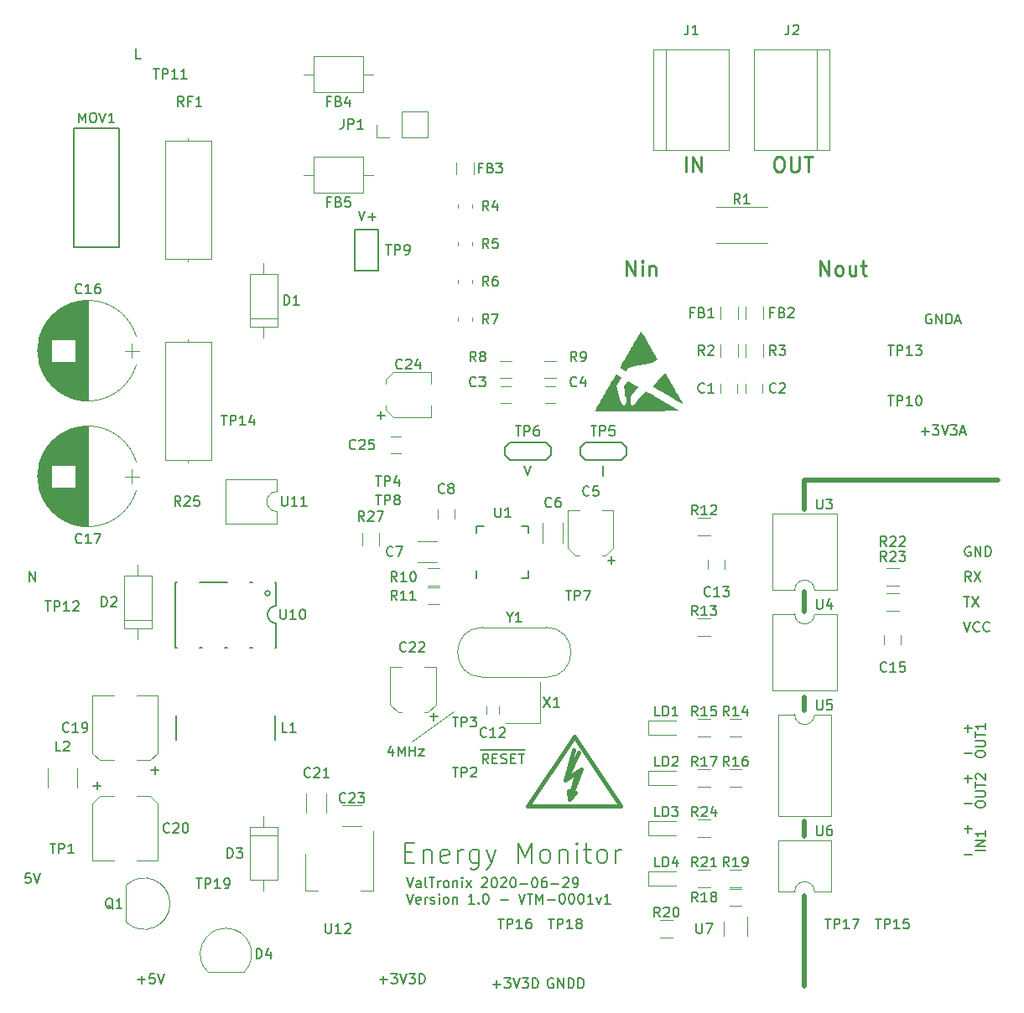
<source format=gbr>
%TF.GenerationSoftware,KiCad,Pcbnew,(5.1.6)-1*%
%TF.CreationDate,2020-06-29T23:41:49+02:00*%
%TF.ProjectId,EnergyMonitor,456e6572-6779-44d6-9f6e-69746f722e6b,1.0*%
%TF.SameCoordinates,Original*%
%TF.FileFunction,Legend,Top*%
%TF.FilePolarity,Positive*%
%FSLAX46Y46*%
G04 Gerber Fmt 4.6, Leading zero omitted, Abs format (unit mm)*
G04 Created by KiCad (PCBNEW (5.1.6)-1) date 2020-06-29 23:41:49*
%MOMM*%
%LPD*%
G01*
G04 APERTURE LIST*
%ADD10C,0.150000*%
%ADD11C,0.120000*%
%ADD12C,0.500000*%
%ADD13C,0.200000*%
%ADD14C,0.381000*%
%ADD15C,0.010000*%
%ADD16C,0.250000*%
G04 APERTURE END LIST*
D10*
X62684285Y-167531428D02*
X63446190Y-167531428D01*
X63065238Y-167912380D02*
X63065238Y-167150476D01*
X64398571Y-166912380D02*
X63922380Y-166912380D01*
X63874761Y-167388571D01*
X63922380Y-167340952D01*
X64017619Y-167293333D01*
X64255714Y-167293333D01*
X64350952Y-167340952D01*
X64398571Y-167388571D01*
X64446190Y-167483809D01*
X64446190Y-167721904D01*
X64398571Y-167817142D01*
X64350952Y-167864761D01*
X64255714Y-167912380D01*
X64017619Y-167912380D01*
X63922380Y-167864761D01*
X63874761Y-167817142D01*
X64731904Y-166912380D02*
X65065238Y-167912380D01*
X65398571Y-166912380D01*
X87108095Y-167531428D02*
X87870000Y-167531428D01*
X87489047Y-167912380D02*
X87489047Y-167150476D01*
X88250952Y-166912380D02*
X88870000Y-166912380D01*
X88536666Y-167293333D01*
X88679523Y-167293333D01*
X88774761Y-167340952D01*
X88822380Y-167388571D01*
X88870000Y-167483809D01*
X88870000Y-167721904D01*
X88822380Y-167817142D01*
X88774761Y-167864761D01*
X88679523Y-167912380D01*
X88393809Y-167912380D01*
X88298571Y-167864761D01*
X88250952Y-167817142D01*
X89155714Y-166912380D02*
X89489047Y-167912380D01*
X89822380Y-166912380D01*
X90060476Y-166912380D02*
X90679523Y-166912380D01*
X90346190Y-167293333D01*
X90489047Y-167293333D01*
X90584285Y-167340952D01*
X90631904Y-167388571D01*
X90679523Y-167483809D01*
X90679523Y-167721904D01*
X90631904Y-167817142D01*
X90584285Y-167864761D01*
X90489047Y-167912380D01*
X90203333Y-167912380D01*
X90108095Y-167864761D01*
X90060476Y-167817142D01*
X91108095Y-167912380D02*
X91108095Y-166912380D01*
X91346190Y-166912380D01*
X91489047Y-166960000D01*
X91584285Y-167055238D01*
X91631904Y-167150476D01*
X91679523Y-167340952D01*
X91679523Y-167483809D01*
X91631904Y-167674285D01*
X91584285Y-167769523D01*
X91489047Y-167864761D01*
X91346190Y-167912380D01*
X91108095Y-167912380D01*
D11*
X90386000Y-143457000D02*
X94577000Y-140409000D01*
D12*
X130000000Y-159000000D02*
X130000000Y-168200000D01*
X130000000Y-117000000D02*
X149500000Y-117000000D01*
X130000000Y-120000000D02*
X130000000Y-117000000D01*
X130000000Y-130300000D02*
X130000000Y-128300000D01*
X130000000Y-151500000D02*
X130000000Y-153000000D01*
D10*
X148242380Y-154490000D02*
X147242380Y-154490000D01*
X148242380Y-154013809D02*
X147242380Y-154013809D01*
X148242380Y-153442380D01*
X147242380Y-153442380D01*
X148242380Y-152442380D02*
X148242380Y-153013809D01*
X148242380Y-152728095D02*
X147242380Y-152728095D01*
X147385238Y-152823333D01*
X147480476Y-152918571D01*
X147528095Y-153013809D01*
X147242380Y-149886190D02*
X147242380Y-149695714D01*
X147290000Y-149600476D01*
X147385238Y-149505238D01*
X147575714Y-149457619D01*
X147909047Y-149457619D01*
X148099523Y-149505238D01*
X148194761Y-149600476D01*
X148242380Y-149695714D01*
X148242380Y-149886190D01*
X148194761Y-149981428D01*
X148099523Y-150076666D01*
X147909047Y-150124285D01*
X147575714Y-150124285D01*
X147385238Y-150076666D01*
X147290000Y-149981428D01*
X147242380Y-149886190D01*
X147242380Y-149029047D02*
X148051904Y-149029047D01*
X148147142Y-148981428D01*
X148194761Y-148933809D01*
X148242380Y-148838571D01*
X148242380Y-148648095D01*
X148194761Y-148552857D01*
X148147142Y-148505238D01*
X148051904Y-148457619D01*
X147242380Y-148457619D01*
X147242380Y-148124285D02*
X147242380Y-147552857D01*
X148242380Y-147838571D02*
X147242380Y-147838571D01*
X147337619Y-147267142D02*
X147290000Y-147219523D01*
X147242380Y-147124285D01*
X147242380Y-146886190D01*
X147290000Y-146790952D01*
X147337619Y-146743333D01*
X147432857Y-146695714D01*
X147528095Y-146695714D01*
X147670952Y-146743333D01*
X148242380Y-147314761D01*
X148242380Y-146695714D01*
X147242380Y-144806190D02*
X147242380Y-144615714D01*
X147290000Y-144520476D01*
X147385238Y-144425238D01*
X147575714Y-144377619D01*
X147909047Y-144377619D01*
X148099523Y-144425238D01*
X148194761Y-144520476D01*
X148242380Y-144615714D01*
X148242380Y-144806190D01*
X148194761Y-144901428D01*
X148099523Y-144996666D01*
X147909047Y-145044285D01*
X147575714Y-145044285D01*
X147385238Y-144996666D01*
X147290000Y-144901428D01*
X147242380Y-144806190D01*
X147242380Y-143949047D02*
X148051904Y-143949047D01*
X148147142Y-143901428D01*
X148194761Y-143853809D01*
X148242380Y-143758571D01*
X148242380Y-143568095D01*
X148194761Y-143472857D01*
X148147142Y-143425238D01*
X148051904Y-143377619D01*
X147242380Y-143377619D01*
X147242380Y-143044285D02*
X147242380Y-142472857D01*
X148242380Y-142758571D02*
X147242380Y-142758571D01*
X148242380Y-141615714D02*
X148242380Y-142187142D01*
X148242380Y-141901428D02*
X147242380Y-141901428D01*
X147385238Y-141996666D01*
X147480476Y-142091904D01*
X147528095Y-142187142D01*
X146139047Y-154871428D02*
X146900952Y-154871428D01*
X146139047Y-149751428D02*
X146900952Y-149751428D01*
X146139047Y-144671428D02*
X146900952Y-144671428D01*
X146139047Y-152291428D02*
X146900952Y-152291428D01*
X146520000Y-152672380D02*
X146520000Y-151910476D01*
X146139047Y-147211428D02*
X146900952Y-147211428D01*
X146520000Y-147592380D02*
X146520000Y-146830476D01*
X146139047Y-142131428D02*
X146900952Y-142131428D01*
X146520000Y-142512380D02*
X146520000Y-141750476D01*
X146077738Y-131352380D02*
X146411071Y-132352380D01*
X146744404Y-131352380D01*
X147649166Y-132257142D02*
X147601547Y-132304761D01*
X147458690Y-132352380D01*
X147363452Y-132352380D01*
X147220595Y-132304761D01*
X147125357Y-132209523D01*
X147077738Y-132114285D01*
X147030119Y-131923809D01*
X147030119Y-131780952D01*
X147077738Y-131590476D01*
X147125357Y-131495238D01*
X147220595Y-131400000D01*
X147363452Y-131352380D01*
X147458690Y-131352380D01*
X147601547Y-131400000D01*
X147649166Y-131447619D01*
X148649166Y-132257142D02*
X148601547Y-132304761D01*
X148458690Y-132352380D01*
X148363452Y-132352380D01*
X148220595Y-132304761D01*
X148125357Y-132209523D01*
X148077738Y-132114285D01*
X148030119Y-131923809D01*
X148030119Y-131780952D01*
X148077738Y-131590476D01*
X148125357Y-131495238D01*
X148220595Y-131400000D01*
X148363452Y-131352380D01*
X148458690Y-131352380D01*
X148601547Y-131400000D01*
X148649166Y-131447619D01*
X146077738Y-128812380D02*
X146649166Y-128812380D01*
X146363452Y-129812380D02*
X146363452Y-128812380D01*
X146887261Y-128812380D02*
X147553928Y-129812380D01*
X147553928Y-128812380D02*
X146887261Y-129812380D01*
X146792023Y-127272380D02*
X146458690Y-126796190D01*
X146220595Y-127272380D02*
X146220595Y-126272380D01*
X146601547Y-126272380D01*
X146696785Y-126320000D01*
X146744404Y-126367619D01*
X146792023Y-126462857D01*
X146792023Y-126605714D01*
X146744404Y-126700952D01*
X146696785Y-126748571D01*
X146601547Y-126796190D01*
X146220595Y-126796190D01*
X147125357Y-126272380D02*
X147792023Y-127272380D01*
X147792023Y-126272380D02*
X147125357Y-127272380D01*
X146744404Y-123780000D02*
X146649166Y-123732380D01*
X146506309Y-123732380D01*
X146363452Y-123780000D01*
X146268214Y-123875238D01*
X146220595Y-123970476D01*
X146172976Y-124160952D01*
X146172976Y-124303809D01*
X146220595Y-124494285D01*
X146268214Y-124589523D01*
X146363452Y-124684761D01*
X146506309Y-124732380D01*
X146601547Y-124732380D01*
X146744404Y-124684761D01*
X146792023Y-124637142D01*
X146792023Y-124303809D01*
X146601547Y-124303809D01*
X147220595Y-124732380D02*
X147220595Y-123732380D01*
X147792023Y-124732380D01*
X147792023Y-123732380D01*
X148268214Y-124732380D02*
X148268214Y-123732380D01*
X148506309Y-123732380D01*
X148649166Y-123780000D01*
X148744404Y-123875238D01*
X148792023Y-123970476D01*
X148839642Y-124160952D01*
X148839642Y-124303809D01*
X148792023Y-124494285D01*
X148744404Y-124589523D01*
X148649166Y-124684761D01*
X148506309Y-124732380D01*
X148268214Y-124732380D01*
D12*
X130000000Y-139000000D02*
X130000000Y-140300000D01*
D10*
X89816738Y-157197380D02*
X90150071Y-158197380D01*
X90483404Y-157197380D01*
X91245309Y-158197380D02*
X91245309Y-157673571D01*
X91197690Y-157578333D01*
X91102452Y-157530714D01*
X90911976Y-157530714D01*
X90816738Y-157578333D01*
X91245309Y-158149761D02*
X91150071Y-158197380D01*
X90911976Y-158197380D01*
X90816738Y-158149761D01*
X90769119Y-158054523D01*
X90769119Y-157959285D01*
X90816738Y-157864047D01*
X90911976Y-157816428D01*
X91150071Y-157816428D01*
X91245309Y-157768809D01*
X91864357Y-158197380D02*
X91769119Y-158149761D01*
X91721500Y-158054523D01*
X91721500Y-157197380D01*
X92102452Y-157197380D02*
X92673880Y-157197380D01*
X92388166Y-158197380D02*
X92388166Y-157197380D01*
X93007214Y-158197380D02*
X93007214Y-157530714D01*
X93007214Y-157721190D02*
X93054833Y-157625952D01*
X93102452Y-157578333D01*
X93197690Y-157530714D01*
X93292928Y-157530714D01*
X93769119Y-158197380D02*
X93673880Y-158149761D01*
X93626261Y-158102142D01*
X93578642Y-158006904D01*
X93578642Y-157721190D01*
X93626261Y-157625952D01*
X93673880Y-157578333D01*
X93769119Y-157530714D01*
X93911976Y-157530714D01*
X94007214Y-157578333D01*
X94054833Y-157625952D01*
X94102452Y-157721190D01*
X94102452Y-158006904D01*
X94054833Y-158102142D01*
X94007214Y-158149761D01*
X93911976Y-158197380D01*
X93769119Y-158197380D01*
X94531023Y-157530714D02*
X94531023Y-158197380D01*
X94531023Y-157625952D02*
X94578642Y-157578333D01*
X94673880Y-157530714D01*
X94816738Y-157530714D01*
X94911976Y-157578333D01*
X94959595Y-157673571D01*
X94959595Y-158197380D01*
X95435785Y-158197380D02*
X95435785Y-157530714D01*
X95435785Y-157197380D02*
X95388166Y-157245000D01*
X95435785Y-157292619D01*
X95483404Y-157245000D01*
X95435785Y-157197380D01*
X95435785Y-157292619D01*
X95816738Y-158197380D02*
X96340547Y-157530714D01*
X95816738Y-157530714D02*
X96340547Y-158197380D01*
X97435785Y-157292619D02*
X97483404Y-157245000D01*
X97578642Y-157197380D01*
X97816738Y-157197380D01*
X97911976Y-157245000D01*
X97959595Y-157292619D01*
X98007214Y-157387857D01*
X98007214Y-157483095D01*
X97959595Y-157625952D01*
X97388166Y-158197380D01*
X98007214Y-158197380D01*
X98626261Y-157197380D02*
X98721500Y-157197380D01*
X98816738Y-157245000D01*
X98864357Y-157292619D01*
X98911976Y-157387857D01*
X98959595Y-157578333D01*
X98959595Y-157816428D01*
X98911976Y-158006904D01*
X98864357Y-158102142D01*
X98816738Y-158149761D01*
X98721500Y-158197380D01*
X98626261Y-158197380D01*
X98531023Y-158149761D01*
X98483404Y-158102142D01*
X98435785Y-158006904D01*
X98388166Y-157816428D01*
X98388166Y-157578333D01*
X98435785Y-157387857D01*
X98483404Y-157292619D01*
X98531023Y-157245000D01*
X98626261Y-157197380D01*
X99340547Y-157292619D02*
X99388166Y-157245000D01*
X99483404Y-157197380D01*
X99721500Y-157197380D01*
X99816738Y-157245000D01*
X99864357Y-157292619D01*
X99911976Y-157387857D01*
X99911976Y-157483095D01*
X99864357Y-157625952D01*
X99292928Y-158197380D01*
X99911976Y-158197380D01*
X100531023Y-157197380D02*
X100626261Y-157197380D01*
X100721500Y-157245000D01*
X100769119Y-157292619D01*
X100816738Y-157387857D01*
X100864357Y-157578333D01*
X100864357Y-157816428D01*
X100816738Y-158006904D01*
X100769119Y-158102142D01*
X100721500Y-158149761D01*
X100626261Y-158197380D01*
X100531023Y-158197380D01*
X100435785Y-158149761D01*
X100388166Y-158102142D01*
X100340547Y-158006904D01*
X100292928Y-157816428D01*
X100292928Y-157578333D01*
X100340547Y-157387857D01*
X100388166Y-157292619D01*
X100435785Y-157245000D01*
X100531023Y-157197380D01*
X101292928Y-157816428D02*
X102054833Y-157816428D01*
X102721500Y-157197380D02*
X102816738Y-157197380D01*
X102911976Y-157245000D01*
X102959595Y-157292619D01*
X103007214Y-157387857D01*
X103054833Y-157578333D01*
X103054833Y-157816428D01*
X103007214Y-158006904D01*
X102959595Y-158102142D01*
X102911976Y-158149761D01*
X102816738Y-158197380D01*
X102721500Y-158197380D01*
X102626261Y-158149761D01*
X102578642Y-158102142D01*
X102531023Y-158006904D01*
X102483404Y-157816428D01*
X102483404Y-157578333D01*
X102531023Y-157387857D01*
X102578642Y-157292619D01*
X102626261Y-157245000D01*
X102721500Y-157197380D01*
X103911976Y-157197380D02*
X103721500Y-157197380D01*
X103626261Y-157245000D01*
X103578642Y-157292619D01*
X103483404Y-157435476D01*
X103435785Y-157625952D01*
X103435785Y-158006904D01*
X103483404Y-158102142D01*
X103531023Y-158149761D01*
X103626261Y-158197380D01*
X103816738Y-158197380D01*
X103911976Y-158149761D01*
X103959595Y-158102142D01*
X104007214Y-158006904D01*
X104007214Y-157768809D01*
X103959595Y-157673571D01*
X103911976Y-157625952D01*
X103816738Y-157578333D01*
X103626261Y-157578333D01*
X103531023Y-157625952D01*
X103483404Y-157673571D01*
X103435785Y-157768809D01*
X104435785Y-157816428D02*
X105197690Y-157816428D01*
X105626261Y-157292619D02*
X105673880Y-157245000D01*
X105769119Y-157197380D01*
X106007214Y-157197380D01*
X106102452Y-157245000D01*
X106150071Y-157292619D01*
X106197690Y-157387857D01*
X106197690Y-157483095D01*
X106150071Y-157625952D01*
X105578642Y-158197380D01*
X106197690Y-158197380D01*
X106673880Y-158197380D02*
X106864357Y-158197380D01*
X106959595Y-158149761D01*
X107007214Y-158102142D01*
X107102452Y-157959285D01*
X107150071Y-157768809D01*
X107150071Y-157387857D01*
X107102452Y-157292619D01*
X107054833Y-157245000D01*
X106959595Y-157197380D01*
X106769119Y-157197380D01*
X106673880Y-157245000D01*
X106626261Y-157292619D01*
X106578642Y-157387857D01*
X106578642Y-157625952D01*
X106626261Y-157721190D01*
X106673880Y-157768809D01*
X106769119Y-157816428D01*
X106959595Y-157816428D01*
X107054833Y-157768809D01*
X107102452Y-157721190D01*
X107150071Y-157625952D01*
X89816738Y-158847380D02*
X90150071Y-159847380D01*
X90483404Y-158847380D01*
X91197690Y-159799761D02*
X91102452Y-159847380D01*
X90911976Y-159847380D01*
X90816738Y-159799761D01*
X90769119Y-159704523D01*
X90769119Y-159323571D01*
X90816738Y-159228333D01*
X90911976Y-159180714D01*
X91102452Y-159180714D01*
X91197690Y-159228333D01*
X91245309Y-159323571D01*
X91245309Y-159418809D01*
X90769119Y-159514047D01*
X91673880Y-159847380D02*
X91673880Y-159180714D01*
X91673880Y-159371190D02*
X91721500Y-159275952D01*
X91769119Y-159228333D01*
X91864357Y-159180714D01*
X91959595Y-159180714D01*
X92245309Y-159799761D02*
X92340547Y-159847380D01*
X92531023Y-159847380D01*
X92626261Y-159799761D01*
X92673880Y-159704523D01*
X92673880Y-159656904D01*
X92626261Y-159561666D01*
X92531023Y-159514047D01*
X92388166Y-159514047D01*
X92292928Y-159466428D01*
X92245309Y-159371190D01*
X92245309Y-159323571D01*
X92292928Y-159228333D01*
X92388166Y-159180714D01*
X92531023Y-159180714D01*
X92626261Y-159228333D01*
X93102452Y-159847380D02*
X93102452Y-159180714D01*
X93102452Y-158847380D02*
X93054833Y-158895000D01*
X93102452Y-158942619D01*
X93150071Y-158895000D01*
X93102452Y-158847380D01*
X93102452Y-158942619D01*
X93721500Y-159847380D02*
X93626261Y-159799761D01*
X93578642Y-159752142D01*
X93531023Y-159656904D01*
X93531023Y-159371190D01*
X93578642Y-159275952D01*
X93626261Y-159228333D01*
X93721500Y-159180714D01*
X93864357Y-159180714D01*
X93959595Y-159228333D01*
X94007214Y-159275952D01*
X94054833Y-159371190D01*
X94054833Y-159656904D01*
X94007214Y-159752142D01*
X93959595Y-159799761D01*
X93864357Y-159847380D01*
X93721500Y-159847380D01*
X94483404Y-159180714D02*
X94483404Y-159847380D01*
X94483404Y-159275952D02*
X94531023Y-159228333D01*
X94626261Y-159180714D01*
X94769119Y-159180714D01*
X94864357Y-159228333D01*
X94911976Y-159323571D01*
X94911976Y-159847380D01*
X96673880Y-159847380D02*
X96102452Y-159847380D01*
X96388166Y-159847380D02*
X96388166Y-158847380D01*
X96292928Y-158990238D01*
X96197690Y-159085476D01*
X96102452Y-159133095D01*
X97102452Y-159752142D02*
X97150071Y-159799761D01*
X97102452Y-159847380D01*
X97054833Y-159799761D01*
X97102452Y-159752142D01*
X97102452Y-159847380D01*
X97769119Y-158847380D02*
X97864357Y-158847380D01*
X97959595Y-158895000D01*
X98007214Y-158942619D01*
X98054833Y-159037857D01*
X98102452Y-159228333D01*
X98102452Y-159466428D01*
X98054833Y-159656904D01*
X98007214Y-159752142D01*
X97959595Y-159799761D01*
X97864357Y-159847380D01*
X97769119Y-159847380D01*
X97673880Y-159799761D01*
X97626261Y-159752142D01*
X97578642Y-159656904D01*
X97531023Y-159466428D01*
X97531023Y-159228333D01*
X97578642Y-159037857D01*
X97626261Y-158942619D01*
X97673880Y-158895000D01*
X97769119Y-158847380D01*
X99292928Y-159466428D02*
X100054833Y-159466428D01*
X101150071Y-158847380D02*
X101483404Y-159847380D01*
X101816738Y-158847380D01*
X102007214Y-158847380D02*
X102578642Y-158847380D01*
X102292928Y-159847380D02*
X102292928Y-158847380D01*
X102911976Y-159847380D02*
X102911976Y-158847380D01*
X103245309Y-159561666D01*
X103578642Y-158847380D01*
X103578642Y-159847380D01*
X104054833Y-159466428D02*
X104816738Y-159466428D01*
X105483404Y-158847380D02*
X105578642Y-158847380D01*
X105673880Y-158895000D01*
X105721500Y-158942619D01*
X105769119Y-159037857D01*
X105816738Y-159228333D01*
X105816738Y-159466428D01*
X105769119Y-159656904D01*
X105721500Y-159752142D01*
X105673880Y-159799761D01*
X105578642Y-159847380D01*
X105483404Y-159847380D01*
X105388166Y-159799761D01*
X105340547Y-159752142D01*
X105292928Y-159656904D01*
X105245309Y-159466428D01*
X105245309Y-159228333D01*
X105292928Y-159037857D01*
X105340547Y-158942619D01*
X105388166Y-158895000D01*
X105483404Y-158847380D01*
X106435785Y-158847380D02*
X106531023Y-158847380D01*
X106626261Y-158895000D01*
X106673880Y-158942619D01*
X106721500Y-159037857D01*
X106769119Y-159228333D01*
X106769119Y-159466428D01*
X106721500Y-159656904D01*
X106673880Y-159752142D01*
X106626261Y-159799761D01*
X106531023Y-159847380D01*
X106435785Y-159847380D01*
X106340547Y-159799761D01*
X106292928Y-159752142D01*
X106245309Y-159656904D01*
X106197690Y-159466428D01*
X106197690Y-159228333D01*
X106245309Y-159037857D01*
X106292928Y-158942619D01*
X106340547Y-158895000D01*
X106435785Y-158847380D01*
X107388166Y-158847380D02*
X107483404Y-158847380D01*
X107578642Y-158895000D01*
X107626261Y-158942619D01*
X107673880Y-159037857D01*
X107721500Y-159228333D01*
X107721500Y-159466428D01*
X107673880Y-159656904D01*
X107626261Y-159752142D01*
X107578642Y-159799761D01*
X107483404Y-159847380D01*
X107388166Y-159847380D01*
X107292928Y-159799761D01*
X107245309Y-159752142D01*
X107197690Y-159656904D01*
X107150071Y-159466428D01*
X107150071Y-159228333D01*
X107197690Y-159037857D01*
X107245309Y-158942619D01*
X107292928Y-158895000D01*
X107388166Y-158847380D01*
X108673880Y-159847380D02*
X108102452Y-159847380D01*
X108388166Y-159847380D02*
X108388166Y-158847380D01*
X108292928Y-158990238D01*
X108197690Y-159085476D01*
X108102452Y-159133095D01*
X109007214Y-159180714D02*
X109245309Y-159847380D01*
X109483404Y-159180714D01*
X110388166Y-159847380D02*
X109816738Y-159847380D01*
X110102452Y-159847380D02*
X110102452Y-158847380D01*
X110007214Y-158990238D01*
X109911976Y-159085476D01*
X109816738Y-159133095D01*
X89689690Y-154657142D02*
X90356357Y-154657142D01*
X90642071Y-155704761D02*
X89689690Y-155704761D01*
X89689690Y-153704761D01*
X90642071Y-153704761D01*
X91499214Y-154371428D02*
X91499214Y-155704761D01*
X91499214Y-154561904D02*
X91594452Y-154466666D01*
X91784928Y-154371428D01*
X92070642Y-154371428D01*
X92261119Y-154466666D01*
X92356357Y-154657142D01*
X92356357Y-155704761D01*
X94070642Y-155609523D02*
X93880166Y-155704761D01*
X93499214Y-155704761D01*
X93308738Y-155609523D01*
X93213500Y-155419047D01*
X93213500Y-154657142D01*
X93308738Y-154466666D01*
X93499214Y-154371428D01*
X93880166Y-154371428D01*
X94070642Y-154466666D01*
X94165880Y-154657142D01*
X94165880Y-154847619D01*
X93213500Y-155038095D01*
X95023023Y-155704761D02*
X95023023Y-154371428D01*
X95023023Y-154752380D02*
X95118261Y-154561904D01*
X95213500Y-154466666D01*
X95403976Y-154371428D01*
X95594452Y-154371428D01*
X97118261Y-154371428D02*
X97118261Y-155990476D01*
X97023023Y-156180952D01*
X96927785Y-156276190D01*
X96737309Y-156371428D01*
X96451595Y-156371428D01*
X96261119Y-156276190D01*
X97118261Y-155609523D02*
X96927785Y-155704761D01*
X96546833Y-155704761D01*
X96356357Y-155609523D01*
X96261119Y-155514285D01*
X96165880Y-155323809D01*
X96165880Y-154752380D01*
X96261119Y-154561904D01*
X96356357Y-154466666D01*
X96546833Y-154371428D01*
X96927785Y-154371428D01*
X97118261Y-154466666D01*
X97880166Y-154371428D02*
X98356357Y-155704761D01*
X98832547Y-154371428D02*
X98356357Y-155704761D01*
X98165880Y-156180952D01*
X98070642Y-156276190D01*
X97880166Y-156371428D01*
X101118261Y-155704761D02*
X101118261Y-153704761D01*
X101784928Y-155133333D01*
X102451595Y-153704761D01*
X102451595Y-155704761D01*
X103689690Y-155704761D02*
X103499214Y-155609523D01*
X103403976Y-155514285D01*
X103308738Y-155323809D01*
X103308738Y-154752380D01*
X103403976Y-154561904D01*
X103499214Y-154466666D01*
X103689690Y-154371428D01*
X103975404Y-154371428D01*
X104165880Y-154466666D01*
X104261119Y-154561904D01*
X104356357Y-154752380D01*
X104356357Y-155323809D01*
X104261119Y-155514285D01*
X104165880Y-155609523D01*
X103975404Y-155704761D01*
X103689690Y-155704761D01*
X105213500Y-154371428D02*
X105213500Y-155704761D01*
X105213500Y-154561904D02*
X105308738Y-154466666D01*
X105499214Y-154371428D01*
X105784928Y-154371428D01*
X105975404Y-154466666D01*
X106070642Y-154657142D01*
X106070642Y-155704761D01*
X107023023Y-155704761D02*
X107023023Y-154371428D01*
X107023023Y-153704761D02*
X106927785Y-153800000D01*
X107023023Y-153895238D01*
X107118261Y-153800000D01*
X107023023Y-153704761D01*
X107023023Y-153895238D01*
X107689690Y-154371428D02*
X108451595Y-154371428D01*
X107975404Y-153704761D02*
X107975404Y-155419047D01*
X108070642Y-155609523D01*
X108261119Y-155704761D01*
X108451595Y-155704761D01*
X109403976Y-155704761D02*
X109213500Y-155609523D01*
X109118261Y-155514285D01*
X109023023Y-155323809D01*
X109023023Y-154752380D01*
X109118261Y-154561904D01*
X109213500Y-154466666D01*
X109403976Y-154371428D01*
X109689690Y-154371428D01*
X109880166Y-154466666D01*
X109975404Y-154561904D01*
X110070642Y-154752380D01*
X110070642Y-155323809D01*
X109975404Y-155514285D01*
X109880166Y-155609523D01*
X109689690Y-155704761D01*
X109403976Y-155704761D01*
X110927785Y-155704761D02*
X110927785Y-154371428D01*
X110927785Y-154752380D02*
X111023023Y-154561904D01*
X111118261Y-154466666D01*
X111308738Y-154371428D01*
X111499214Y-154371428D01*
D11*
%TO.C,R1*%
X121060000Y-89440000D02*
X126260000Y-89440000D01*
X126260000Y-93080000D02*
X121060000Y-93080000D01*
%TO.C,R7*%
X96420000Y-100585000D02*
X96420000Y-100985000D01*
X95020000Y-100985000D02*
X95020000Y-100585000D01*
%TO.C,R6*%
X96420000Y-96775000D02*
X96420000Y-97175000D01*
X95020000Y-97175000D02*
X95020000Y-96775000D01*
%TO.C,R5*%
X96420000Y-92965000D02*
X96420000Y-93365000D01*
X95020000Y-93365000D02*
X95020000Y-92965000D01*
%TO.C,R4*%
X96420000Y-89155000D02*
X96420000Y-89555000D01*
X95020000Y-89555000D02*
X95020000Y-89155000D01*
%TO.C,JP1*%
X91970000Y-82430000D02*
X91970000Y-79770000D01*
X89370000Y-82430000D02*
X91970000Y-82430000D01*
X89370000Y-79770000D02*
X91970000Y-79770000D01*
X89370000Y-82430000D02*
X89370000Y-79770000D01*
X88100000Y-82430000D02*
X86770000Y-82430000D01*
X86770000Y-82430000D02*
X86770000Y-81100000D01*
%TO.C,R9*%
X103695000Y-104985000D02*
X104895000Y-104985000D01*
X104895000Y-106745000D02*
X103695000Y-106745000D01*
%TO.C,R12*%
X120450000Y-122620000D02*
X119250000Y-122620000D01*
X119250000Y-120860000D02*
X120450000Y-120860000D01*
%TO.C,U6*%
X131010000Y-158630000D02*
X132660000Y-158630000D01*
X132660000Y-158630000D02*
X132660000Y-153430000D01*
X132660000Y-153430000D02*
X127360000Y-153430000D01*
X127360000Y-153430000D02*
X127360000Y-158630000D01*
X127360000Y-158630000D02*
X129010000Y-158630000D01*
X129010000Y-158630000D02*
G75*
G02*
X131010000Y-158630000I1000000J0D01*
G01*
%TO.C,Q1*%
X61485000Y-158040000D02*
X61485000Y-161640000D01*
X61496522Y-158001522D02*
G75*
G02*
X65935000Y-159840000I1838478J-1838478D01*
G01*
X61496522Y-161678478D02*
G75*
G03*
X65935000Y-159840000I1838478J1838478D01*
G01*
%TO.C,L2*%
X53600000Y-148140000D02*
X53600000Y-146140000D01*
X56560000Y-146140000D02*
X56560000Y-148140000D01*
%TO.C,R23*%
X139500000Y-130240000D02*
X138300000Y-130240000D01*
X138300000Y-128480000D02*
X139500000Y-128480000D01*
%TO.C,C13*%
X120270000Y-125050000D02*
X120270000Y-126050000D01*
X121970000Y-126050000D02*
X121970000Y-125050000D01*
%TO.C,C15*%
X139750000Y-133670000D02*
X139750000Y-132670000D01*
X138050000Y-132670000D02*
X138050000Y-133670000D01*
%TO.C,U3*%
X126775000Y-128150000D02*
X129010000Y-128150000D01*
X126775000Y-120410000D02*
X126775000Y-128150000D01*
X133245000Y-120410000D02*
X126775000Y-120410000D01*
X133245000Y-128150000D02*
X133245000Y-120410000D01*
X131010000Y-128150000D02*
X133245000Y-128150000D01*
X129010000Y-128150000D02*
G75*
G02*
X131010000Y-128150000I1000000J0D01*
G01*
%TO.C,U4*%
X133245000Y-130570000D02*
X131010000Y-130570000D01*
X133245000Y-138310000D02*
X133245000Y-130570000D01*
X126775000Y-138310000D02*
X133245000Y-138310000D01*
X126775000Y-130570000D02*
X126775000Y-138310000D01*
X129010000Y-130570000D02*
X126775000Y-130570000D01*
X131010000Y-130570000D02*
G75*
G02*
X129010000Y-130570000I-1000000J0D01*
G01*
%TO.C,C25*%
X88235000Y-114335000D02*
X89235000Y-114335000D01*
X89235000Y-112635000D02*
X88235000Y-112635000D01*
D13*
%TO.C,L1*%
X66590000Y-140860000D02*
X66590000Y-143260000D01*
X76590000Y-140860000D02*
X76590000Y-143260000D01*
D11*
%TO.C,RF1*%
X70090000Y-82710000D02*
X65470000Y-82710000D01*
X65470000Y-82710000D02*
X65470000Y-94730000D01*
X65470000Y-94730000D02*
X70090000Y-94730000D01*
X70090000Y-94730000D02*
X70090000Y-82710000D01*
X67780000Y-82480000D02*
X67780000Y-82710000D01*
X67780000Y-94960000D02*
X67780000Y-94730000D01*
%TO.C,C16*%
X62110000Y-104710000D02*
X62110000Y-103210000D01*
X62860000Y-103960000D02*
X61360000Y-103960000D01*
X52579000Y-104239000D02*
X52579000Y-103681000D01*
X52619000Y-104632000D02*
X52619000Y-103288000D01*
X52659000Y-104873000D02*
X52659000Y-103047000D01*
X52699000Y-105064000D02*
X52699000Y-102856000D01*
X52739000Y-105225000D02*
X52739000Y-102695000D01*
X52779000Y-105367000D02*
X52779000Y-102553000D01*
X52819000Y-105496000D02*
X52819000Y-102424000D01*
X52859000Y-105614000D02*
X52859000Y-102306000D01*
X52899000Y-105723000D02*
X52899000Y-102197000D01*
X52939000Y-105826000D02*
X52939000Y-102094000D01*
X52979000Y-105922000D02*
X52979000Y-101998000D01*
X53019000Y-106013000D02*
X53019000Y-101907000D01*
X53059000Y-106100000D02*
X53059000Y-101820000D01*
X53099000Y-106182000D02*
X53099000Y-101738000D01*
X53139000Y-106261000D02*
X53139000Y-101659000D01*
X53179000Y-106337000D02*
X53179000Y-101583000D01*
X53219000Y-106409000D02*
X53219000Y-101511000D01*
X53259000Y-106479000D02*
X53259000Y-101441000D01*
X53299000Y-106547000D02*
X53299000Y-101373000D01*
X53339000Y-106612000D02*
X53339000Y-101308000D01*
X53379000Y-106675000D02*
X53379000Y-101245000D01*
X53419000Y-106737000D02*
X53419000Y-101183000D01*
X53459000Y-106796000D02*
X53459000Y-101124000D01*
X53499000Y-106854000D02*
X53499000Y-101066000D01*
X53539000Y-106909000D02*
X53539000Y-101011000D01*
X53579000Y-106964000D02*
X53579000Y-100956000D01*
X53619000Y-107017000D02*
X53619000Y-100903000D01*
X53659000Y-107068000D02*
X53659000Y-100852000D01*
X53699000Y-107118000D02*
X53699000Y-100802000D01*
X53739000Y-107167000D02*
X53739000Y-100753000D01*
X53779000Y-107215000D02*
X53779000Y-100705000D01*
X53819000Y-107262000D02*
X53819000Y-100658000D01*
X53859000Y-107307000D02*
X53859000Y-100613000D01*
X53899000Y-107351000D02*
X53899000Y-100569000D01*
X53939000Y-107395000D02*
X53939000Y-100525000D01*
X53979000Y-107437000D02*
X53979000Y-100483000D01*
X54019000Y-102779000D02*
X54019000Y-100442000D01*
X54019000Y-107478000D02*
X54019000Y-105141000D01*
X54059000Y-102779000D02*
X54059000Y-100401000D01*
X54059000Y-107519000D02*
X54059000Y-105141000D01*
X54099000Y-102779000D02*
X54099000Y-100362000D01*
X54099000Y-107558000D02*
X54099000Y-105141000D01*
X54139000Y-102779000D02*
X54139000Y-100323000D01*
X54139000Y-107597000D02*
X54139000Y-105141000D01*
X54179000Y-102779000D02*
X54179000Y-100285000D01*
X54179000Y-107635000D02*
X54179000Y-105141000D01*
X54219000Y-102779000D02*
X54219000Y-100248000D01*
X54219000Y-107672000D02*
X54219000Y-105141000D01*
X54259000Y-102779000D02*
X54259000Y-100212000D01*
X54259000Y-107708000D02*
X54259000Y-105141000D01*
X54299000Y-102779000D02*
X54299000Y-100176000D01*
X54299000Y-107744000D02*
X54299000Y-105141000D01*
X54339000Y-102779000D02*
X54339000Y-100141000D01*
X54339000Y-107779000D02*
X54339000Y-105141000D01*
X54379000Y-102779000D02*
X54379000Y-100107000D01*
X54379000Y-107813000D02*
X54379000Y-105141000D01*
X54419000Y-102779000D02*
X54419000Y-100074000D01*
X54419000Y-107846000D02*
X54419000Y-105141000D01*
X54459000Y-102779000D02*
X54459000Y-100041000D01*
X54459000Y-107879000D02*
X54459000Y-105141000D01*
X54499000Y-102779000D02*
X54499000Y-100009000D01*
X54499000Y-107911000D02*
X54499000Y-105141000D01*
X54539000Y-102779000D02*
X54539000Y-99978000D01*
X54539000Y-107942000D02*
X54539000Y-105141000D01*
X54579000Y-102779000D02*
X54579000Y-99947000D01*
X54579000Y-107973000D02*
X54579000Y-105141000D01*
X54619000Y-102779000D02*
X54619000Y-99917000D01*
X54619000Y-108003000D02*
X54619000Y-105141000D01*
X54659000Y-102779000D02*
X54659000Y-99888000D01*
X54659000Y-108032000D02*
X54659000Y-105141000D01*
X54699000Y-102779000D02*
X54699000Y-99859000D01*
X54699000Y-108061000D02*
X54699000Y-105141000D01*
X54739000Y-102779000D02*
X54739000Y-99830000D01*
X54739000Y-108090000D02*
X54739000Y-105141000D01*
X54779000Y-102779000D02*
X54779000Y-99803000D01*
X54779000Y-108117000D02*
X54779000Y-105141000D01*
X54819000Y-102779000D02*
X54819000Y-99775000D01*
X54819000Y-108145000D02*
X54819000Y-105141000D01*
X54859000Y-102779000D02*
X54859000Y-99749000D01*
X54859000Y-108171000D02*
X54859000Y-105141000D01*
X54899000Y-102779000D02*
X54899000Y-99723000D01*
X54899000Y-108197000D02*
X54899000Y-105141000D01*
X54939000Y-102779000D02*
X54939000Y-99697000D01*
X54939000Y-108223000D02*
X54939000Y-105141000D01*
X54979000Y-102779000D02*
X54979000Y-99672000D01*
X54979000Y-108248000D02*
X54979000Y-105141000D01*
X55019000Y-102779000D02*
X55019000Y-99648000D01*
X55019000Y-108272000D02*
X55019000Y-105141000D01*
X55059000Y-102779000D02*
X55059000Y-99624000D01*
X55059000Y-108296000D02*
X55059000Y-105141000D01*
X55099000Y-102779000D02*
X55099000Y-99600000D01*
X55099000Y-108320000D02*
X55099000Y-105141000D01*
X55139000Y-102779000D02*
X55139000Y-99577000D01*
X55139000Y-108343000D02*
X55139000Y-105141000D01*
X55179000Y-102779000D02*
X55179000Y-99555000D01*
X55179000Y-108365000D02*
X55179000Y-105141000D01*
X55219000Y-102779000D02*
X55219000Y-99532000D01*
X55219000Y-108388000D02*
X55219000Y-105141000D01*
X55259000Y-102779000D02*
X55259000Y-99511000D01*
X55259000Y-108409000D02*
X55259000Y-105141000D01*
X55299000Y-102779000D02*
X55299000Y-99490000D01*
X55299000Y-108430000D02*
X55299000Y-105141000D01*
X55339000Y-102779000D02*
X55339000Y-99469000D01*
X55339000Y-108451000D02*
X55339000Y-105141000D01*
X55379000Y-102779000D02*
X55379000Y-99449000D01*
X55379000Y-108471000D02*
X55379000Y-105141000D01*
X55419000Y-102779000D02*
X55419000Y-99429000D01*
X55419000Y-108491000D02*
X55419000Y-105141000D01*
X55459000Y-102779000D02*
X55459000Y-99410000D01*
X55459000Y-108510000D02*
X55459000Y-105141000D01*
X55499000Y-102779000D02*
X55499000Y-99391000D01*
X55499000Y-108529000D02*
X55499000Y-105141000D01*
X55539000Y-102779000D02*
X55539000Y-99372000D01*
X55539000Y-108548000D02*
X55539000Y-105141000D01*
X55579000Y-102779000D02*
X55579000Y-99354000D01*
X55579000Y-108566000D02*
X55579000Y-105141000D01*
X55619000Y-102779000D02*
X55619000Y-99336000D01*
X55619000Y-108584000D02*
X55619000Y-105141000D01*
X55659000Y-102779000D02*
X55659000Y-99319000D01*
X55659000Y-108601000D02*
X55659000Y-105141000D01*
X55699000Y-102779000D02*
X55699000Y-99302000D01*
X55699000Y-108618000D02*
X55699000Y-105141000D01*
X55739000Y-102779000D02*
X55739000Y-99286000D01*
X55739000Y-108634000D02*
X55739000Y-105141000D01*
X55779000Y-102779000D02*
X55779000Y-99269000D01*
X55779000Y-108651000D02*
X55779000Y-105141000D01*
X55819000Y-102779000D02*
X55819000Y-99254000D01*
X55819000Y-108666000D02*
X55819000Y-105141000D01*
X55859000Y-102779000D02*
X55859000Y-99238000D01*
X55859000Y-108682000D02*
X55859000Y-105141000D01*
X55899000Y-102779000D02*
X55899000Y-99223000D01*
X55899000Y-108697000D02*
X55899000Y-105141000D01*
X55939000Y-102779000D02*
X55939000Y-99209000D01*
X55939000Y-108711000D02*
X55939000Y-105141000D01*
X55979000Y-102779000D02*
X55979000Y-99195000D01*
X55979000Y-108725000D02*
X55979000Y-105141000D01*
X56019000Y-102779000D02*
X56019000Y-99181000D01*
X56019000Y-108739000D02*
X56019000Y-105141000D01*
X56059000Y-102779000D02*
X56059000Y-99168000D01*
X56059000Y-108752000D02*
X56059000Y-105141000D01*
X56099000Y-102779000D02*
X56099000Y-99154000D01*
X56099000Y-108766000D02*
X56099000Y-105141000D01*
X56139000Y-102779000D02*
X56139000Y-99142000D01*
X56139000Y-108778000D02*
X56139000Y-105141000D01*
X56179000Y-102779000D02*
X56179000Y-99129000D01*
X56179000Y-108791000D02*
X56179000Y-105141000D01*
X56219000Y-102779000D02*
X56219000Y-99117000D01*
X56219000Y-108803000D02*
X56219000Y-105141000D01*
X56259000Y-102779000D02*
X56259000Y-99106000D01*
X56259000Y-108814000D02*
X56259000Y-105141000D01*
X56299000Y-102779000D02*
X56299000Y-99095000D01*
X56299000Y-108825000D02*
X56299000Y-105141000D01*
X56339000Y-102779000D02*
X56339000Y-99084000D01*
X56339000Y-108836000D02*
X56339000Y-105141000D01*
X56379000Y-108847000D02*
X56379000Y-99073000D01*
X56419000Y-108857000D02*
X56419000Y-99063000D01*
X56459000Y-108867000D02*
X56459000Y-99053000D01*
X56499000Y-108877000D02*
X56499000Y-99043000D01*
X56539000Y-108886000D02*
X56539000Y-99034000D01*
X56579000Y-108895000D02*
X56579000Y-99025000D01*
X56619000Y-108903000D02*
X56619000Y-99017000D01*
X56659000Y-108911000D02*
X56659000Y-99009000D01*
X56699000Y-108919000D02*
X56699000Y-99001000D01*
X56739000Y-108927000D02*
X56739000Y-98993000D01*
X56779000Y-108934000D02*
X56779000Y-98986000D01*
X56819000Y-108941000D02*
X56819000Y-98979000D01*
X56859000Y-108947000D02*
X56859000Y-98973000D01*
X56899000Y-108953000D02*
X56899000Y-98967000D01*
X56939000Y-108959000D02*
X56939000Y-98961000D01*
X56980000Y-108965000D02*
X56980000Y-98955000D01*
X57020000Y-108970000D02*
X57020000Y-98950000D01*
X57060000Y-108975000D02*
X57060000Y-98945000D01*
X57100000Y-108980000D02*
X57100000Y-98940000D01*
X57140000Y-108984000D02*
X57140000Y-98936000D01*
X57180000Y-108988000D02*
X57180000Y-98932000D01*
X57220000Y-108991000D02*
X57220000Y-98929000D01*
X57260000Y-108995000D02*
X57260000Y-98925000D01*
X57300000Y-108998000D02*
X57300000Y-98922000D01*
X57340000Y-109000000D02*
X57340000Y-98920000D01*
X57380000Y-109003000D02*
X57380000Y-98917000D01*
X57420000Y-109005000D02*
X57420000Y-98915000D01*
X57460000Y-109007000D02*
X57460000Y-98913000D01*
X57500000Y-109008000D02*
X57500000Y-98912000D01*
X57540000Y-109009000D02*
X57540000Y-98911000D01*
X57580000Y-109010000D02*
X57580000Y-98910000D01*
X57620000Y-109010000D02*
X57620000Y-98910000D01*
X57660000Y-109010000D02*
X57660000Y-98910000D01*
X52761563Y-105343264D02*
G75*
G03*
X62559357Y-105340000I4898437J1383264D01*
G01*
X52761563Y-102576736D02*
G75*
G02*
X62559357Y-102580000I4898437J-1383264D01*
G01*
X52761563Y-102576736D02*
G75*
G03*
X52760643Y-105340000I4898437J-1383264D01*
G01*
D14*
%TO.C,SYM1*%
X102070000Y-149934000D02*
X106769000Y-142949000D01*
X111468000Y-149934000D02*
X102070000Y-149934000D01*
X106769000Y-142949000D02*
X111468000Y-149934000D01*
X106271160Y-149339640D02*
X106169560Y-148440480D01*
X107068720Y-146540560D02*
X106271160Y-149339640D01*
X105869840Y-147340660D02*
X107068720Y-146540560D01*
X106669940Y-144340920D02*
X105869840Y-147340660D01*
X106271160Y-149339640D02*
X106870600Y-148641140D01*
X105869840Y-147340660D02*
X107170320Y-144539040D01*
X107470040Y-146240840D02*
X106870600Y-146639620D01*
X106271160Y-149339640D02*
X107470040Y-146240840D01*
D15*
%TO.C,SYM2*%
G36*
X110986749Y-106384036D02*
G01*
X111030544Y-106400972D01*
X111097293Y-106434601D01*
X111193137Y-106487334D01*
X111200599Y-106491525D01*
X111288871Y-106542001D01*
X111363363Y-106586223D01*
X111416760Y-106619731D01*
X111441746Y-106638064D01*
X111442445Y-106638962D01*
X111436409Y-106664414D01*
X111408723Y-106721255D01*
X111361188Y-106806389D01*
X111295611Y-106916717D01*
X111213797Y-107049144D01*
X111117548Y-107200571D01*
X111093594Y-107237707D01*
X111031183Y-107340757D01*
X110985737Y-107429432D01*
X110961246Y-107495714D01*
X110958733Y-107508807D01*
X110959848Y-107566443D01*
X110972343Y-107657865D01*
X110994660Y-107777208D01*
X111025240Y-107918609D01*
X111062528Y-108076203D01*
X111104965Y-108244126D01*
X111150994Y-108416514D01*
X111199057Y-108587501D01*
X111247597Y-108751224D01*
X111295057Y-108901818D01*
X111339878Y-109033420D01*
X111380503Y-109140163D01*
X111408823Y-109203494D01*
X111442183Y-109270957D01*
X111473682Y-109335511D01*
X111475387Y-109339045D01*
X111527498Y-109404250D01*
X111603554Y-109448156D01*
X111692092Y-109469197D01*
X111781648Y-109465807D01*
X111860758Y-109436423D01*
X111905264Y-109397736D01*
X111969356Y-109291636D01*
X112016322Y-109159405D01*
X112042090Y-109014527D01*
X112045741Y-108932394D01*
X112031039Y-108779105D01*
X111987890Y-108652166D01*
X111913972Y-108545418D01*
X111890921Y-108521657D01*
X111822325Y-108455009D01*
X111817614Y-107983916D01*
X111812903Y-107512822D01*
X111932946Y-107331106D01*
X111989277Y-107248856D01*
X112043528Y-107174865D01*
X112087959Y-107119448D01*
X112107056Y-107099056D01*
X112161124Y-107048723D01*
X112234350Y-107088158D01*
X112280633Y-107116415D01*
X112305957Y-107138354D01*
X112307576Y-107142299D01*
X112324884Y-107159023D01*
X112354497Y-107171476D01*
X112383114Y-107182700D01*
X112426934Y-107204024D01*
X112489718Y-107237529D01*
X112575228Y-107285296D01*
X112687226Y-107349407D01*
X112829473Y-107431944D01*
X112906773Y-107477065D01*
X112997702Y-107531111D01*
X113057339Y-107569604D01*
X113090961Y-107597044D01*
X113103844Y-107617934D01*
X113101265Y-107636775D01*
X113099115Y-107641152D01*
X113078197Y-107668714D01*
X113033440Y-107720416D01*
X112970057Y-107790475D01*
X112893262Y-107873107D01*
X112826844Y-107943156D01*
X112673790Y-108109414D01*
X112554056Y-108253519D01*
X112466573Y-108376921D01*
X112410274Y-108481068D01*
X112391284Y-108533954D01*
X112383440Y-108580250D01*
X112375338Y-108659221D01*
X112367691Y-108761846D01*
X112361212Y-108879103D01*
X112358163Y-108953248D01*
X112353908Y-109081427D01*
X112352036Y-109175138D01*
X112353099Y-109241583D01*
X112357646Y-109287961D01*
X112366227Y-109321474D01*
X112379394Y-109349321D01*
X112389735Y-109366324D01*
X112449456Y-109431862D01*
X112526411Y-109477532D01*
X112607380Y-109497450D01*
X112668058Y-109490244D01*
X112722999Y-109459066D01*
X112791867Y-109403230D01*
X112865005Y-109332474D01*
X112932752Y-109256537D01*
X112985450Y-109185159D01*
X113004853Y-109150668D01*
X113033919Y-109103441D01*
X113086783Y-109031506D01*
X113158616Y-108940485D01*
X113244588Y-108836000D01*
X113339868Y-108723675D01*
X113439627Y-108609130D01*
X113539034Y-108497990D01*
X113633259Y-108395875D01*
X113717473Y-108308408D01*
X113783591Y-108244198D01*
X113856999Y-108180057D01*
X113918753Y-108132763D01*
X113962066Y-108107235D01*
X113976445Y-108104429D01*
X113998479Y-108115752D01*
X114053438Y-108146144D01*
X114138152Y-108193780D01*
X114249448Y-108256835D01*
X114384156Y-108333485D01*
X114539103Y-108421905D01*
X114711119Y-108520270D01*
X114897032Y-108626756D01*
X115093670Y-108739537D01*
X115297863Y-108856789D01*
X115506439Y-108976687D01*
X115716225Y-109097407D01*
X115924052Y-109217123D01*
X116126747Y-109334011D01*
X116321140Y-109446246D01*
X116504058Y-109552004D01*
X116672330Y-109649460D01*
X116822785Y-109736788D01*
X116952251Y-109812165D01*
X117057557Y-109873765D01*
X117135532Y-109919764D01*
X117183004Y-109948337D01*
X117196763Y-109957304D01*
X117178231Y-109959076D01*
X117119933Y-109960799D01*
X117023809Y-109962464D01*
X116891799Y-109964063D01*
X116725846Y-109965587D01*
X116527889Y-109967029D01*
X116299870Y-109968380D01*
X116043729Y-109969632D01*
X115761408Y-109970776D01*
X115454847Y-109971804D01*
X115125987Y-109972708D01*
X114776769Y-109973479D01*
X114409135Y-109974109D01*
X114025024Y-109974590D01*
X113626377Y-109974914D01*
X113215137Y-109975072D01*
X113042580Y-109975087D01*
X108868586Y-109975087D01*
X109166268Y-109458954D01*
X109229286Y-109349665D01*
X109310406Y-109208940D01*
X109406916Y-109041486D01*
X109516103Y-108852012D01*
X109635255Y-108645223D01*
X109761660Y-108425828D01*
X109892605Y-108198533D01*
X110025379Y-107968046D01*
X110157269Y-107739073D01*
X110190624Y-107681163D01*
X110312247Y-107470232D01*
X110428228Y-107269535D01*
X110536825Y-107082059D01*
X110636294Y-106910792D01*
X110724892Y-106758723D01*
X110800878Y-106628838D01*
X110862507Y-106524125D01*
X110908037Y-106447573D01*
X110935725Y-106402169D01*
X110943472Y-106390609D01*
X110959772Y-106381385D01*
X110986749Y-106384036D01*
G37*
X110986749Y-106384036D02*
X111030544Y-106400972D01*
X111097293Y-106434601D01*
X111193137Y-106487334D01*
X111200599Y-106491525D01*
X111288871Y-106542001D01*
X111363363Y-106586223D01*
X111416760Y-106619731D01*
X111441746Y-106638064D01*
X111442445Y-106638962D01*
X111436409Y-106664414D01*
X111408723Y-106721255D01*
X111361188Y-106806389D01*
X111295611Y-106916717D01*
X111213797Y-107049144D01*
X111117548Y-107200571D01*
X111093594Y-107237707D01*
X111031183Y-107340757D01*
X110985737Y-107429432D01*
X110961246Y-107495714D01*
X110958733Y-107508807D01*
X110959848Y-107566443D01*
X110972343Y-107657865D01*
X110994660Y-107777208D01*
X111025240Y-107918609D01*
X111062528Y-108076203D01*
X111104965Y-108244126D01*
X111150994Y-108416514D01*
X111199057Y-108587501D01*
X111247597Y-108751224D01*
X111295057Y-108901818D01*
X111339878Y-109033420D01*
X111380503Y-109140163D01*
X111408823Y-109203494D01*
X111442183Y-109270957D01*
X111473682Y-109335511D01*
X111475387Y-109339045D01*
X111527498Y-109404250D01*
X111603554Y-109448156D01*
X111692092Y-109469197D01*
X111781648Y-109465807D01*
X111860758Y-109436423D01*
X111905264Y-109397736D01*
X111969356Y-109291636D01*
X112016322Y-109159405D01*
X112042090Y-109014527D01*
X112045741Y-108932394D01*
X112031039Y-108779105D01*
X111987890Y-108652166D01*
X111913972Y-108545418D01*
X111890921Y-108521657D01*
X111822325Y-108455009D01*
X111817614Y-107983916D01*
X111812903Y-107512822D01*
X111932946Y-107331106D01*
X111989277Y-107248856D01*
X112043528Y-107174865D01*
X112087959Y-107119448D01*
X112107056Y-107099056D01*
X112161124Y-107048723D01*
X112234350Y-107088158D01*
X112280633Y-107116415D01*
X112305957Y-107138354D01*
X112307576Y-107142299D01*
X112324884Y-107159023D01*
X112354497Y-107171476D01*
X112383114Y-107182700D01*
X112426934Y-107204024D01*
X112489718Y-107237529D01*
X112575228Y-107285296D01*
X112687226Y-107349407D01*
X112829473Y-107431944D01*
X112906773Y-107477065D01*
X112997702Y-107531111D01*
X113057339Y-107569604D01*
X113090961Y-107597044D01*
X113103844Y-107617934D01*
X113101265Y-107636775D01*
X113099115Y-107641152D01*
X113078197Y-107668714D01*
X113033440Y-107720416D01*
X112970057Y-107790475D01*
X112893262Y-107873107D01*
X112826844Y-107943156D01*
X112673790Y-108109414D01*
X112554056Y-108253519D01*
X112466573Y-108376921D01*
X112410274Y-108481068D01*
X112391284Y-108533954D01*
X112383440Y-108580250D01*
X112375338Y-108659221D01*
X112367691Y-108761846D01*
X112361212Y-108879103D01*
X112358163Y-108953248D01*
X112353908Y-109081427D01*
X112352036Y-109175138D01*
X112353099Y-109241583D01*
X112357646Y-109287961D01*
X112366227Y-109321474D01*
X112379394Y-109349321D01*
X112389735Y-109366324D01*
X112449456Y-109431862D01*
X112526411Y-109477532D01*
X112607380Y-109497450D01*
X112668058Y-109490244D01*
X112722999Y-109459066D01*
X112791867Y-109403230D01*
X112865005Y-109332474D01*
X112932752Y-109256537D01*
X112985450Y-109185159D01*
X113004853Y-109150668D01*
X113033919Y-109103441D01*
X113086783Y-109031506D01*
X113158616Y-108940485D01*
X113244588Y-108836000D01*
X113339868Y-108723675D01*
X113439627Y-108609130D01*
X113539034Y-108497990D01*
X113633259Y-108395875D01*
X113717473Y-108308408D01*
X113783591Y-108244198D01*
X113856999Y-108180057D01*
X113918753Y-108132763D01*
X113962066Y-108107235D01*
X113976445Y-108104429D01*
X113998479Y-108115752D01*
X114053438Y-108146144D01*
X114138152Y-108193780D01*
X114249448Y-108256835D01*
X114384156Y-108333485D01*
X114539103Y-108421905D01*
X114711119Y-108520270D01*
X114897032Y-108626756D01*
X115093670Y-108739537D01*
X115297863Y-108856789D01*
X115506439Y-108976687D01*
X115716225Y-109097407D01*
X115924052Y-109217123D01*
X116126747Y-109334011D01*
X116321140Y-109446246D01*
X116504058Y-109552004D01*
X116672330Y-109649460D01*
X116822785Y-109736788D01*
X116952251Y-109812165D01*
X117057557Y-109873765D01*
X117135532Y-109919764D01*
X117183004Y-109948337D01*
X117196763Y-109957304D01*
X117178231Y-109959076D01*
X117119933Y-109960799D01*
X117023809Y-109962464D01*
X116891799Y-109964063D01*
X116725846Y-109965587D01*
X116527889Y-109967029D01*
X116299870Y-109968380D01*
X116043729Y-109969632D01*
X115761408Y-109970776D01*
X115454847Y-109971804D01*
X115125987Y-109972708D01*
X114776769Y-109973479D01*
X114409135Y-109974109D01*
X114025024Y-109974590D01*
X113626377Y-109974914D01*
X113215137Y-109975072D01*
X113042580Y-109975087D01*
X108868586Y-109975087D01*
X109166268Y-109458954D01*
X109229286Y-109349665D01*
X109310406Y-109208940D01*
X109406916Y-109041486D01*
X109516103Y-108852012D01*
X109635255Y-108645223D01*
X109761660Y-108425828D01*
X109892605Y-108198533D01*
X110025379Y-107968046D01*
X110157269Y-107739073D01*
X110190624Y-107681163D01*
X110312247Y-107470232D01*
X110428228Y-107269535D01*
X110536825Y-107082059D01*
X110636294Y-106910792D01*
X110724892Y-106758723D01*
X110800878Y-106628838D01*
X110862507Y-106524125D01*
X110908037Y-106447573D01*
X110935725Y-106402169D01*
X110943472Y-106390609D01*
X110959772Y-106381385D01*
X110986749Y-106384036D01*
G36*
X115922146Y-106307908D02*
G01*
X115937469Y-106333590D01*
X115971911Y-106392469D01*
X116023769Y-106481602D01*
X116091340Y-106598049D01*
X116172921Y-106738867D01*
X116266809Y-106901114D01*
X116371299Y-107081849D01*
X116484690Y-107278130D01*
X116605278Y-107487016D01*
X116729313Y-107702017D01*
X116855987Y-107921649D01*
X116977608Y-108132495D01*
X117092412Y-108331499D01*
X117198638Y-108515607D01*
X117294523Y-108681765D01*
X117378302Y-108826917D01*
X117448214Y-108948009D01*
X117502496Y-109041988D01*
X117539385Y-109105797D01*
X117556731Y-109135719D01*
X117585007Y-109186271D01*
X117600382Y-109217914D01*
X117601224Y-109223420D01*
X117582488Y-109213082D01*
X117530386Y-109183407D01*
X117447640Y-109135968D01*
X117336975Y-109072333D01*
X117201114Y-108994074D01*
X117042781Y-108902759D01*
X116864698Y-108799960D01*
X116669590Y-108687247D01*
X116460180Y-108566189D01*
X116239191Y-108438357D01*
X116155113Y-108389702D01*
X115930170Y-108259567D01*
X115715524Y-108135497D01*
X115513932Y-108019077D01*
X115328148Y-107911893D01*
X115160928Y-107815531D01*
X115015027Y-107731578D01*
X114893201Y-107661620D01*
X114798204Y-107607243D01*
X114732792Y-107570034D01*
X114699720Y-107551578D01*
X114696262Y-107549830D01*
X114706339Y-107534005D01*
X114741407Y-107491692D01*
X114797885Y-107426790D01*
X114872193Y-107343196D01*
X114960752Y-107244809D01*
X115059980Y-107135525D01*
X115166298Y-107019244D01*
X115276125Y-106899862D01*
X115385882Y-106781277D01*
X115491988Y-106667388D01*
X115590862Y-106562092D01*
X115678926Y-106469287D01*
X115752599Y-106392870D01*
X115808300Y-106336740D01*
X115827403Y-106318335D01*
X115890708Y-106258872D01*
X115922146Y-106307908D01*
G37*
X115922146Y-106307908D02*
X115937469Y-106333590D01*
X115971911Y-106392469D01*
X116023769Y-106481602D01*
X116091340Y-106598049D01*
X116172921Y-106738867D01*
X116266809Y-106901114D01*
X116371299Y-107081849D01*
X116484690Y-107278130D01*
X116605278Y-107487016D01*
X116729313Y-107702017D01*
X116855987Y-107921649D01*
X116977608Y-108132495D01*
X117092412Y-108331499D01*
X117198638Y-108515607D01*
X117294523Y-108681765D01*
X117378302Y-108826917D01*
X117448214Y-108948009D01*
X117502496Y-109041988D01*
X117539385Y-109105797D01*
X117556731Y-109135719D01*
X117585007Y-109186271D01*
X117600382Y-109217914D01*
X117601224Y-109223420D01*
X117582488Y-109213082D01*
X117530386Y-109183407D01*
X117447640Y-109135968D01*
X117336975Y-109072333D01*
X117201114Y-108994074D01*
X117042781Y-108902759D01*
X116864698Y-108799960D01*
X116669590Y-108687247D01*
X116460180Y-108566189D01*
X116239191Y-108438357D01*
X116155113Y-108389702D01*
X115930170Y-108259567D01*
X115715524Y-108135497D01*
X115513932Y-108019077D01*
X115328148Y-107911893D01*
X115160928Y-107815531D01*
X115015027Y-107731578D01*
X114893201Y-107661620D01*
X114798204Y-107607243D01*
X114732792Y-107570034D01*
X114699720Y-107551578D01*
X114696262Y-107549830D01*
X114706339Y-107534005D01*
X114741407Y-107491692D01*
X114797885Y-107426790D01*
X114872193Y-107343196D01*
X114960752Y-107244809D01*
X115059980Y-107135525D01*
X115166298Y-107019244D01*
X115276125Y-106899862D01*
X115385882Y-106781277D01*
X115491988Y-106667388D01*
X115590862Y-106562092D01*
X115678926Y-106469287D01*
X115752599Y-106392870D01*
X115808300Y-106336740D01*
X115827403Y-106318335D01*
X115890708Y-106258872D01*
X115922146Y-106307908D01*
G36*
X113466878Y-102068166D02*
G01*
X113497876Y-102118538D01*
X113545634Y-102198341D01*
X113608194Y-102304180D01*
X113683597Y-102432659D01*
X113769885Y-102580384D01*
X113865101Y-102743958D01*
X113967285Y-102919987D01*
X114074481Y-103105075D01*
X114184729Y-103295827D01*
X114296071Y-103488847D01*
X114406550Y-103680741D01*
X114514207Y-103868111D01*
X114617084Y-104047565D01*
X114713223Y-104215705D01*
X114800665Y-104369137D01*
X114877453Y-104504465D01*
X114941628Y-104618294D01*
X114991233Y-104707229D01*
X115024309Y-104767874D01*
X115038897Y-104796833D01*
X115039431Y-104798644D01*
X115021321Y-104823217D01*
X114970980Y-104860807D01*
X114894395Y-104907722D01*
X114797552Y-104960274D01*
X114696167Y-105010213D01*
X114558215Y-105070769D01*
X114413142Y-105125179D01*
X114255950Y-105174651D01*
X114081643Y-105220395D01*
X113885222Y-105263620D01*
X113661689Y-105305534D01*
X113406048Y-105347347D01*
X113141606Y-105386284D01*
X112911852Y-105420828D01*
X112718917Y-105455026D01*
X112557964Y-105490577D01*
X112424155Y-105529182D01*
X112312650Y-105572539D01*
X112218614Y-105622348D01*
X112137206Y-105680309D01*
X112063590Y-105748120D01*
X112039851Y-105773312D01*
X111988397Y-105831958D01*
X111950334Y-105879815D01*
X111932677Y-105907958D01*
X111932206Y-105910265D01*
X111926028Y-105924416D01*
X111904590Y-105924575D01*
X111863533Y-105908861D01*
X111798501Y-105875391D01*
X111705137Y-105822281D01*
X111640252Y-105784088D01*
X111543501Y-105724385D01*
X111468312Y-105673263D01*
X111419739Y-105634399D01*
X111402835Y-105611472D01*
X111402845Y-105611305D01*
X111413328Y-105589456D01*
X111442931Y-105534739D01*
X111489938Y-105450136D01*
X111552629Y-105338629D01*
X111629286Y-105203201D01*
X111718191Y-105046833D01*
X111817626Y-104872507D01*
X111925872Y-104683206D01*
X112041211Y-104481911D01*
X112161924Y-104271605D01*
X112286294Y-104055271D01*
X112412601Y-103835889D01*
X112539127Y-103616442D01*
X112664155Y-103399912D01*
X112785965Y-103189281D01*
X112902839Y-102987532D01*
X113013060Y-102797647D01*
X113114908Y-102622606D01*
X113206665Y-102465394D01*
X113286613Y-102328991D01*
X113353034Y-102216380D01*
X113404209Y-102130543D01*
X113438420Y-102074462D01*
X113453948Y-102051119D01*
X113454598Y-102050621D01*
X113466878Y-102068166D01*
G37*
X113466878Y-102068166D02*
X113497876Y-102118538D01*
X113545634Y-102198341D01*
X113608194Y-102304180D01*
X113683597Y-102432659D01*
X113769885Y-102580384D01*
X113865101Y-102743958D01*
X113967285Y-102919987D01*
X114074481Y-103105075D01*
X114184729Y-103295827D01*
X114296071Y-103488847D01*
X114406550Y-103680741D01*
X114514207Y-103868111D01*
X114617084Y-104047565D01*
X114713223Y-104215705D01*
X114800665Y-104369137D01*
X114877453Y-104504465D01*
X114941628Y-104618294D01*
X114991233Y-104707229D01*
X115024309Y-104767874D01*
X115038897Y-104796833D01*
X115039431Y-104798644D01*
X115021321Y-104823217D01*
X114970980Y-104860807D01*
X114894395Y-104907722D01*
X114797552Y-104960274D01*
X114696167Y-105010213D01*
X114558215Y-105070769D01*
X114413142Y-105125179D01*
X114255950Y-105174651D01*
X114081643Y-105220395D01*
X113885222Y-105263620D01*
X113661689Y-105305534D01*
X113406048Y-105347347D01*
X113141606Y-105386284D01*
X112911852Y-105420828D01*
X112718917Y-105455026D01*
X112557964Y-105490577D01*
X112424155Y-105529182D01*
X112312650Y-105572539D01*
X112218614Y-105622348D01*
X112137206Y-105680309D01*
X112063590Y-105748120D01*
X112039851Y-105773312D01*
X111988397Y-105831958D01*
X111950334Y-105879815D01*
X111932677Y-105907958D01*
X111932206Y-105910265D01*
X111926028Y-105924416D01*
X111904590Y-105924575D01*
X111863533Y-105908861D01*
X111798501Y-105875391D01*
X111705137Y-105822281D01*
X111640252Y-105784088D01*
X111543501Y-105724385D01*
X111468312Y-105673263D01*
X111419739Y-105634399D01*
X111402835Y-105611472D01*
X111402845Y-105611305D01*
X111413328Y-105589456D01*
X111442931Y-105534739D01*
X111489938Y-105450136D01*
X111552629Y-105338629D01*
X111629286Y-105203201D01*
X111718191Y-105046833D01*
X111817626Y-104872507D01*
X111925872Y-104683206D01*
X112041211Y-104481911D01*
X112161924Y-104271605D01*
X112286294Y-104055271D01*
X112412601Y-103835889D01*
X112539127Y-103616442D01*
X112664155Y-103399912D01*
X112785965Y-103189281D01*
X112902839Y-102987532D01*
X113013060Y-102797647D01*
X113114908Y-102622606D01*
X113206665Y-102465394D01*
X113286613Y-102328991D01*
X113353034Y-102216380D01*
X113404209Y-102130543D01*
X113438420Y-102074462D01*
X113453948Y-102051119D01*
X113454598Y-102050621D01*
X113466878Y-102068166D01*
D11*
%TO.C,C17*%
X62110000Y-117410000D02*
X62110000Y-115910000D01*
X62860000Y-116660000D02*
X61360000Y-116660000D01*
X52579000Y-116939000D02*
X52579000Y-116381000D01*
X52619000Y-117332000D02*
X52619000Y-115988000D01*
X52659000Y-117573000D02*
X52659000Y-115747000D01*
X52699000Y-117764000D02*
X52699000Y-115556000D01*
X52739000Y-117925000D02*
X52739000Y-115395000D01*
X52779000Y-118067000D02*
X52779000Y-115253000D01*
X52819000Y-118196000D02*
X52819000Y-115124000D01*
X52859000Y-118314000D02*
X52859000Y-115006000D01*
X52899000Y-118423000D02*
X52899000Y-114897000D01*
X52939000Y-118526000D02*
X52939000Y-114794000D01*
X52979000Y-118622000D02*
X52979000Y-114698000D01*
X53019000Y-118713000D02*
X53019000Y-114607000D01*
X53059000Y-118800000D02*
X53059000Y-114520000D01*
X53099000Y-118882000D02*
X53099000Y-114438000D01*
X53139000Y-118961000D02*
X53139000Y-114359000D01*
X53179000Y-119037000D02*
X53179000Y-114283000D01*
X53219000Y-119109000D02*
X53219000Y-114211000D01*
X53259000Y-119179000D02*
X53259000Y-114141000D01*
X53299000Y-119247000D02*
X53299000Y-114073000D01*
X53339000Y-119312000D02*
X53339000Y-114008000D01*
X53379000Y-119375000D02*
X53379000Y-113945000D01*
X53419000Y-119437000D02*
X53419000Y-113883000D01*
X53459000Y-119496000D02*
X53459000Y-113824000D01*
X53499000Y-119554000D02*
X53499000Y-113766000D01*
X53539000Y-119609000D02*
X53539000Y-113711000D01*
X53579000Y-119664000D02*
X53579000Y-113656000D01*
X53619000Y-119717000D02*
X53619000Y-113603000D01*
X53659000Y-119768000D02*
X53659000Y-113552000D01*
X53699000Y-119818000D02*
X53699000Y-113502000D01*
X53739000Y-119867000D02*
X53739000Y-113453000D01*
X53779000Y-119915000D02*
X53779000Y-113405000D01*
X53819000Y-119962000D02*
X53819000Y-113358000D01*
X53859000Y-120007000D02*
X53859000Y-113313000D01*
X53899000Y-120051000D02*
X53899000Y-113269000D01*
X53939000Y-120095000D02*
X53939000Y-113225000D01*
X53979000Y-120137000D02*
X53979000Y-113183000D01*
X54019000Y-115479000D02*
X54019000Y-113142000D01*
X54019000Y-120178000D02*
X54019000Y-117841000D01*
X54059000Y-115479000D02*
X54059000Y-113101000D01*
X54059000Y-120219000D02*
X54059000Y-117841000D01*
X54099000Y-115479000D02*
X54099000Y-113062000D01*
X54099000Y-120258000D02*
X54099000Y-117841000D01*
X54139000Y-115479000D02*
X54139000Y-113023000D01*
X54139000Y-120297000D02*
X54139000Y-117841000D01*
X54179000Y-115479000D02*
X54179000Y-112985000D01*
X54179000Y-120335000D02*
X54179000Y-117841000D01*
X54219000Y-115479000D02*
X54219000Y-112948000D01*
X54219000Y-120372000D02*
X54219000Y-117841000D01*
X54259000Y-115479000D02*
X54259000Y-112912000D01*
X54259000Y-120408000D02*
X54259000Y-117841000D01*
X54299000Y-115479000D02*
X54299000Y-112876000D01*
X54299000Y-120444000D02*
X54299000Y-117841000D01*
X54339000Y-115479000D02*
X54339000Y-112841000D01*
X54339000Y-120479000D02*
X54339000Y-117841000D01*
X54379000Y-115479000D02*
X54379000Y-112807000D01*
X54379000Y-120513000D02*
X54379000Y-117841000D01*
X54419000Y-115479000D02*
X54419000Y-112774000D01*
X54419000Y-120546000D02*
X54419000Y-117841000D01*
X54459000Y-115479000D02*
X54459000Y-112741000D01*
X54459000Y-120579000D02*
X54459000Y-117841000D01*
X54499000Y-115479000D02*
X54499000Y-112709000D01*
X54499000Y-120611000D02*
X54499000Y-117841000D01*
X54539000Y-115479000D02*
X54539000Y-112678000D01*
X54539000Y-120642000D02*
X54539000Y-117841000D01*
X54579000Y-115479000D02*
X54579000Y-112647000D01*
X54579000Y-120673000D02*
X54579000Y-117841000D01*
X54619000Y-115479000D02*
X54619000Y-112617000D01*
X54619000Y-120703000D02*
X54619000Y-117841000D01*
X54659000Y-115479000D02*
X54659000Y-112588000D01*
X54659000Y-120732000D02*
X54659000Y-117841000D01*
X54699000Y-115479000D02*
X54699000Y-112559000D01*
X54699000Y-120761000D02*
X54699000Y-117841000D01*
X54739000Y-115479000D02*
X54739000Y-112530000D01*
X54739000Y-120790000D02*
X54739000Y-117841000D01*
X54779000Y-115479000D02*
X54779000Y-112503000D01*
X54779000Y-120817000D02*
X54779000Y-117841000D01*
X54819000Y-115479000D02*
X54819000Y-112475000D01*
X54819000Y-120845000D02*
X54819000Y-117841000D01*
X54859000Y-115479000D02*
X54859000Y-112449000D01*
X54859000Y-120871000D02*
X54859000Y-117841000D01*
X54899000Y-115479000D02*
X54899000Y-112423000D01*
X54899000Y-120897000D02*
X54899000Y-117841000D01*
X54939000Y-115479000D02*
X54939000Y-112397000D01*
X54939000Y-120923000D02*
X54939000Y-117841000D01*
X54979000Y-115479000D02*
X54979000Y-112372000D01*
X54979000Y-120948000D02*
X54979000Y-117841000D01*
X55019000Y-115479000D02*
X55019000Y-112348000D01*
X55019000Y-120972000D02*
X55019000Y-117841000D01*
X55059000Y-115479000D02*
X55059000Y-112324000D01*
X55059000Y-120996000D02*
X55059000Y-117841000D01*
X55099000Y-115479000D02*
X55099000Y-112300000D01*
X55099000Y-121020000D02*
X55099000Y-117841000D01*
X55139000Y-115479000D02*
X55139000Y-112277000D01*
X55139000Y-121043000D02*
X55139000Y-117841000D01*
X55179000Y-115479000D02*
X55179000Y-112255000D01*
X55179000Y-121065000D02*
X55179000Y-117841000D01*
X55219000Y-115479000D02*
X55219000Y-112232000D01*
X55219000Y-121088000D02*
X55219000Y-117841000D01*
X55259000Y-115479000D02*
X55259000Y-112211000D01*
X55259000Y-121109000D02*
X55259000Y-117841000D01*
X55299000Y-115479000D02*
X55299000Y-112190000D01*
X55299000Y-121130000D02*
X55299000Y-117841000D01*
X55339000Y-115479000D02*
X55339000Y-112169000D01*
X55339000Y-121151000D02*
X55339000Y-117841000D01*
X55379000Y-115479000D02*
X55379000Y-112149000D01*
X55379000Y-121171000D02*
X55379000Y-117841000D01*
X55419000Y-115479000D02*
X55419000Y-112129000D01*
X55419000Y-121191000D02*
X55419000Y-117841000D01*
X55459000Y-115479000D02*
X55459000Y-112110000D01*
X55459000Y-121210000D02*
X55459000Y-117841000D01*
X55499000Y-115479000D02*
X55499000Y-112091000D01*
X55499000Y-121229000D02*
X55499000Y-117841000D01*
X55539000Y-115479000D02*
X55539000Y-112072000D01*
X55539000Y-121248000D02*
X55539000Y-117841000D01*
X55579000Y-115479000D02*
X55579000Y-112054000D01*
X55579000Y-121266000D02*
X55579000Y-117841000D01*
X55619000Y-115479000D02*
X55619000Y-112036000D01*
X55619000Y-121284000D02*
X55619000Y-117841000D01*
X55659000Y-115479000D02*
X55659000Y-112019000D01*
X55659000Y-121301000D02*
X55659000Y-117841000D01*
X55699000Y-115479000D02*
X55699000Y-112002000D01*
X55699000Y-121318000D02*
X55699000Y-117841000D01*
X55739000Y-115479000D02*
X55739000Y-111986000D01*
X55739000Y-121334000D02*
X55739000Y-117841000D01*
X55779000Y-115479000D02*
X55779000Y-111969000D01*
X55779000Y-121351000D02*
X55779000Y-117841000D01*
X55819000Y-115479000D02*
X55819000Y-111954000D01*
X55819000Y-121366000D02*
X55819000Y-117841000D01*
X55859000Y-115479000D02*
X55859000Y-111938000D01*
X55859000Y-121382000D02*
X55859000Y-117841000D01*
X55899000Y-115479000D02*
X55899000Y-111923000D01*
X55899000Y-121397000D02*
X55899000Y-117841000D01*
X55939000Y-115479000D02*
X55939000Y-111909000D01*
X55939000Y-121411000D02*
X55939000Y-117841000D01*
X55979000Y-115479000D02*
X55979000Y-111895000D01*
X55979000Y-121425000D02*
X55979000Y-117841000D01*
X56019000Y-115479000D02*
X56019000Y-111881000D01*
X56019000Y-121439000D02*
X56019000Y-117841000D01*
X56059000Y-115479000D02*
X56059000Y-111868000D01*
X56059000Y-121452000D02*
X56059000Y-117841000D01*
X56099000Y-115479000D02*
X56099000Y-111854000D01*
X56099000Y-121466000D02*
X56099000Y-117841000D01*
X56139000Y-115479000D02*
X56139000Y-111842000D01*
X56139000Y-121478000D02*
X56139000Y-117841000D01*
X56179000Y-115479000D02*
X56179000Y-111829000D01*
X56179000Y-121491000D02*
X56179000Y-117841000D01*
X56219000Y-115479000D02*
X56219000Y-111817000D01*
X56219000Y-121503000D02*
X56219000Y-117841000D01*
X56259000Y-115479000D02*
X56259000Y-111806000D01*
X56259000Y-121514000D02*
X56259000Y-117841000D01*
X56299000Y-115479000D02*
X56299000Y-111795000D01*
X56299000Y-121525000D02*
X56299000Y-117841000D01*
X56339000Y-115479000D02*
X56339000Y-111784000D01*
X56339000Y-121536000D02*
X56339000Y-117841000D01*
X56379000Y-121547000D02*
X56379000Y-111773000D01*
X56419000Y-121557000D02*
X56419000Y-111763000D01*
X56459000Y-121567000D02*
X56459000Y-111753000D01*
X56499000Y-121577000D02*
X56499000Y-111743000D01*
X56539000Y-121586000D02*
X56539000Y-111734000D01*
X56579000Y-121595000D02*
X56579000Y-111725000D01*
X56619000Y-121603000D02*
X56619000Y-111717000D01*
X56659000Y-121611000D02*
X56659000Y-111709000D01*
X56699000Y-121619000D02*
X56699000Y-111701000D01*
X56739000Y-121627000D02*
X56739000Y-111693000D01*
X56779000Y-121634000D02*
X56779000Y-111686000D01*
X56819000Y-121641000D02*
X56819000Y-111679000D01*
X56859000Y-121647000D02*
X56859000Y-111673000D01*
X56899000Y-121653000D02*
X56899000Y-111667000D01*
X56939000Y-121659000D02*
X56939000Y-111661000D01*
X56980000Y-121665000D02*
X56980000Y-111655000D01*
X57020000Y-121670000D02*
X57020000Y-111650000D01*
X57060000Y-121675000D02*
X57060000Y-111645000D01*
X57100000Y-121680000D02*
X57100000Y-111640000D01*
X57140000Y-121684000D02*
X57140000Y-111636000D01*
X57180000Y-121688000D02*
X57180000Y-111632000D01*
X57220000Y-121691000D02*
X57220000Y-111629000D01*
X57260000Y-121695000D02*
X57260000Y-111625000D01*
X57300000Y-121698000D02*
X57300000Y-111622000D01*
X57340000Y-121700000D02*
X57340000Y-111620000D01*
X57380000Y-121703000D02*
X57380000Y-111617000D01*
X57420000Y-121705000D02*
X57420000Y-111615000D01*
X57460000Y-121707000D02*
X57460000Y-111613000D01*
X57500000Y-121708000D02*
X57500000Y-111612000D01*
X57540000Y-121709000D02*
X57540000Y-111611000D01*
X57580000Y-121710000D02*
X57580000Y-111610000D01*
X57620000Y-121710000D02*
X57620000Y-111610000D01*
X57660000Y-121710000D02*
X57660000Y-111610000D01*
X52761563Y-118043264D02*
G75*
G03*
X62559357Y-118040000I4898437J1383264D01*
G01*
X52761563Y-115276736D02*
G75*
G02*
X62559357Y-115280000I4898437J-1383264D01*
G01*
X52761563Y-115276736D02*
G75*
G03*
X52760643Y-118040000I4898437J-1383264D01*
G01*
%TO.C,J2*%
X132550000Y-83640000D02*
X132550000Y-73480000D01*
X124930000Y-83640000D02*
X132550000Y-83640000D01*
X124930000Y-73480000D02*
X124930000Y-83640000D01*
X132550000Y-73480000D02*
X124930000Y-73480000D01*
X131280000Y-73480000D02*
X131280000Y-83640000D01*
%TO.C,C8*%
X94665000Y-120970000D02*
X94665000Y-119970000D01*
X92965000Y-119970000D02*
X92965000Y-120970000D01*
%TO.C,C12*%
X97914000Y-140620000D02*
X97914000Y-139920000D01*
X99114000Y-139920000D02*
X99114000Y-140620000D01*
%TO.C,C20*%
X64730000Y-149680000D02*
X64730000Y-155520000D01*
X63970000Y-148920000D02*
X64730000Y-149680000D01*
X58130000Y-149680000D02*
X58890000Y-148920000D01*
X58130000Y-155520000D02*
X58130000Y-149680000D01*
X63970000Y-148920000D02*
X62550000Y-148920000D01*
X64730000Y-155520000D02*
X62550000Y-155520000D01*
X58130000Y-155520000D02*
X60310000Y-155520000D01*
X58890000Y-148920000D02*
X60310000Y-148920000D01*
%TO.C,Y1*%
X97500000Y-131915000D02*
X103900000Y-131915000D01*
X97500000Y-136965000D02*
X103900000Y-136965000D01*
X97500000Y-136965000D02*
G75*
G02*
X97500000Y-131915000I0J2525000D01*
G01*
X103900000Y-136965000D02*
G75*
G03*
X103900000Y-131915000I0J2525000D01*
G01*
%TO.C,X1*%
X103312000Y-141620000D02*
X103312000Y-137420000D01*
X99812000Y-141620000D02*
X103312000Y-141620000D01*
D10*
%TO.C,U1*%
X96905000Y-121655000D02*
X96905000Y-122405000D01*
X102155000Y-121655000D02*
X102155000Y-122405000D01*
X102155000Y-126905000D02*
X102155000Y-126155000D01*
X96905000Y-126905000D02*
X96905000Y-126155000D01*
X102155000Y-121655000D02*
X101405000Y-121655000D01*
X102155000Y-126905000D02*
X101405000Y-126905000D01*
X96905000Y-121655000D02*
X97655000Y-121655000D01*
D11*
%TO.C,U12*%
X86430000Y-152540000D02*
X86430000Y-158550000D01*
X79610000Y-154790000D02*
X79610000Y-158550000D01*
X86430000Y-158550000D02*
X85170000Y-158550000D01*
X79610000Y-158550000D02*
X80870000Y-158550000D01*
D10*
%TO.C,U10*%
X66510000Y-127328000D02*
X66510000Y-133932000D01*
X74257000Y-133932000D02*
X74003000Y-133932000D01*
X71717000Y-133932000D02*
X71463000Y-133932000D01*
X69177000Y-133932000D02*
X68923000Y-133932000D01*
X66510000Y-133932000D02*
X66637000Y-133932000D01*
X76670000Y-133932000D02*
X76543000Y-133932000D01*
X76670000Y-127328000D02*
X76543000Y-127328000D01*
X74257000Y-127328000D02*
X74003000Y-127328000D01*
X71717000Y-127328000D02*
X71463000Y-127328000D01*
X69177000Y-127328000D02*
X68923000Y-127328000D01*
X66510000Y-127328000D02*
X66637000Y-127328000D01*
X76035000Y-128471000D02*
G75*
G03*
X76035000Y-128471000I-254000J0D01*
G01*
X76670000Y-131519000D02*
X76670000Y-133932000D01*
X76670000Y-129741000D02*
X76670000Y-127328000D01*
X71463000Y-127328000D02*
X69177000Y-127328000D01*
X76670000Y-129741000D02*
G75*
G03*
X75781000Y-130630000I0J-889000D01*
G01*
X75781000Y-130630000D02*
G75*
G03*
X76670000Y-131519000I889000J0D01*
G01*
D11*
%TO.C,U11*%
X76730000Y-121450000D02*
X76730000Y-120200000D01*
X71530000Y-121450000D02*
X76730000Y-121450000D01*
X71530000Y-116950000D02*
X71530000Y-121450000D01*
X76730000Y-116950000D02*
X71530000Y-116950000D01*
X76730000Y-118200000D02*
X76730000Y-116950000D01*
X76730000Y-120200000D02*
G75*
G02*
X76730000Y-118200000I0J1000000D01*
G01*
%TO.C,U5*%
X132660000Y-140730000D02*
X131010000Y-140730000D01*
X132660000Y-151010000D02*
X132660000Y-140730000D01*
X127360000Y-151010000D02*
X132660000Y-151010000D01*
X127360000Y-140730000D02*
X127360000Y-151010000D01*
X129010000Y-140730000D02*
X127360000Y-140730000D01*
X131010000Y-140730000D02*
G75*
G02*
X129010000Y-140730000I-1000000J0D01*
G01*
%TO.C,U7*%
X124185000Y-163080000D02*
X124185000Y-161180000D01*
X121865000Y-161680000D02*
X121865000Y-163080000D01*
D10*
%TO.C,TP9*%
X84600000Y-91700000D02*
X87000000Y-91700000D01*
X84600000Y-95900000D02*
X84600000Y-91700000D01*
X87000000Y-95900000D02*
X84600000Y-95900000D01*
X87000000Y-91700000D02*
X87000000Y-95900000D01*
%TO.C,TP6*%
X99770000Y-113720000D02*
X100270000Y-113220000D01*
X99770000Y-114520000D02*
X99770000Y-113720000D01*
X100270000Y-115020000D02*
X99770000Y-114520000D01*
X103870000Y-115020000D02*
X100270000Y-115020000D01*
X104370000Y-114520000D02*
X103870000Y-115020000D01*
X104370000Y-113720000D02*
X104370000Y-114520000D01*
X103870000Y-113220000D02*
X104370000Y-113720000D01*
X100270000Y-113220000D02*
X103870000Y-113220000D01*
%TO.C,TP5*%
X111990000Y-114520000D02*
X111490000Y-115020000D01*
X111990000Y-113720000D02*
X111990000Y-114520000D01*
X111490000Y-113220000D02*
X111990000Y-113720000D01*
X107890000Y-113220000D02*
X111490000Y-113220000D01*
X107390000Y-113720000D02*
X107890000Y-113220000D01*
X107390000Y-114520000D02*
X107390000Y-113720000D01*
X107890000Y-115020000D02*
X107390000Y-114520000D01*
X111490000Y-115020000D02*
X107890000Y-115020000D01*
D11*
%TO.C,R27*%
X87075000Y-122410000D02*
X87075000Y-123610000D01*
X85315000Y-123610000D02*
X85315000Y-122410000D01*
%TO.C,R24*%
X120450000Y-153100000D02*
X119250000Y-153100000D01*
X119250000Y-151340000D02*
X120450000Y-151340000D01*
%TO.C,R25*%
X70090000Y-103030000D02*
X65470000Y-103030000D01*
X65470000Y-103030000D02*
X65470000Y-115050000D01*
X65470000Y-115050000D02*
X70090000Y-115050000D01*
X70090000Y-115050000D02*
X70090000Y-103030000D01*
X67780000Y-102800000D02*
X67780000Y-103030000D01*
X67780000Y-115280000D02*
X67780000Y-115050000D01*
%TO.C,R22*%
X139500000Y-127700000D02*
X138300000Y-127700000D01*
X138300000Y-125940000D02*
X139500000Y-125940000D01*
%TO.C,R13*%
X120450000Y-132780000D02*
X119250000Y-132780000D01*
X119250000Y-131020000D02*
X120450000Y-131020000D01*
%TO.C,R19*%
X122425000Y-156420000D02*
X123625000Y-156420000D01*
X123625000Y-158180000D02*
X122425000Y-158180000D01*
%TO.C,R21*%
X119250000Y-156420000D02*
X120450000Y-156420000D01*
X120450000Y-158180000D02*
X119250000Y-158180000D01*
%TO.C,R18*%
X123625000Y-160085000D02*
X122425000Y-160085000D01*
X122425000Y-158325000D02*
X123625000Y-158325000D01*
%TO.C,R17*%
X119250000Y-146260000D02*
X120450000Y-146260000D01*
X120450000Y-148020000D02*
X119250000Y-148020000D01*
%TO.C,R16*%
X123625000Y-148020000D02*
X122425000Y-148020000D01*
X122425000Y-146260000D02*
X123625000Y-146260000D01*
%TO.C,R15*%
X119250000Y-141180000D02*
X120450000Y-141180000D01*
X120450000Y-142940000D02*
X119250000Y-142940000D01*
%TO.C,R14*%
X123625000Y-142940000D02*
X122425000Y-142940000D01*
X122425000Y-141180000D02*
X123625000Y-141180000D01*
%TO.C,R20*%
X115440000Y-161500000D02*
X116640000Y-161500000D01*
X116640000Y-163260000D02*
X115440000Y-163260000D01*
%TO.C,R11*%
X91945000Y-127845000D02*
X93145000Y-127845000D01*
X93145000Y-129605000D02*
X91945000Y-129605000D01*
%TO.C,R10*%
X91945000Y-125940000D02*
X93145000Y-125940000D01*
X93145000Y-127700000D02*
X91945000Y-127700000D01*
%TO.C,R3*%
X124050000Y-104560000D02*
X124050000Y-103360000D01*
X125810000Y-103360000D02*
X125810000Y-104560000D01*
%TO.C,R2*%
X121510000Y-104560000D02*
X121510000Y-103360000D01*
X123270000Y-103360000D02*
X123270000Y-104560000D01*
%TO.C,R8*%
X100450000Y-106745000D02*
X99250000Y-106745000D01*
X99250000Y-104985000D02*
X100450000Y-104985000D01*
D10*
%TO.C,MOV1*%
X56270000Y-93510000D02*
X60770000Y-93510000D01*
X56270000Y-81510000D02*
X60770000Y-81510000D01*
X56270000Y-93510000D02*
X56270000Y-81510000D01*
X60770000Y-93510000D02*
X60770000Y-81510000D01*
D11*
%TO.C,LD3*%
X114240000Y-151520000D02*
X117040000Y-151520000D01*
X114240000Y-152920000D02*
X117040000Y-152920000D01*
X114240000Y-151520000D02*
X114240000Y-152920000D01*
%TO.C,LD2*%
X114240000Y-146440000D02*
X117040000Y-146440000D01*
X114240000Y-147840000D02*
X117040000Y-147840000D01*
X114240000Y-146440000D02*
X114240000Y-147840000D01*
%TO.C,LD1*%
X114240000Y-141360000D02*
X117040000Y-141360000D01*
X114240000Y-142760000D02*
X117040000Y-142760000D01*
X114240000Y-141360000D02*
X114240000Y-142760000D01*
%TO.C,LD4*%
X114240000Y-156600000D02*
X117040000Y-156600000D01*
X114240000Y-158000000D02*
X117040000Y-158000000D01*
X114240000Y-156600000D02*
X114240000Y-158000000D01*
%TO.C,J1*%
X114770000Y-73480000D02*
X114770000Y-83640000D01*
X122390000Y-73480000D02*
X114770000Y-73480000D01*
X122390000Y-83640000D02*
X122390000Y-73480000D01*
X114770000Y-83640000D02*
X122390000Y-83640000D01*
X116040000Y-83640000D02*
X116040000Y-73480000D01*
%TO.C,FB5*%
X85440000Y-87980000D02*
X85440000Y-84380000D01*
X85440000Y-84380000D02*
X80440000Y-84380000D01*
X80440000Y-84380000D02*
X80440000Y-87980000D01*
X80440000Y-87980000D02*
X85440000Y-87980000D01*
X85440000Y-87980000D02*
X85440000Y-86180000D01*
X85440000Y-86180000D02*
X86440000Y-86180000D01*
X80440000Y-86180000D02*
X79440000Y-86180000D01*
%TO.C,FB4*%
X85440000Y-77820000D02*
X85440000Y-74220000D01*
X85440000Y-74220000D02*
X80440000Y-74220000D01*
X80440000Y-74220000D02*
X80440000Y-77820000D01*
X80440000Y-77820000D02*
X85440000Y-77820000D01*
X85440000Y-77820000D02*
X85440000Y-76020000D01*
X85440000Y-76020000D02*
X86440000Y-76020000D01*
X80440000Y-76020000D02*
X79440000Y-76020000D01*
%TO.C,FB3*%
X96600000Y-84945000D02*
X96600000Y-86145000D01*
X94840000Y-86145000D02*
X94840000Y-84945000D01*
%TO.C,FB2*%
X124050000Y-100750000D02*
X124050000Y-99550000D01*
X125810000Y-99550000D02*
X125810000Y-100750000D01*
%TO.C,FB1*%
X121510000Y-100750000D02*
X121510000Y-99550000D01*
X123270000Y-99550000D02*
X123270000Y-100750000D01*
%TO.C,D3*%
X76810000Y-152100000D02*
X73990000Y-152100000D01*
X73990000Y-152100000D02*
X73990000Y-157420000D01*
X73990000Y-157420000D02*
X76810000Y-157420000D01*
X76810000Y-157420000D02*
X76810000Y-152100000D01*
X75400000Y-150960000D02*
X75400000Y-152100000D01*
X75400000Y-158560000D02*
X75400000Y-157420000D01*
X76810000Y-152940000D02*
X73990000Y-152940000D01*
%TO.C,D4*%
X69790000Y-166770000D02*
X73390000Y-166770000D01*
X69751522Y-166758478D02*
G75*
G02*
X71590000Y-162320000I1838478J1838478D01*
G01*
X73428478Y-166758478D02*
G75*
G03*
X71590000Y-162320000I-1838478J1838478D01*
G01*
%TO.C,D2*%
X61290000Y-132020000D02*
X64110000Y-132020000D01*
X64110000Y-132020000D02*
X64110000Y-126700000D01*
X64110000Y-126700000D02*
X61290000Y-126700000D01*
X61290000Y-126700000D02*
X61290000Y-132020000D01*
X62700000Y-133160000D02*
X62700000Y-132020000D01*
X62700000Y-125560000D02*
X62700000Y-126700000D01*
X61290000Y-131180000D02*
X64110000Y-131180000D01*
%TO.C,D1*%
X73990000Y-101540000D02*
X76810000Y-101540000D01*
X76810000Y-101540000D02*
X76810000Y-96220000D01*
X76810000Y-96220000D02*
X73990000Y-96220000D01*
X73990000Y-96220000D02*
X73990000Y-101540000D01*
X75400000Y-102680000D02*
X75400000Y-101540000D01*
X75400000Y-95080000D02*
X75400000Y-96220000D01*
X73990000Y-100700000D02*
X76810000Y-100700000D01*
%TO.C,C23*%
X83290000Y-151970000D02*
X85290000Y-151970000D01*
X85290000Y-149930000D02*
X83290000Y-149930000D01*
%TO.C,C22*%
X88185000Y-139695000D02*
X88955000Y-140465000D01*
X88185000Y-139695000D02*
X88185000Y-135885000D01*
X92765000Y-139695000D02*
X91995000Y-140465000D01*
X92765000Y-139695000D02*
X92765000Y-135885000D01*
X91995000Y-140465000D02*
X91595000Y-140465000D01*
X88955000Y-140465000D02*
X89355000Y-140465000D01*
X88185000Y-135885000D02*
X89355000Y-135885000D01*
X92765000Y-135885000D02*
X91595000Y-135885000D01*
%TO.C,C24*%
X88485000Y-106115000D02*
X87715000Y-106885000D01*
X88485000Y-106115000D02*
X92295000Y-106115000D01*
X88485000Y-110695000D02*
X87715000Y-109925000D01*
X88485000Y-110695000D02*
X92295000Y-110695000D01*
X87715000Y-109925000D02*
X87715000Y-109525000D01*
X87715000Y-106885000D02*
X87715000Y-107285000D01*
X92295000Y-106115000D02*
X92295000Y-107285000D01*
X92295000Y-110695000D02*
X92295000Y-109525000D01*
%TO.C,C21*%
X79714000Y-148680000D02*
X79714000Y-150680000D01*
X81754000Y-150680000D02*
X81754000Y-148680000D01*
%TO.C,C19*%
X58130000Y-144600000D02*
X58130000Y-138760000D01*
X58890000Y-145360000D02*
X58130000Y-144600000D01*
X64730000Y-144600000D02*
X63970000Y-145360000D01*
X64730000Y-138760000D02*
X64730000Y-144600000D01*
X58890000Y-145360000D02*
X60310000Y-145360000D01*
X58130000Y-138760000D02*
X60310000Y-138760000D01*
X64730000Y-138760000D02*
X62550000Y-138760000D01*
X63970000Y-145360000D02*
X62550000Y-145360000D01*
%TO.C,C7*%
X92910000Y-123260000D02*
X90910000Y-123260000D01*
X90910000Y-125300000D02*
X92910000Y-125300000D01*
%TO.C,C6*%
X105630000Y-123375000D02*
X105630000Y-121375000D01*
X103590000Y-121375000D02*
X103590000Y-123375000D01*
%TO.C,C5*%
X106130000Y-123895000D02*
X106900000Y-124665000D01*
X106130000Y-123895000D02*
X106130000Y-120085000D01*
X110710000Y-123895000D02*
X109940000Y-124665000D01*
X110710000Y-123895000D02*
X110710000Y-120085000D01*
X109940000Y-124665000D02*
X109540000Y-124665000D01*
X106900000Y-124665000D02*
X107300000Y-124665000D01*
X106130000Y-120085000D02*
X107300000Y-120085000D01*
X110710000Y-120085000D02*
X109540000Y-120085000D01*
%TO.C,C4*%
X103840000Y-109255000D02*
X104840000Y-109255000D01*
X104840000Y-107555000D02*
X103840000Y-107555000D01*
%TO.C,C2*%
X124080000Y-107270000D02*
X124080000Y-108270000D01*
X125780000Y-108270000D02*
X125780000Y-107270000D01*
%TO.C,C3*%
X100300000Y-107555000D02*
X99300000Y-107555000D01*
X99300000Y-109255000D02*
X100300000Y-109255000D01*
%TO.C,C1*%
X121540000Y-107270000D02*
X121540000Y-108270000D01*
X123240000Y-108270000D02*
X123240000Y-107270000D01*
%TO.C,R1*%
D10*
X123493333Y-89112380D02*
X123160000Y-88636190D01*
X122921904Y-89112380D02*
X122921904Y-88112380D01*
X123302857Y-88112380D01*
X123398095Y-88160000D01*
X123445714Y-88207619D01*
X123493333Y-88302857D01*
X123493333Y-88445714D01*
X123445714Y-88540952D01*
X123398095Y-88588571D01*
X123302857Y-88636190D01*
X122921904Y-88636190D01*
X124445714Y-89112380D02*
X123874285Y-89112380D01*
X124160000Y-89112380D02*
X124160000Y-88112380D01*
X124064761Y-88255238D01*
X123969523Y-88350476D01*
X123874285Y-88398095D01*
%TO.C,R7*%
X98093333Y-101237380D02*
X97760000Y-100761190D01*
X97521904Y-101237380D02*
X97521904Y-100237380D01*
X97902857Y-100237380D01*
X97998095Y-100285000D01*
X98045714Y-100332619D01*
X98093333Y-100427857D01*
X98093333Y-100570714D01*
X98045714Y-100665952D01*
X97998095Y-100713571D01*
X97902857Y-100761190D01*
X97521904Y-100761190D01*
X98426666Y-100237380D02*
X99093333Y-100237380D01*
X98664761Y-101237380D01*
%TO.C,R6*%
X98093333Y-97427380D02*
X97760000Y-96951190D01*
X97521904Y-97427380D02*
X97521904Y-96427380D01*
X97902857Y-96427380D01*
X97998095Y-96475000D01*
X98045714Y-96522619D01*
X98093333Y-96617857D01*
X98093333Y-96760714D01*
X98045714Y-96855952D01*
X97998095Y-96903571D01*
X97902857Y-96951190D01*
X97521904Y-96951190D01*
X98950476Y-96427380D02*
X98760000Y-96427380D01*
X98664761Y-96475000D01*
X98617142Y-96522619D01*
X98521904Y-96665476D01*
X98474285Y-96855952D01*
X98474285Y-97236904D01*
X98521904Y-97332142D01*
X98569523Y-97379761D01*
X98664761Y-97427380D01*
X98855238Y-97427380D01*
X98950476Y-97379761D01*
X98998095Y-97332142D01*
X99045714Y-97236904D01*
X99045714Y-96998809D01*
X98998095Y-96903571D01*
X98950476Y-96855952D01*
X98855238Y-96808333D01*
X98664761Y-96808333D01*
X98569523Y-96855952D01*
X98521904Y-96903571D01*
X98474285Y-96998809D01*
%TO.C,R5*%
X98093333Y-93617380D02*
X97760000Y-93141190D01*
X97521904Y-93617380D02*
X97521904Y-92617380D01*
X97902857Y-92617380D01*
X97998095Y-92665000D01*
X98045714Y-92712619D01*
X98093333Y-92807857D01*
X98093333Y-92950714D01*
X98045714Y-93045952D01*
X97998095Y-93093571D01*
X97902857Y-93141190D01*
X97521904Y-93141190D01*
X98998095Y-92617380D02*
X98521904Y-92617380D01*
X98474285Y-93093571D01*
X98521904Y-93045952D01*
X98617142Y-92998333D01*
X98855238Y-92998333D01*
X98950476Y-93045952D01*
X98998095Y-93093571D01*
X99045714Y-93188809D01*
X99045714Y-93426904D01*
X98998095Y-93522142D01*
X98950476Y-93569761D01*
X98855238Y-93617380D01*
X98617142Y-93617380D01*
X98521904Y-93569761D01*
X98474285Y-93522142D01*
%TO.C,R4*%
X98093333Y-89807380D02*
X97760000Y-89331190D01*
X97521904Y-89807380D02*
X97521904Y-88807380D01*
X97902857Y-88807380D01*
X97998095Y-88855000D01*
X98045714Y-88902619D01*
X98093333Y-88997857D01*
X98093333Y-89140714D01*
X98045714Y-89235952D01*
X97998095Y-89283571D01*
X97902857Y-89331190D01*
X97521904Y-89331190D01*
X98950476Y-89140714D02*
X98950476Y-89807380D01*
X98712380Y-88759761D02*
X98474285Y-89474047D01*
X99093333Y-89474047D01*
%TO.C,TP17*%
X132081904Y-161372380D02*
X132653333Y-161372380D01*
X132367619Y-162372380D02*
X132367619Y-161372380D01*
X132986666Y-162372380D02*
X132986666Y-161372380D01*
X133367619Y-161372380D01*
X133462857Y-161420000D01*
X133510476Y-161467619D01*
X133558095Y-161562857D01*
X133558095Y-161705714D01*
X133510476Y-161800952D01*
X133462857Y-161848571D01*
X133367619Y-161896190D01*
X132986666Y-161896190D01*
X134510476Y-162372380D02*
X133939047Y-162372380D01*
X134224761Y-162372380D02*
X134224761Y-161372380D01*
X134129523Y-161515238D01*
X134034285Y-161610476D01*
X133939047Y-161658095D01*
X134843809Y-161372380D02*
X135510476Y-161372380D01*
X135081904Y-162372380D01*
%TO.C,TP15*%
X137161904Y-161372380D02*
X137733333Y-161372380D01*
X137447619Y-162372380D02*
X137447619Y-161372380D01*
X138066666Y-162372380D02*
X138066666Y-161372380D01*
X138447619Y-161372380D01*
X138542857Y-161420000D01*
X138590476Y-161467619D01*
X138638095Y-161562857D01*
X138638095Y-161705714D01*
X138590476Y-161800952D01*
X138542857Y-161848571D01*
X138447619Y-161896190D01*
X138066666Y-161896190D01*
X139590476Y-162372380D02*
X139019047Y-162372380D01*
X139304761Y-162372380D02*
X139304761Y-161372380D01*
X139209523Y-161515238D01*
X139114285Y-161610476D01*
X139019047Y-161658095D01*
X140495238Y-161372380D02*
X140019047Y-161372380D01*
X139971428Y-161848571D01*
X140019047Y-161800952D01*
X140114285Y-161753333D01*
X140352380Y-161753333D01*
X140447619Y-161800952D01*
X140495238Y-161848571D01*
X140542857Y-161943809D01*
X140542857Y-162181904D01*
X140495238Y-162277142D01*
X140447619Y-162324761D01*
X140352380Y-162372380D01*
X140114285Y-162372380D01*
X140019047Y-162324761D01*
X139971428Y-162277142D01*
%TO.C,TP1*%
X53818095Y-153752380D02*
X54389523Y-153752380D01*
X54103809Y-154752380D02*
X54103809Y-153752380D01*
X54722857Y-154752380D02*
X54722857Y-153752380D01*
X55103809Y-153752380D01*
X55199047Y-153800000D01*
X55246666Y-153847619D01*
X55294285Y-153942857D01*
X55294285Y-154085714D01*
X55246666Y-154180952D01*
X55199047Y-154228571D01*
X55103809Y-154276190D01*
X54722857Y-154276190D01*
X56246666Y-154752380D02*
X55675238Y-154752380D01*
X55960952Y-154752380D02*
X55960952Y-153752380D01*
X55865714Y-153895238D01*
X55770476Y-153990476D01*
X55675238Y-154038095D01*
X51841523Y-156752380D02*
X51365333Y-156752380D01*
X51317714Y-157228571D01*
X51365333Y-157180952D01*
X51460571Y-157133333D01*
X51698666Y-157133333D01*
X51793904Y-157180952D01*
X51841523Y-157228571D01*
X51889142Y-157323809D01*
X51889142Y-157561904D01*
X51841523Y-157657142D01*
X51793904Y-157704761D01*
X51698666Y-157752380D01*
X51460571Y-157752380D01*
X51365333Y-157704761D01*
X51317714Y-157657142D01*
X52174857Y-156752380D02*
X52508190Y-157752380D01*
X52841523Y-156752380D01*
%TO.C,TP10*%
X138431904Y-108492380D02*
X139003333Y-108492380D01*
X138717619Y-109492380D02*
X138717619Y-108492380D01*
X139336666Y-109492380D02*
X139336666Y-108492380D01*
X139717619Y-108492380D01*
X139812857Y-108540000D01*
X139860476Y-108587619D01*
X139908095Y-108682857D01*
X139908095Y-108825714D01*
X139860476Y-108920952D01*
X139812857Y-108968571D01*
X139717619Y-109016190D01*
X139336666Y-109016190D01*
X140860476Y-109492380D02*
X140289047Y-109492380D01*
X140574761Y-109492380D02*
X140574761Y-108492380D01*
X140479523Y-108635238D01*
X140384285Y-108730476D01*
X140289047Y-108778095D01*
X141479523Y-108492380D02*
X141574761Y-108492380D01*
X141670000Y-108540000D01*
X141717619Y-108587619D01*
X141765238Y-108682857D01*
X141812857Y-108873333D01*
X141812857Y-109111428D01*
X141765238Y-109301904D01*
X141717619Y-109397142D01*
X141670000Y-109444761D01*
X141574761Y-109492380D01*
X141479523Y-109492380D01*
X141384285Y-109444761D01*
X141336666Y-109397142D01*
X141289047Y-109301904D01*
X141241428Y-109111428D01*
X141241428Y-108873333D01*
X141289047Y-108682857D01*
X141336666Y-108587619D01*
X141384285Y-108540000D01*
X141479523Y-108492380D01*
X141789523Y-112111428D02*
X142551428Y-112111428D01*
X142170476Y-112492380D02*
X142170476Y-111730476D01*
X142932380Y-111492380D02*
X143551428Y-111492380D01*
X143218095Y-111873333D01*
X143360952Y-111873333D01*
X143456190Y-111920952D01*
X143503809Y-111968571D01*
X143551428Y-112063809D01*
X143551428Y-112301904D01*
X143503809Y-112397142D01*
X143456190Y-112444761D01*
X143360952Y-112492380D01*
X143075238Y-112492380D01*
X142980000Y-112444761D01*
X142932380Y-112397142D01*
X143837142Y-111492380D02*
X144170476Y-112492380D01*
X144503809Y-111492380D01*
X144741904Y-111492380D02*
X145360952Y-111492380D01*
X145027619Y-111873333D01*
X145170476Y-111873333D01*
X145265714Y-111920952D01*
X145313333Y-111968571D01*
X145360952Y-112063809D01*
X145360952Y-112301904D01*
X145313333Y-112397142D01*
X145265714Y-112444761D01*
X145170476Y-112492380D01*
X144884761Y-112492380D01*
X144789523Y-112444761D01*
X144741904Y-112397142D01*
X145741904Y-112206666D02*
X146218095Y-112206666D01*
X145646666Y-112492380D02*
X145980000Y-111492380D01*
X146313333Y-112492380D01*
%TO.C,TP16*%
X99061904Y-161372380D02*
X99633333Y-161372380D01*
X99347619Y-162372380D02*
X99347619Y-161372380D01*
X99966666Y-162372380D02*
X99966666Y-161372380D01*
X100347619Y-161372380D01*
X100442857Y-161420000D01*
X100490476Y-161467619D01*
X100538095Y-161562857D01*
X100538095Y-161705714D01*
X100490476Y-161800952D01*
X100442857Y-161848571D01*
X100347619Y-161896190D01*
X99966666Y-161896190D01*
X101490476Y-162372380D02*
X100919047Y-162372380D01*
X101204761Y-162372380D02*
X101204761Y-161372380D01*
X101109523Y-161515238D01*
X101014285Y-161610476D01*
X100919047Y-161658095D01*
X102347619Y-161372380D02*
X102157142Y-161372380D01*
X102061904Y-161420000D01*
X102014285Y-161467619D01*
X101919047Y-161610476D01*
X101871428Y-161800952D01*
X101871428Y-162181904D01*
X101919047Y-162277142D01*
X101966666Y-162324761D01*
X102061904Y-162372380D01*
X102252380Y-162372380D01*
X102347619Y-162324761D01*
X102395238Y-162277142D01*
X102442857Y-162181904D01*
X102442857Y-161943809D01*
X102395238Y-161848571D01*
X102347619Y-161800952D01*
X102252380Y-161753333D01*
X102061904Y-161753333D01*
X101966666Y-161800952D01*
X101919047Y-161848571D01*
X101871428Y-161943809D01*
X98538095Y-167991428D02*
X99300000Y-167991428D01*
X98919047Y-168372380D02*
X98919047Y-167610476D01*
X99680952Y-167372380D02*
X100300000Y-167372380D01*
X99966666Y-167753333D01*
X100109523Y-167753333D01*
X100204761Y-167800952D01*
X100252380Y-167848571D01*
X100300000Y-167943809D01*
X100300000Y-168181904D01*
X100252380Y-168277142D01*
X100204761Y-168324761D01*
X100109523Y-168372380D01*
X99823809Y-168372380D01*
X99728571Y-168324761D01*
X99680952Y-168277142D01*
X100585714Y-167372380D02*
X100919047Y-168372380D01*
X101252380Y-167372380D01*
X101490476Y-167372380D02*
X102109523Y-167372380D01*
X101776190Y-167753333D01*
X101919047Y-167753333D01*
X102014285Y-167800952D01*
X102061904Y-167848571D01*
X102109523Y-167943809D01*
X102109523Y-168181904D01*
X102061904Y-168277142D01*
X102014285Y-168324761D01*
X101919047Y-168372380D01*
X101633333Y-168372380D01*
X101538095Y-168324761D01*
X101490476Y-168277142D01*
X102538095Y-168372380D02*
X102538095Y-167372380D01*
X102776190Y-167372380D01*
X102919047Y-167420000D01*
X103014285Y-167515238D01*
X103061904Y-167610476D01*
X103109523Y-167800952D01*
X103109523Y-167943809D01*
X103061904Y-168134285D01*
X103014285Y-168229523D01*
X102919047Y-168324761D01*
X102776190Y-168372380D01*
X102538095Y-168372380D01*
%TO.C,TP13*%
X138431904Y-103412380D02*
X139003333Y-103412380D01*
X138717619Y-104412380D02*
X138717619Y-103412380D01*
X139336666Y-104412380D02*
X139336666Y-103412380D01*
X139717619Y-103412380D01*
X139812857Y-103460000D01*
X139860476Y-103507619D01*
X139908095Y-103602857D01*
X139908095Y-103745714D01*
X139860476Y-103840952D01*
X139812857Y-103888571D01*
X139717619Y-103936190D01*
X139336666Y-103936190D01*
X140860476Y-104412380D02*
X140289047Y-104412380D01*
X140574761Y-104412380D02*
X140574761Y-103412380D01*
X140479523Y-103555238D01*
X140384285Y-103650476D01*
X140289047Y-103698095D01*
X141193809Y-103412380D02*
X141812857Y-103412380D01*
X141479523Y-103793333D01*
X141622380Y-103793333D01*
X141717619Y-103840952D01*
X141765238Y-103888571D01*
X141812857Y-103983809D01*
X141812857Y-104221904D01*
X141765238Y-104317142D01*
X141717619Y-104364761D01*
X141622380Y-104412380D01*
X141336666Y-104412380D01*
X141241428Y-104364761D01*
X141193809Y-104317142D01*
X142789523Y-100285000D02*
X142694285Y-100237380D01*
X142551428Y-100237380D01*
X142408571Y-100285000D01*
X142313333Y-100380238D01*
X142265714Y-100475476D01*
X142218095Y-100665952D01*
X142218095Y-100808809D01*
X142265714Y-100999285D01*
X142313333Y-101094523D01*
X142408571Y-101189761D01*
X142551428Y-101237380D01*
X142646666Y-101237380D01*
X142789523Y-101189761D01*
X142837142Y-101142142D01*
X142837142Y-100808809D01*
X142646666Y-100808809D01*
X143265714Y-101237380D02*
X143265714Y-100237380D01*
X143837142Y-101237380D01*
X143837142Y-100237380D01*
X144313333Y-101237380D02*
X144313333Y-100237380D01*
X144551428Y-100237380D01*
X144694285Y-100285000D01*
X144789523Y-100380238D01*
X144837142Y-100475476D01*
X144884761Y-100665952D01*
X144884761Y-100808809D01*
X144837142Y-100999285D01*
X144789523Y-101094523D01*
X144694285Y-101189761D01*
X144551428Y-101237380D01*
X144313333Y-101237380D01*
X145265714Y-100951666D02*
X145741904Y-100951666D01*
X145170476Y-101237380D02*
X145503809Y-100237380D01*
X145837142Y-101237380D01*
%TO.C,JP1*%
X83456666Y-80552380D02*
X83456666Y-81266666D01*
X83409047Y-81409523D01*
X83313809Y-81504761D01*
X83170952Y-81552380D01*
X83075714Y-81552380D01*
X83932857Y-81552380D02*
X83932857Y-80552380D01*
X84313809Y-80552380D01*
X84409047Y-80600000D01*
X84456666Y-80647619D01*
X84504285Y-80742857D01*
X84504285Y-80885714D01*
X84456666Y-80980952D01*
X84409047Y-81028571D01*
X84313809Y-81076190D01*
X83932857Y-81076190D01*
X85456666Y-81552380D02*
X84885238Y-81552380D01*
X85170952Y-81552380D02*
X85170952Y-80552380D01*
X85075714Y-80695238D01*
X84980476Y-80790476D01*
X84885238Y-80838095D01*
%TO.C,TP18*%
X104141904Y-161372380D02*
X104713333Y-161372380D01*
X104427619Y-162372380D02*
X104427619Y-161372380D01*
X105046666Y-162372380D02*
X105046666Y-161372380D01*
X105427619Y-161372380D01*
X105522857Y-161420000D01*
X105570476Y-161467619D01*
X105618095Y-161562857D01*
X105618095Y-161705714D01*
X105570476Y-161800952D01*
X105522857Y-161848571D01*
X105427619Y-161896190D01*
X105046666Y-161896190D01*
X106570476Y-162372380D02*
X105999047Y-162372380D01*
X106284761Y-162372380D02*
X106284761Y-161372380D01*
X106189523Y-161515238D01*
X106094285Y-161610476D01*
X105999047Y-161658095D01*
X107141904Y-161800952D02*
X107046666Y-161753333D01*
X106999047Y-161705714D01*
X106951428Y-161610476D01*
X106951428Y-161562857D01*
X106999047Y-161467619D01*
X107046666Y-161420000D01*
X107141904Y-161372380D01*
X107332380Y-161372380D01*
X107427619Y-161420000D01*
X107475238Y-161467619D01*
X107522857Y-161562857D01*
X107522857Y-161610476D01*
X107475238Y-161705714D01*
X107427619Y-161753333D01*
X107332380Y-161800952D01*
X107141904Y-161800952D01*
X107046666Y-161848571D01*
X106999047Y-161896190D01*
X106951428Y-161991428D01*
X106951428Y-162181904D01*
X106999047Y-162277142D01*
X107046666Y-162324761D01*
X107141904Y-162372380D01*
X107332380Y-162372380D01*
X107427619Y-162324761D01*
X107475238Y-162277142D01*
X107522857Y-162181904D01*
X107522857Y-161991428D01*
X107475238Y-161896190D01*
X107427619Y-161848571D01*
X107332380Y-161800952D01*
X104618095Y-167420000D02*
X104522857Y-167372380D01*
X104380000Y-167372380D01*
X104237142Y-167420000D01*
X104141904Y-167515238D01*
X104094285Y-167610476D01*
X104046666Y-167800952D01*
X104046666Y-167943809D01*
X104094285Y-168134285D01*
X104141904Y-168229523D01*
X104237142Y-168324761D01*
X104380000Y-168372380D01*
X104475238Y-168372380D01*
X104618095Y-168324761D01*
X104665714Y-168277142D01*
X104665714Y-167943809D01*
X104475238Y-167943809D01*
X105094285Y-168372380D02*
X105094285Y-167372380D01*
X105665714Y-168372380D01*
X105665714Y-167372380D01*
X106141904Y-168372380D02*
X106141904Y-167372380D01*
X106380000Y-167372380D01*
X106522857Y-167420000D01*
X106618095Y-167515238D01*
X106665714Y-167610476D01*
X106713333Y-167800952D01*
X106713333Y-167943809D01*
X106665714Y-168134285D01*
X106618095Y-168229523D01*
X106522857Y-168324761D01*
X106380000Y-168372380D01*
X106141904Y-168372380D01*
X107141904Y-168372380D02*
X107141904Y-167372380D01*
X107380000Y-167372380D01*
X107522857Y-167420000D01*
X107618095Y-167515238D01*
X107665714Y-167610476D01*
X107713333Y-167800952D01*
X107713333Y-167943809D01*
X107665714Y-168134285D01*
X107618095Y-168229523D01*
X107522857Y-168324761D01*
X107380000Y-168372380D01*
X107141904Y-168372380D01*
%TO.C,TP11*%
X64263904Y-75472380D02*
X64835333Y-75472380D01*
X64549619Y-76472380D02*
X64549619Y-75472380D01*
X65168666Y-76472380D02*
X65168666Y-75472380D01*
X65549619Y-75472380D01*
X65644857Y-75520000D01*
X65692476Y-75567619D01*
X65740095Y-75662857D01*
X65740095Y-75805714D01*
X65692476Y-75900952D01*
X65644857Y-75948571D01*
X65549619Y-75996190D01*
X65168666Y-75996190D01*
X66692476Y-76472380D02*
X66121047Y-76472380D01*
X66406761Y-76472380D02*
X66406761Y-75472380D01*
X66311523Y-75615238D01*
X66216285Y-75710476D01*
X66121047Y-75758095D01*
X67644857Y-76472380D02*
X67073428Y-76472380D01*
X67359142Y-76472380D02*
X67359142Y-75472380D01*
X67263904Y-75615238D01*
X67168666Y-75710476D01*
X67073428Y-75758095D01*
X63009523Y-74440380D02*
X62533333Y-74440380D01*
X62533333Y-73440380D01*
%TO.C,R9*%
X106983333Y-105047380D02*
X106650000Y-104571190D01*
X106411904Y-105047380D02*
X106411904Y-104047380D01*
X106792857Y-104047380D01*
X106888095Y-104095000D01*
X106935714Y-104142619D01*
X106983333Y-104237857D01*
X106983333Y-104380714D01*
X106935714Y-104475952D01*
X106888095Y-104523571D01*
X106792857Y-104571190D01*
X106411904Y-104571190D01*
X107459523Y-105047380D02*
X107650000Y-105047380D01*
X107745238Y-104999761D01*
X107792857Y-104952142D01*
X107888095Y-104809285D01*
X107935714Y-104618809D01*
X107935714Y-104237857D01*
X107888095Y-104142619D01*
X107840476Y-104095000D01*
X107745238Y-104047380D01*
X107554761Y-104047380D01*
X107459523Y-104095000D01*
X107411904Y-104142619D01*
X107364285Y-104237857D01*
X107364285Y-104475952D01*
X107411904Y-104571190D01*
X107459523Y-104618809D01*
X107554761Y-104666428D01*
X107745238Y-104666428D01*
X107840476Y-104618809D01*
X107888095Y-104571190D01*
X107935714Y-104475952D01*
%TO.C,TP2*%
X94458095Y-146052380D02*
X95029523Y-146052380D01*
X94743809Y-147052380D02*
X94743809Y-146052380D01*
X95362857Y-147052380D02*
X95362857Y-146052380D01*
X95743809Y-146052380D01*
X95839047Y-146100000D01*
X95886666Y-146147619D01*
X95934285Y-146242857D01*
X95934285Y-146385714D01*
X95886666Y-146480952D01*
X95839047Y-146528571D01*
X95743809Y-146576190D01*
X95362857Y-146576190D01*
X96315238Y-146147619D02*
X96362857Y-146100000D01*
X96458095Y-146052380D01*
X96696190Y-146052380D01*
X96791428Y-146100000D01*
X96839047Y-146147619D01*
X96886666Y-146242857D01*
X96886666Y-146338095D01*
X96839047Y-146480952D01*
X96267619Y-147052380D01*
X96886666Y-147052380D01*
X97268095Y-144320000D02*
X98268095Y-144320000D01*
X98077619Y-145687380D02*
X97744285Y-145211190D01*
X97506190Y-145687380D02*
X97506190Y-144687380D01*
X97887142Y-144687380D01*
X97982380Y-144735000D01*
X98030000Y-144782619D01*
X98077619Y-144877857D01*
X98077619Y-145020714D01*
X98030000Y-145115952D01*
X97982380Y-145163571D01*
X97887142Y-145211190D01*
X97506190Y-145211190D01*
X98268095Y-144320000D02*
X99172857Y-144320000D01*
X98506190Y-145163571D02*
X98839523Y-145163571D01*
X98982380Y-145687380D02*
X98506190Y-145687380D01*
X98506190Y-144687380D01*
X98982380Y-144687380D01*
X99172857Y-144320000D02*
X100125238Y-144320000D01*
X99363333Y-145639761D02*
X99506190Y-145687380D01*
X99744285Y-145687380D01*
X99839523Y-145639761D01*
X99887142Y-145592142D01*
X99934761Y-145496904D01*
X99934761Y-145401666D01*
X99887142Y-145306428D01*
X99839523Y-145258809D01*
X99744285Y-145211190D01*
X99553809Y-145163571D01*
X99458571Y-145115952D01*
X99410952Y-145068333D01*
X99363333Y-144973095D01*
X99363333Y-144877857D01*
X99410952Y-144782619D01*
X99458571Y-144735000D01*
X99553809Y-144687380D01*
X99791904Y-144687380D01*
X99934761Y-144735000D01*
X100125238Y-144320000D02*
X101030000Y-144320000D01*
X100363333Y-145163571D02*
X100696666Y-145163571D01*
X100839523Y-145687380D02*
X100363333Y-145687380D01*
X100363333Y-144687380D01*
X100839523Y-144687380D01*
X101030000Y-144320000D02*
X101791904Y-144320000D01*
X101125238Y-144687380D02*
X101696666Y-144687380D01*
X101410952Y-145687380D02*
X101410952Y-144687380D01*
%TO.C,R12*%
X119207142Y-120542380D02*
X118873809Y-120066190D01*
X118635714Y-120542380D02*
X118635714Y-119542380D01*
X119016666Y-119542380D01*
X119111904Y-119590000D01*
X119159523Y-119637619D01*
X119207142Y-119732857D01*
X119207142Y-119875714D01*
X119159523Y-119970952D01*
X119111904Y-120018571D01*
X119016666Y-120066190D01*
X118635714Y-120066190D01*
X120159523Y-120542380D02*
X119588095Y-120542380D01*
X119873809Y-120542380D02*
X119873809Y-119542380D01*
X119778571Y-119685238D01*
X119683333Y-119780476D01*
X119588095Y-119828095D01*
X120540476Y-119637619D02*
X120588095Y-119590000D01*
X120683333Y-119542380D01*
X120921428Y-119542380D01*
X121016666Y-119590000D01*
X121064285Y-119637619D01*
X121111904Y-119732857D01*
X121111904Y-119828095D01*
X121064285Y-119970952D01*
X120492857Y-120542380D01*
X121111904Y-120542380D01*
%TO.C,U6*%
X131238095Y-151952380D02*
X131238095Y-152761904D01*
X131285714Y-152857142D01*
X131333333Y-152904761D01*
X131428571Y-152952380D01*
X131619047Y-152952380D01*
X131714285Y-152904761D01*
X131761904Y-152857142D01*
X131809523Y-152761904D01*
X131809523Y-151952380D01*
X132714285Y-151952380D02*
X132523809Y-151952380D01*
X132428571Y-152000000D01*
X132380952Y-152047619D01*
X132285714Y-152190476D01*
X132238095Y-152380952D01*
X132238095Y-152761904D01*
X132285714Y-152857142D01*
X132333333Y-152904761D01*
X132428571Y-152952380D01*
X132619047Y-152952380D01*
X132714285Y-152904761D01*
X132761904Y-152857142D01*
X132809523Y-152761904D01*
X132809523Y-152523809D01*
X132761904Y-152428571D01*
X132714285Y-152380952D01*
X132619047Y-152333333D01*
X132428571Y-152333333D01*
X132333333Y-152380952D01*
X132285714Y-152428571D01*
X132238095Y-152523809D01*
%TO.C,Q1*%
X60191761Y-160387619D02*
X60096523Y-160340000D01*
X60001285Y-160244761D01*
X59858428Y-160101904D01*
X59763190Y-160054285D01*
X59667952Y-160054285D01*
X59715571Y-160292380D02*
X59620333Y-160244761D01*
X59525095Y-160149523D01*
X59477476Y-159959047D01*
X59477476Y-159625714D01*
X59525095Y-159435238D01*
X59620333Y-159340000D01*
X59715571Y-159292380D01*
X59906047Y-159292380D01*
X60001285Y-159340000D01*
X60096523Y-159435238D01*
X60144142Y-159625714D01*
X60144142Y-159959047D01*
X60096523Y-160149523D01*
X60001285Y-160244761D01*
X59906047Y-160292380D01*
X59715571Y-160292380D01*
X61096523Y-160292380D02*
X60525095Y-160292380D01*
X60810809Y-160292380D02*
X60810809Y-159292380D01*
X60715571Y-159435238D01*
X60620333Y-159530476D01*
X60525095Y-159578095D01*
%TO.C,L2*%
X54913333Y-144417380D02*
X54437142Y-144417380D01*
X54437142Y-143417380D01*
X55199047Y-143512619D02*
X55246666Y-143465000D01*
X55341904Y-143417380D01*
X55580000Y-143417380D01*
X55675238Y-143465000D01*
X55722857Y-143512619D01*
X55770476Y-143607857D01*
X55770476Y-143703095D01*
X55722857Y-143845952D01*
X55151428Y-144417380D01*
X55770476Y-144417380D01*
%TO.C,R23*%
X138257142Y-125240380D02*
X137923809Y-124764190D01*
X137685714Y-125240380D02*
X137685714Y-124240380D01*
X138066666Y-124240380D01*
X138161904Y-124288000D01*
X138209523Y-124335619D01*
X138257142Y-124430857D01*
X138257142Y-124573714D01*
X138209523Y-124668952D01*
X138161904Y-124716571D01*
X138066666Y-124764190D01*
X137685714Y-124764190D01*
X138638095Y-124335619D02*
X138685714Y-124288000D01*
X138780952Y-124240380D01*
X139019047Y-124240380D01*
X139114285Y-124288000D01*
X139161904Y-124335619D01*
X139209523Y-124430857D01*
X139209523Y-124526095D01*
X139161904Y-124668952D01*
X138590476Y-125240380D01*
X139209523Y-125240380D01*
X139542857Y-124240380D02*
X140161904Y-124240380D01*
X139828571Y-124621333D01*
X139971428Y-124621333D01*
X140066666Y-124668952D01*
X140114285Y-124716571D01*
X140161904Y-124811809D01*
X140161904Y-125049904D01*
X140114285Y-125145142D01*
X140066666Y-125192761D01*
X139971428Y-125240380D01*
X139685714Y-125240380D01*
X139590476Y-125192761D01*
X139542857Y-125145142D01*
%TO.C,C13*%
X120477142Y-128701142D02*
X120429523Y-128748761D01*
X120286666Y-128796380D01*
X120191428Y-128796380D01*
X120048571Y-128748761D01*
X119953333Y-128653523D01*
X119905714Y-128558285D01*
X119858095Y-128367809D01*
X119858095Y-128224952D01*
X119905714Y-128034476D01*
X119953333Y-127939238D01*
X120048571Y-127844000D01*
X120191428Y-127796380D01*
X120286666Y-127796380D01*
X120429523Y-127844000D01*
X120477142Y-127891619D01*
X121429523Y-128796380D02*
X120858095Y-128796380D01*
X121143809Y-128796380D02*
X121143809Y-127796380D01*
X121048571Y-127939238D01*
X120953333Y-128034476D01*
X120858095Y-128082095D01*
X121762857Y-127796380D02*
X122381904Y-127796380D01*
X122048571Y-128177333D01*
X122191428Y-128177333D01*
X122286666Y-128224952D01*
X122334285Y-128272571D01*
X122381904Y-128367809D01*
X122381904Y-128605904D01*
X122334285Y-128701142D01*
X122286666Y-128748761D01*
X122191428Y-128796380D01*
X121905714Y-128796380D01*
X121810476Y-128748761D01*
X121762857Y-128701142D01*
%TO.C,C15*%
X138257142Y-136321142D02*
X138209523Y-136368761D01*
X138066666Y-136416380D01*
X137971428Y-136416380D01*
X137828571Y-136368761D01*
X137733333Y-136273523D01*
X137685714Y-136178285D01*
X137638095Y-135987809D01*
X137638095Y-135844952D01*
X137685714Y-135654476D01*
X137733333Y-135559238D01*
X137828571Y-135464000D01*
X137971428Y-135416380D01*
X138066666Y-135416380D01*
X138209523Y-135464000D01*
X138257142Y-135511619D01*
X139209523Y-136416380D02*
X138638095Y-136416380D01*
X138923809Y-136416380D02*
X138923809Y-135416380D01*
X138828571Y-135559238D01*
X138733333Y-135654476D01*
X138638095Y-135702095D01*
X140114285Y-135416380D02*
X139638095Y-135416380D01*
X139590476Y-135892571D01*
X139638095Y-135844952D01*
X139733333Y-135797333D01*
X139971428Y-135797333D01*
X140066666Y-135844952D01*
X140114285Y-135892571D01*
X140161904Y-135987809D01*
X140161904Y-136225904D01*
X140114285Y-136321142D01*
X140066666Y-136368761D01*
X139971428Y-136416380D01*
X139733333Y-136416380D01*
X139638095Y-136368761D01*
X139590476Y-136321142D01*
%TO.C,U3*%
X131238095Y-118952380D02*
X131238095Y-119761904D01*
X131285714Y-119857142D01*
X131333333Y-119904761D01*
X131428571Y-119952380D01*
X131619047Y-119952380D01*
X131714285Y-119904761D01*
X131761904Y-119857142D01*
X131809523Y-119761904D01*
X131809523Y-118952380D01*
X132190476Y-118952380D02*
X132809523Y-118952380D01*
X132476190Y-119333333D01*
X132619047Y-119333333D01*
X132714285Y-119380952D01*
X132761904Y-119428571D01*
X132809523Y-119523809D01*
X132809523Y-119761904D01*
X132761904Y-119857142D01*
X132714285Y-119904761D01*
X132619047Y-119952380D01*
X132333333Y-119952380D01*
X132238095Y-119904761D01*
X132190476Y-119857142D01*
%TO.C,U4*%
X131238095Y-129066380D02*
X131238095Y-129875904D01*
X131285714Y-129971142D01*
X131333333Y-130018761D01*
X131428571Y-130066380D01*
X131619047Y-130066380D01*
X131714285Y-130018761D01*
X131761904Y-129971142D01*
X131809523Y-129875904D01*
X131809523Y-129066380D01*
X132714285Y-129399714D02*
X132714285Y-130066380D01*
X132476190Y-129018761D02*
X132238095Y-129733047D01*
X132857142Y-129733047D01*
%TO.C,C25*%
X84663142Y-113842142D02*
X84615523Y-113889761D01*
X84472666Y-113937380D01*
X84377428Y-113937380D01*
X84234571Y-113889761D01*
X84139333Y-113794523D01*
X84091714Y-113699285D01*
X84044095Y-113508809D01*
X84044095Y-113365952D01*
X84091714Y-113175476D01*
X84139333Y-113080238D01*
X84234571Y-112985000D01*
X84377428Y-112937380D01*
X84472666Y-112937380D01*
X84615523Y-112985000D01*
X84663142Y-113032619D01*
X85044095Y-113032619D02*
X85091714Y-112985000D01*
X85186952Y-112937380D01*
X85425047Y-112937380D01*
X85520285Y-112985000D01*
X85567904Y-113032619D01*
X85615523Y-113127857D01*
X85615523Y-113223095D01*
X85567904Y-113365952D01*
X84996476Y-113937380D01*
X85615523Y-113937380D01*
X86520285Y-112937380D02*
X86044095Y-112937380D01*
X85996476Y-113413571D01*
X86044095Y-113365952D01*
X86139333Y-113318333D01*
X86377428Y-113318333D01*
X86472666Y-113365952D01*
X86520285Y-113413571D01*
X86567904Y-113508809D01*
X86567904Y-113746904D01*
X86520285Y-113842142D01*
X86472666Y-113889761D01*
X86377428Y-113937380D01*
X86139333Y-113937380D01*
X86044095Y-113889761D01*
X85996476Y-113842142D01*
%TO.C,TP12*%
X53341904Y-129272380D02*
X53913333Y-129272380D01*
X53627619Y-130272380D02*
X53627619Y-129272380D01*
X54246666Y-130272380D02*
X54246666Y-129272380D01*
X54627619Y-129272380D01*
X54722857Y-129320000D01*
X54770476Y-129367619D01*
X54818095Y-129462857D01*
X54818095Y-129605714D01*
X54770476Y-129700952D01*
X54722857Y-129748571D01*
X54627619Y-129796190D01*
X54246666Y-129796190D01*
X55770476Y-130272380D02*
X55199047Y-130272380D01*
X55484761Y-130272380D02*
X55484761Y-129272380D01*
X55389523Y-129415238D01*
X55294285Y-129510476D01*
X55199047Y-129558095D01*
X56151428Y-129367619D02*
X56199047Y-129320000D01*
X56294285Y-129272380D01*
X56532380Y-129272380D01*
X56627619Y-129320000D01*
X56675238Y-129367619D01*
X56722857Y-129462857D01*
X56722857Y-129558095D01*
X56675238Y-129700952D01*
X56103809Y-130272380D01*
X56722857Y-130272380D01*
X51746285Y-127272380D02*
X51746285Y-126272380D01*
X52317714Y-127272380D01*
X52317714Y-126272380D01*
%TO.C,L1*%
X77773333Y-142512380D02*
X77297142Y-142512380D01*
X77297142Y-141512380D01*
X78630476Y-142512380D02*
X78059047Y-142512380D01*
X78344761Y-142512380D02*
X78344761Y-141512380D01*
X78249523Y-141655238D01*
X78154285Y-141750476D01*
X78059047Y-141798095D01*
%TO.C,RF1*%
X67311761Y-79266380D02*
X66978428Y-78790190D01*
X66740333Y-79266380D02*
X66740333Y-78266380D01*
X67121285Y-78266380D01*
X67216523Y-78314000D01*
X67264142Y-78361619D01*
X67311761Y-78456857D01*
X67311761Y-78599714D01*
X67264142Y-78694952D01*
X67216523Y-78742571D01*
X67121285Y-78790190D01*
X66740333Y-78790190D01*
X68073666Y-78742571D02*
X67740333Y-78742571D01*
X67740333Y-79266380D02*
X67740333Y-78266380D01*
X68216523Y-78266380D01*
X69121285Y-79266380D02*
X68549857Y-79266380D01*
X68835571Y-79266380D02*
X68835571Y-78266380D01*
X68740333Y-78409238D01*
X68645095Y-78504476D01*
X68549857Y-78552095D01*
%TO.C,C16*%
X57017142Y-98094142D02*
X56969523Y-98141761D01*
X56826666Y-98189380D01*
X56731428Y-98189380D01*
X56588571Y-98141761D01*
X56493333Y-98046523D01*
X56445714Y-97951285D01*
X56398095Y-97760809D01*
X56398095Y-97617952D01*
X56445714Y-97427476D01*
X56493333Y-97332238D01*
X56588571Y-97237000D01*
X56731428Y-97189380D01*
X56826666Y-97189380D01*
X56969523Y-97237000D01*
X57017142Y-97284619D01*
X57969523Y-98189380D02*
X57398095Y-98189380D01*
X57683809Y-98189380D02*
X57683809Y-97189380D01*
X57588571Y-97332238D01*
X57493333Y-97427476D01*
X57398095Y-97475095D01*
X58826666Y-97189380D02*
X58636190Y-97189380D01*
X58540952Y-97237000D01*
X58493333Y-97284619D01*
X58398095Y-97427476D01*
X58350476Y-97617952D01*
X58350476Y-97998904D01*
X58398095Y-98094142D01*
X58445714Y-98141761D01*
X58540952Y-98189380D01*
X58731428Y-98189380D01*
X58826666Y-98141761D01*
X58874285Y-98094142D01*
X58921904Y-97998904D01*
X58921904Y-97760809D01*
X58874285Y-97665571D01*
X58826666Y-97617952D01*
X58731428Y-97570333D01*
X58540952Y-97570333D01*
X58445714Y-97617952D01*
X58398095Y-97665571D01*
X58350476Y-97760809D01*
%TO.C,C17*%
X57017142Y-123327142D02*
X56969523Y-123374761D01*
X56826666Y-123422380D01*
X56731428Y-123422380D01*
X56588571Y-123374761D01*
X56493333Y-123279523D01*
X56445714Y-123184285D01*
X56398095Y-122993809D01*
X56398095Y-122850952D01*
X56445714Y-122660476D01*
X56493333Y-122565238D01*
X56588571Y-122470000D01*
X56731428Y-122422380D01*
X56826666Y-122422380D01*
X56969523Y-122470000D01*
X57017142Y-122517619D01*
X57969523Y-123422380D02*
X57398095Y-123422380D01*
X57683809Y-123422380D02*
X57683809Y-122422380D01*
X57588571Y-122565238D01*
X57493333Y-122660476D01*
X57398095Y-122708095D01*
X58302857Y-122422380D02*
X58969523Y-122422380D01*
X58540952Y-123422380D01*
%TO.C,J2*%
X128406666Y-71027380D02*
X128406666Y-71741666D01*
X128359047Y-71884523D01*
X128263809Y-71979761D01*
X128120952Y-72027380D01*
X128025714Y-72027380D01*
X128835238Y-71122619D02*
X128882857Y-71075000D01*
X128978095Y-71027380D01*
X129216190Y-71027380D01*
X129311428Y-71075000D01*
X129359047Y-71122619D01*
X129406666Y-71217857D01*
X129406666Y-71313095D01*
X129359047Y-71455952D01*
X128787619Y-72027380D01*
X129406666Y-72027380D01*
D16*
X127300000Y-84378571D02*
X127585714Y-84378571D01*
X127728571Y-84450000D01*
X127871428Y-84592857D01*
X127942857Y-84878571D01*
X127942857Y-85378571D01*
X127871428Y-85664285D01*
X127728571Y-85807142D01*
X127585714Y-85878571D01*
X127300000Y-85878571D01*
X127157142Y-85807142D01*
X127014285Y-85664285D01*
X126942857Y-85378571D01*
X126942857Y-84878571D01*
X127014285Y-84592857D01*
X127157142Y-84450000D01*
X127300000Y-84378571D01*
X128585714Y-84378571D02*
X128585714Y-85592857D01*
X128657142Y-85735714D01*
X128728571Y-85807142D01*
X128871428Y-85878571D01*
X129157142Y-85878571D01*
X129300000Y-85807142D01*
X129371428Y-85735714D01*
X129442857Y-85592857D01*
X129442857Y-84378571D01*
X129942857Y-84378571D02*
X130800000Y-84378571D01*
X130371428Y-85878571D02*
X130371428Y-84378571D01*
%TO.C,C8*%
D10*
X93648333Y-118287142D02*
X93600714Y-118334761D01*
X93457857Y-118382380D01*
X93362619Y-118382380D01*
X93219761Y-118334761D01*
X93124523Y-118239523D01*
X93076904Y-118144285D01*
X93029285Y-117953809D01*
X93029285Y-117810952D01*
X93076904Y-117620476D01*
X93124523Y-117525238D01*
X93219761Y-117430000D01*
X93362619Y-117382380D01*
X93457857Y-117382380D01*
X93600714Y-117430000D01*
X93648333Y-117477619D01*
X94219761Y-117810952D02*
X94124523Y-117763333D01*
X94076904Y-117715714D01*
X94029285Y-117620476D01*
X94029285Y-117572857D01*
X94076904Y-117477619D01*
X94124523Y-117430000D01*
X94219761Y-117382380D01*
X94410238Y-117382380D01*
X94505476Y-117430000D01*
X94553095Y-117477619D01*
X94600714Y-117572857D01*
X94600714Y-117620476D01*
X94553095Y-117715714D01*
X94505476Y-117763333D01*
X94410238Y-117810952D01*
X94219761Y-117810952D01*
X94124523Y-117858571D01*
X94076904Y-117906190D01*
X94029285Y-118001428D01*
X94029285Y-118191904D01*
X94076904Y-118287142D01*
X94124523Y-118334761D01*
X94219761Y-118382380D01*
X94410238Y-118382380D01*
X94505476Y-118334761D01*
X94553095Y-118287142D01*
X94600714Y-118191904D01*
X94600714Y-118001428D01*
X94553095Y-117906190D01*
X94505476Y-117858571D01*
X94410238Y-117810952D01*
%TO.C,C12*%
X97871142Y-142925142D02*
X97823523Y-142972761D01*
X97680666Y-143020380D01*
X97585428Y-143020380D01*
X97442571Y-142972761D01*
X97347333Y-142877523D01*
X97299714Y-142782285D01*
X97252095Y-142591809D01*
X97252095Y-142448952D01*
X97299714Y-142258476D01*
X97347333Y-142163238D01*
X97442571Y-142068000D01*
X97585428Y-142020380D01*
X97680666Y-142020380D01*
X97823523Y-142068000D01*
X97871142Y-142115619D01*
X98823523Y-143020380D02*
X98252095Y-143020380D01*
X98537809Y-143020380D02*
X98537809Y-142020380D01*
X98442571Y-142163238D01*
X98347333Y-142258476D01*
X98252095Y-142306095D01*
X99204476Y-142115619D02*
X99252095Y-142068000D01*
X99347333Y-142020380D01*
X99585428Y-142020380D01*
X99680666Y-142068000D01*
X99728285Y-142115619D01*
X99775904Y-142210857D01*
X99775904Y-142306095D01*
X99728285Y-142448952D01*
X99156857Y-143020380D01*
X99775904Y-143020380D01*
%TO.C,C20*%
X65867142Y-152577142D02*
X65819523Y-152624761D01*
X65676666Y-152672380D01*
X65581428Y-152672380D01*
X65438571Y-152624761D01*
X65343333Y-152529523D01*
X65295714Y-152434285D01*
X65248095Y-152243809D01*
X65248095Y-152100952D01*
X65295714Y-151910476D01*
X65343333Y-151815238D01*
X65438571Y-151720000D01*
X65581428Y-151672380D01*
X65676666Y-151672380D01*
X65819523Y-151720000D01*
X65867142Y-151767619D01*
X66248095Y-151767619D02*
X66295714Y-151720000D01*
X66390952Y-151672380D01*
X66629047Y-151672380D01*
X66724285Y-151720000D01*
X66771904Y-151767619D01*
X66819523Y-151862857D01*
X66819523Y-151958095D01*
X66771904Y-152100952D01*
X66200476Y-152672380D01*
X66819523Y-152672380D01*
X67438571Y-151672380D02*
X67533809Y-151672380D01*
X67629047Y-151720000D01*
X67676666Y-151767619D01*
X67724285Y-151862857D01*
X67771904Y-152053333D01*
X67771904Y-152291428D01*
X67724285Y-152481904D01*
X67676666Y-152577142D01*
X67629047Y-152624761D01*
X67533809Y-152672380D01*
X67438571Y-152672380D01*
X67343333Y-152624761D01*
X67295714Y-152577142D01*
X67248095Y-152481904D01*
X67200476Y-152291428D01*
X67200476Y-152053333D01*
X67248095Y-151862857D01*
X67295714Y-151767619D01*
X67343333Y-151720000D01*
X67438571Y-151672380D01*
X58591428Y-148320952D02*
X58591428Y-147559047D01*
X58972380Y-147940000D02*
X58210476Y-147940000D01*
%TO.C,Y1*%
X100223809Y-130891190D02*
X100223809Y-131367380D01*
X99890476Y-130367380D02*
X100223809Y-130891190D01*
X100557142Y-130367380D01*
X101414285Y-131367380D02*
X100842857Y-131367380D01*
X101128571Y-131367380D02*
X101128571Y-130367380D01*
X101033333Y-130510238D01*
X100938095Y-130605476D01*
X100842857Y-130653095D01*
%TO.C,X1*%
X103673476Y-138972380D02*
X104340142Y-139972380D01*
X104340142Y-138972380D02*
X103673476Y-139972380D01*
X105244904Y-139972380D02*
X104673476Y-139972380D01*
X104959190Y-139972380D02*
X104959190Y-138972380D01*
X104863952Y-139115238D01*
X104768714Y-139210476D01*
X104673476Y-139258095D01*
%TO.C,U1*%
X98768095Y-119795380D02*
X98768095Y-120604904D01*
X98815714Y-120700142D01*
X98863333Y-120747761D01*
X98958571Y-120795380D01*
X99149047Y-120795380D01*
X99244285Y-120747761D01*
X99291904Y-120700142D01*
X99339523Y-120604904D01*
X99339523Y-119795380D01*
X100339523Y-120795380D02*
X99768095Y-120795380D01*
X100053809Y-120795380D02*
X100053809Y-119795380D01*
X99958571Y-119938238D01*
X99863333Y-120033476D01*
X99768095Y-120081095D01*
%TO.C,U12*%
X81654904Y-161832380D02*
X81654904Y-162641904D01*
X81702523Y-162737142D01*
X81750142Y-162784761D01*
X81845380Y-162832380D01*
X82035857Y-162832380D01*
X82131095Y-162784761D01*
X82178714Y-162737142D01*
X82226333Y-162641904D01*
X82226333Y-161832380D01*
X83226333Y-162832380D02*
X82654904Y-162832380D01*
X82940619Y-162832380D02*
X82940619Y-161832380D01*
X82845380Y-161975238D01*
X82750142Y-162070476D01*
X82654904Y-162118095D01*
X83607285Y-161927619D02*
X83654904Y-161880000D01*
X83750142Y-161832380D01*
X83988238Y-161832380D01*
X84083476Y-161880000D01*
X84131095Y-161927619D01*
X84178714Y-162022857D01*
X84178714Y-162118095D01*
X84131095Y-162260952D01*
X83559666Y-162832380D01*
X84178714Y-162832380D01*
%TO.C,U10*%
X77082904Y-130082380D02*
X77082904Y-130891904D01*
X77130523Y-130987142D01*
X77178142Y-131034761D01*
X77273380Y-131082380D01*
X77463857Y-131082380D01*
X77559095Y-131034761D01*
X77606714Y-130987142D01*
X77654333Y-130891904D01*
X77654333Y-130082380D01*
X78654333Y-131082380D02*
X78082904Y-131082380D01*
X78368619Y-131082380D02*
X78368619Y-130082380D01*
X78273380Y-130225238D01*
X78178142Y-130320476D01*
X78082904Y-130368095D01*
X79273380Y-130082380D02*
X79368619Y-130082380D01*
X79463857Y-130130000D01*
X79511476Y-130177619D01*
X79559095Y-130272857D01*
X79606714Y-130463333D01*
X79606714Y-130701428D01*
X79559095Y-130891904D01*
X79511476Y-130987142D01*
X79463857Y-131034761D01*
X79368619Y-131082380D01*
X79273380Y-131082380D01*
X79178142Y-131034761D01*
X79130523Y-130987142D01*
X79082904Y-130891904D01*
X79035285Y-130701428D01*
X79035285Y-130463333D01*
X79082904Y-130272857D01*
X79130523Y-130177619D01*
X79178142Y-130130000D01*
X79273380Y-130082380D01*
%TO.C,U11*%
X77209904Y-118652380D02*
X77209904Y-119461904D01*
X77257523Y-119557142D01*
X77305142Y-119604761D01*
X77400380Y-119652380D01*
X77590857Y-119652380D01*
X77686095Y-119604761D01*
X77733714Y-119557142D01*
X77781333Y-119461904D01*
X77781333Y-118652380D01*
X78781333Y-119652380D02*
X78209904Y-119652380D01*
X78495619Y-119652380D02*
X78495619Y-118652380D01*
X78400380Y-118795238D01*
X78305142Y-118890476D01*
X78209904Y-118938095D01*
X79733714Y-119652380D02*
X79162285Y-119652380D01*
X79448000Y-119652380D02*
X79448000Y-118652380D01*
X79352761Y-118795238D01*
X79257523Y-118890476D01*
X79162285Y-118938095D01*
%TO.C,U5*%
X131238095Y-139252380D02*
X131238095Y-140061904D01*
X131285714Y-140157142D01*
X131333333Y-140204761D01*
X131428571Y-140252380D01*
X131619047Y-140252380D01*
X131714285Y-140204761D01*
X131761904Y-140157142D01*
X131809523Y-140061904D01*
X131809523Y-139252380D01*
X132761904Y-139252380D02*
X132285714Y-139252380D01*
X132238095Y-139728571D01*
X132285714Y-139680952D01*
X132380952Y-139633333D01*
X132619047Y-139633333D01*
X132714285Y-139680952D01*
X132761904Y-139728571D01*
X132809523Y-139823809D01*
X132809523Y-140061904D01*
X132761904Y-140157142D01*
X132714285Y-140204761D01*
X132619047Y-140252380D01*
X132380952Y-140252380D01*
X132285714Y-140204761D01*
X132238095Y-140157142D01*
%TO.C,U7*%
X119088095Y-161832380D02*
X119088095Y-162641904D01*
X119135714Y-162737142D01*
X119183333Y-162784761D01*
X119278571Y-162832380D01*
X119469047Y-162832380D01*
X119564285Y-162784761D01*
X119611904Y-162737142D01*
X119659523Y-162641904D01*
X119659523Y-161832380D01*
X120040476Y-161832380D02*
X120707142Y-161832380D01*
X120278571Y-162832380D01*
%TO.C,TP19*%
X68581904Y-157292380D02*
X69153333Y-157292380D01*
X68867619Y-158292380D02*
X68867619Y-157292380D01*
X69486666Y-158292380D02*
X69486666Y-157292380D01*
X69867619Y-157292380D01*
X69962857Y-157340000D01*
X70010476Y-157387619D01*
X70058095Y-157482857D01*
X70058095Y-157625714D01*
X70010476Y-157720952D01*
X69962857Y-157768571D01*
X69867619Y-157816190D01*
X69486666Y-157816190D01*
X71010476Y-158292380D02*
X70439047Y-158292380D01*
X70724761Y-158292380D02*
X70724761Y-157292380D01*
X70629523Y-157435238D01*
X70534285Y-157530476D01*
X70439047Y-157578095D01*
X71486666Y-158292380D02*
X71677142Y-158292380D01*
X71772380Y-158244761D01*
X71820000Y-158197142D01*
X71915238Y-158054285D01*
X71962857Y-157863809D01*
X71962857Y-157482857D01*
X71915238Y-157387619D01*
X71867619Y-157340000D01*
X71772380Y-157292380D01*
X71581904Y-157292380D01*
X71486666Y-157340000D01*
X71439047Y-157387619D01*
X71391428Y-157482857D01*
X71391428Y-157720952D01*
X71439047Y-157816190D01*
X71486666Y-157863809D01*
X71581904Y-157911428D01*
X71772380Y-157911428D01*
X71867619Y-157863809D01*
X71915238Y-157816190D01*
X71962857Y-157720952D01*
%TO.C,TP14*%
X71121904Y-110492380D02*
X71693333Y-110492380D01*
X71407619Y-111492380D02*
X71407619Y-110492380D01*
X72026666Y-111492380D02*
X72026666Y-110492380D01*
X72407619Y-110492380D01*
X72502857Y-110540000D01*
X72550476Y-110587619D01*
X72598095Y-110682857D01*
X72598095Y-110825714D01*
X72550476Y-110920952D01*
X72502857Y-110968571D01*
X72407619Y-111016190D01*
X72026666Y-111016190D01*
X73550476Y-111492380D02*
X72979047Y-111492380D01*
X73264761Y-111492380D02*
X73264761Y-110492380D01*
X73169523Y-110635238D01*
X73074285Y-110730476D01*
X72979047Y-110778095D01*
X74407619Y-110825714D02*
X74407619Y-111492380D01*
X74169523Y-110444761D02*
X73931428Y-111159047D01*
X74550476Y-111159047D01*
%TO.C,TP9*%
X87713095Y-93252380D02*
X88284523Y-93252380D01*
X87998809Y-94252380D02*
X87998809Y-93252380D01*
X88617857Y-94252380D02*
X88617857Y-93252380D01*
X88998809Y-93252380D01*
X89094047Y-93300000D01*
X89141666Y-93347619D01*
X89189285Y-93442857D01*
X89189285Y-93585714D01*
X89141666Y-93680952D01*
X89094047Y-93728571D01*
X88998809Y-93776190D01*
X88617857Y-93776190D01*
X89665476Y-94252380D02*
X89855952Y-94252380D01*
X89951190Y-94204761D01*
X89998809Y-94157142D01*
X90094047Y-94014285D01*
X90141666Y-93823809D01*
X90141666Y-93442857D01*
X90094047Y-93347619D01*
X90046428Y-93300000D01*
X89951190Y-93252380D01*
X89760714Y-93252380D01*
X89665476Y-93300000D01*
X89617857Y-93347619D01*
X89570238Y-93442857D01*
X89570238Y-93680952D01*
X89617857Y-93776190D01*
X89665476Y-93823809D01*
X89760714Y-93871428D01*
X89951190Y-93871428D01*
X90046428Y-93823809D01*
X90094047Y-93776190D01*
X90141666Y-93680952D01*
X84974619Y-89823380D02*
X85307952Y-90823380D01*
X85641285Y-89823380D01*
X85974619Y-90442428D02*
X86736523Y-90442428D01*
X86355571Y-90823380D02*
X86355571Y-90061476D01*
%TO.C,TP8*%
X86711095Y-118525380D02*
X87282523Y-118525380D01*
X86996809Y-119525380D02*
X86996809Y-118525380D01*
X87615857Y-119525380D02*
X87615857Y-118525380D01*
X87996809Y-118525380D01*
X88092047Y-118573000D01*
X88139666Y-118620619D01*
X88187285Y-118715857D01*
X88187285Y-118858714D01*
X88139666Y-118953952D01*
X88092047Y-119001571D01*
X87996809Y-119049190D01*
X87615857Y-119049190D01*
X88758714Y-118953952D02*
X88663476Y-118906333D01*
X88615857Y-118858714D01*
X88568238Y-118763476D01*
X88568238Y-118715857D01*
X88615857Y-118620619D01*
X88663476Y-118573000D01*
X88758714Y-118525380D01*
X88949190Y-118525380D01*
X89044428Y-118573000D01*
X89092047Y-118620619D01*
X89139666Y-118715857D01*
X89139666Y-118763476D01*
X89092047Y-118858714D01*
X89044428Y-118906333D01*
X88949190Y-118953952D01*
X88758714Y-118953952D01*
X88663476Y-119001571D01*
X88615857Y-119049190D01*
X88568238Y-119144428D01*
X88568238Y-119334904D01*
X88615857Y-119430142D01*
X88663476Y-119477761D01*
X88758714Y-119525380D01*
X88949190Y-119525380D01*
X89044428Y-119477761D01*
X89092047Y-119430142D01*
X89139666Y-119334904D01*
X89139666Y-119144428D01*
X89092047Y-119049190D01*
X89044428Y-119001571D01*
X88949190Y-118953952D01*
%TO.C,TP7*%
X105888095Y-128177380D02*
X106459523Y-128177380D01*
X106173809Y-129177380D02*
X106173809Y-128177380D01*
X106792857Y-129177380D02*
X106792857Y-128177380D01*
X107173809Y-128177380D01*
X107269047Y-128225000D01*
X107316666Y-128272619D01*
X107364285Y-128367857D01*
X107364285Y-128510714D01*
X107316666Y-128605952D01*
X107269047Y-128653571D01*
X107173809Y-128701190D01*
X106792857Y-128701190D01*
X107697619Y-128177380D02*
X108364285Y-128177380D01*
X107935714Y-129177380D01*
%TO.C,TP6*%
X100808095Y-111572380D02*
X101379523Y-111572380D01*
X101093809Y-112572380D02*
X101093809Y-111572380D01*
X101712857Y-112572380D02*
X101712857Y-111572380D01*
X102093809Y-111572380D01*
X102189047Y-111620000D01*
X102236666Y-111667619D01*
X102284285Y-111762857D01*
X102284285Y-111905714D01*
X102236666Y-112000952D01*
X102189047Y-112048571D01*
X102093809Y-112096190D01*
X101712857Y-112096190D01*
X103141428Y-111572380D02*
X102950952Y-111572380D01*
X102855714Y-111620000D01*
X102808095Y-111667619D01*
X102712857Y-111810476D01*
X102665238Y-112000952D01*
X102665238Y-112381904D01*
X102712857Y-112477142D01*
X102760476Y-112524761D01*
X102855714Y-112572380D01*
X103046190Y-112572380D01*
X103141428Y-112524761D01*
X103189047Y-112477142D01*
X103236666Y-112381904D01*
X103236666Y-112143809D01*
X103189047Y-112048571D01*
X103141428Y-112000952D01*
X103046190Y-111953333D01*
X102855714Y-111953333D01*
X102760476Y-112000952D01*
X102712857Y-112048571D01*
X102665238Y-112143809D01*
X101736666Y-115572380D02*
X102070000Y-116572380D01*
X102403333Y-115572380D01*
%TO.C,TP5*%
X108428095Y-111540380D02*
X108999523Y-111540380D01*
X108713809Y-112540380D02*
X108713809Y-111540380D01*
X109332857Y-112540380D02*
X109332857Y-111540380D01*
X109713809Y-111540380D01*
X109809047Y-111588000D01*
X109856666Y-111635619D01*
X109904285Y-111730857D01*
X109904285Y-111873714D01*
X109856666Y-111968952D01*
X109809047Y-112016571D01*
X109713809Y-112064190D01*
X109332857Y-112064190D01*
X110809047Y-111540380D02*
X110332857Y-111540380D01*
X110285238Y-112016571D01*
X110332857Y-111968952D01*
X110428095Y-111921333D01*
X110666190Y-111921333D01*
X110761428Y-111968952D01*
X110809047Y-112016571D01*
X110856666Y-112111809D01*
X110856666Y-112349904D01*
X110809047Y-112445142D01*
X110761428Y-112492761D01*
X110666190Y-112540380D01*
X110428095Y-112540380D01*
X110332857Y-112492761D01*
X110285238Y-112445142D01*
X109690000Y-116604380D02*
X109690000Y-115604380D01*
%TO.C,TP4*%
X86711095Y-116620380D02*
X87282523Y-116620380D01*
X86996809Y-117620380D02*
X86996809Y-116620380D01*
X87615857Y-117620380D02*
X87615857Y-116620380D01*
X87996809Y-116620380D01*
X88092047Y-116668000D01*
X88139666Y-116715619D01*
X88187285Y-116810857D01*
X88187285Y-116953714D01*
X88139666Y-117048952D01*
X88092047Y-117096571D01*
X87996809Y-117144190D01*
X87615857Y-117144190D01*
X89044428Y-116953714D02*
X89044428Y-117620380D01*
X88806333Y-116572761D02*
X88568238Y-117287047D01*
X89187285Y-117287047D01*
%TO.C,TP3*%
X94458095Y-140972380D02*
X95029523Y-140972380D01*
X94743809Y-141972380D02*
X94743809Y-140972380D01*
X95362857Y-141972380D02*
X95362857Y-140972380D01*
X95743809Y-140972380D01*
X95839047Y-141020000D01*
X95886666Y-141067619D01*
X95934285Y-141162857D01*
X95934285Y-141305714D01*
X95886666Y-141400952D01*
X95839047Y-141448571D01*
X95743809Y-141496190D01*
X95362857Y-141496190D01*
X96267619Y-140972380D02*
X96886666Y-140972380D01*
X96553333Y-141353333D01*
X96696190Y-141353333D01*
X96791428Y-141400952D01*
X96839047Y-141448571D01*
X96886666Y-141543809D01*
X96886666Y-141781904D01*
X96839047Y-141877142D01*
X96791428Y-141924761D01*
X96696190Y-141972380D01*
X96410476Y-141972380D01*
X96315238Y-141924761D01*
X96267619Y-141877142D01*
X88441476Y-144258714D02*
X88441476Y-144925380D01*
X88203380Y-143877761D02*
X87965285Y-144592047D01*
X88584333Y-144592047D01*
X88965285Y-144925380D02*
X88965285Y-143925380D01*
X89298619Y-144639666D01*
X89631952Y-143925380D01*
X89631952Y-144925380D01*
X90108142Y-144925380D02*
X90108142Y-143925380D01*
X90108142Y-144401571D02*
X90679571Y-144401571D01*
X90679571Y-144925380D02*
X90679571Y-143925380D01*
X91060523Y-144258714D02*
X91584333Y-144258714D01*
X91060523Y-144925380D01*
X91584333Y-144925380D01*
%TO.C,R27*%
X85552142Y-121176380D02*
X85218809Y-120700190D01*
X84980714Y-121176380D02*
X84980714Y-120176380D01*
X85361666Y-120176380D01*
X85456904Y-120224000D01*
X85504523Y-120271619D01*
X85552142Y-120366857D01*
X85552142Y-120509714D01*
X85504523Y-120604952D01*
X85456904Y-120652571D01*
X85361666Y-120700190D01*
X84980714Y-120700190D01*
X85933095Y-120271619D02*
X85980714Y-120224000D01*
X86075952Y-120176380D01*
X86314047Y-120176380D01*
X86409285Y-120224000D01*
X86456904Y-120271619D01*
X86504523Y-120366857D01*
X86504523Y-120462095D01*
X86456904Y-120604952D01*
X85885476Y-121176380D01*
X86504523Y-121176380D01*
X86837857Y-120176380D02*
X87504523Y-120176380D01*
X87075952Y-121176380D01*
%TO.C,R24*%
X119207142Y-151021380D02*
X118873809Y-150545190D01*
X118635714Y-151021380D02*
X118635714Y-150021380D01*
X119016666Y-150021380D01*
X119111904Y-150069000D01*
X119159523Y-150116619D01*
X119207142Y-150211857D01*
X119207142Y-150354714D01*
X119159523Y-150449952D01*
X119111904Y-150497571D01*
X119016666Y-150545190D01*
X118635714Y-150545190D01*
X119588095Y-150116619D02*
X119635714Y-150069000D01*
X119730952Y-150021380D01*
X119969047Y-150021380D01*
X120064285Y-150069000D01*
X120111904Y-150116619D01*
X120159523Y-150211857D01*
X120159523Y-150307095D01*
X120111904Y-150449952D01*
X119540476Y-151021380D01*
X120159523Y-151021380D01*
X121016666Y-150354714D02*
X121016666Y-151021380D01*
X120778571Y-149973761D02*
X120540476Y-150688047D01*
X121159523Y-150688047D01*
%TO.C,R25*%
X67010142Y-119652380D02*
X66676809Y-119176190D01*
X66438714Y-119652380D02*
X66438714Y-118652380D01*
X66819666Y-118652380D01*
X66914904Y-118700000D01*
X66962523Y-118747619D01*
X67010142Y-118842857D01*
X67010142Y-118985714D01*
X66962523Y-119080952D01*
X66914904Y-119128571D01*
X66819666Y-119176190D01*
X66438714Y-119176190D01*
X67391095Y-118747619D02*
X67438714Y-118700000D01*
X67533952Y-118652380D01*
X67772047Y-118652380D01*
X67867285Y-118700000D01*
X67914904Y-118747619D01*
X67962523Y-118842857D01*
X67962523Y-118938095D01*
X67914904Y-119080952D01*
X67343476Y-119652380D01*
X67962523Y-119652380D01*
X68867285Y-118652380D02*
X68391095Y-118652380D01*
X68343476Y-119128571D01*
X68391095Y-119080952D01*
X68486333Y-119033333D01*
X68724428Y-119033333D01*
X68819666Y-119080952D01*
X68867285Y-119128571D01*
X68914904Y-119223809D01*
X68914904Y-119461904D01*
X68867285Y-119557142D01*
X68819666Y-119604761D01*
X68724428Y-119652380D01*
X68486333Y-119652380D01*
X68391095Y-119604761D01*
X68343476Y-119557142D01*
%TO.C,R22*%
X138257142Y-123716380D02*
X137923809Y-123240190D01*
X137685714Y-123716380D02*
X137685714Y-122716380D01*
X138066666Y-122716380D01*
X138161904Y-122764000D01*
X138209523Y-122811619D01*
X138257142Y-122906857D01*
X138257142Y-123049714D01*
X138209523Y-123144952D01*
X138161904Y-123192571D01*
X138066666Y-123240190D01*
X137685714Y-123240190D01*
X138638095Y-122811619D02*
X138685714Y-122764000D01*
X138780952Y-122716380D01*
X139019047Y-122716380D01*
X139114285Y-122764000D01*
X139161904Y-122811619D01*
X139209523Y-122906857D01*
X139209523Y-123002095D01*
X139161904Y-123144952D01*
X138590476Y-123716380D01*
X139209523Y-123716380D01*
X139590476Y-122811619D02*
X139638095Y-122764000D01*
X139733333Y-122716380D01*
X139971428Y-122716380D01*
X140066666Y-122764000D01*
X140114285Y-122811619D01*
X140161904Y-122906857D01*
X140161904Y-123002095D01*
X140114285Y-123144952D01*
X139542857Y-123716380D01*
X140161904Y-123716380D01*
%TO.C,R13*%
X119207142Y-130701380D02*
X118873809Y-130225190D01*
X118635714Y-130701380D02*
X118635714Y-129701380D01*
X119016666Y-129701380D01*
X119111904Y-129749000D01*
X119159523Y-129796619D01*
X119207142Y-129891857D01*
X119207142Y-130034714D01*
X119159523Y-130129952D01*
X119111904Y-130177571D01*
X119016666Y-130225190D01*
X118635714Y-130225190D01*
X120159523Y-130701380D02*
X119588095Y-130701380D01*
X119873809Y-130701380D02*
X119873809Y-129701380D01*
X119778571Y-129844238D01*
X119683333Y-129939476D01*
X119588095Y-129987095D01*
X120492857Y-129701380D02*
X121111904Y-129701380D01*
X120778571Y-130082333D01*
X120921428Y-130082333D01*
X121016666Y-130129952D01*
X121064285Y-130177571D01*
X121111904Y-130272809D01*
X121111904Y-130510904D01*
X121064285Y-130606142D01*
X121016666Y-130653761D01*
X120921428Y-130701380D01*
X120635714Y-130701380D01*
X120540476Y-130653761D01*
X120492857Y-130606142D01*
%TO.C,R19*%
X122382142Y-156101380D02*
X122048809Y-155625190D01*
X121810714Y-156101380D02*
X121810714Y-155101380D01*
X122191666Y-155101380D01*
X122286904Y-155149000D01*
X122334523Y-155196619D01*
X122382142Y-155291857D01*
X122382142Y-155434714D01*
X122334523Y-155529952D01*
X122286904Y-155577571D01*
X122191666Y-155625190D01*
X121810714Y-155625190D01*
X123334523Y-156101380D02*
X122763095Y-156101380D01*
X123048809Y-156101380D02*
X123048809Y-155101380D01*
X122953571Y-155244238D01*
X122858333Y-155339476D01*
X122763095Y-155387095D01*
X123810714Y-156101380D02*
X124001190Y-156101380D01*
X124096428Y-156053761D01*
X124144047Y-156006142D01*
X124239285Y-155863285D01*
X124286904Y-155672809D01*
X124286904Y-155291857D01*
X124239285Y-155196619D01*
X124191666Y-155149000D01*
X124096428Y-155101380D01*
X123905952Y-155101380D01*
X123810714Y-155149000D01*
X123763095Y-155196619D01*
X123715476Y-155291857D01*
X123715476Y-155529952D01*
X123763095Y-155625190D01*
X123810714Y-155672809D01*
X123905952Y-155720428D01*
X124096428Y-155720428D01*
X124191666Y-155672809D01*
X124239285Y-155625190D01*
X124286904Y-155529952D01*
%TO.C,R21*%
X119207142Y-156101380D02*
X118873809Y-155625190D01*
X118635714Y-156101380D02*
X118635714Y-155101380D01*
X119016666Y-155101380D01*
X119111904Y-155149000D01*
X119159523Y-155196619D01*
X119207142Y-155291857D01*
X119207142Y-155434714D01*
X119159523Y-155529952D01*
X119111904Y-155577571D01*
X119016666Y-155625190D01*
X118635714Y-155625190D01*
X119588095Y-155196619D02*
X119635714Y-155149000D01*
X119730952Y-155101380D01*
X119969047Y-155101380D01*
X120064285Y-155149000D01*
X120111904Y-155196619D01*
X120159523Y-155291857D01*
X120159523Y-155387095D01*
X120111904Y-155529952D01*
X119540476Y-156101380D01*
X120159523Y-156101380D01*
X121111904Y-156101380D02*
X120540476Y-156101380D01*
X120826190Y-156101380D02*
X120826190Y-155101380D01*
X120730952Y-155244238D01*
X120635714Y-155339476D01*
X120540476Y-155387095D01*
%TO.C,R18*%
X119207142Y-159657380D02*
X118873809Y-159181190D01*
X118635714Y-159657380D02*
X118635714Y-158657380D01*
X119016666Y-158657380D01*
X119111904Y-158705000D01*
X119159523Y-158752619D01*
X119207142Y-158847857D01*
X119207142Y-158990714D01*
X119159523Y-159085952D01*
X119111904Y-159133571D01*
X119016666Y-159181190D01*
X118635714Y-159181190D01*
X120159523Y-159657380D02*
X119588095Y-159657380D01*
X119873809Y-159657380D02*
X119873809Y-158657380D01*
X119778571Y-158800238D01*
X119683333Y-158895476D01*
X119588095Y-158943095D01*
X120730952Y-159085952D02*
X120635714Y-159038333D01*
X120588095Y-158990714D01*
X120540476Y-158895476D01*
X120540476Y-158847857D01*
X120588095Y-158752619D01*
X120635714Y-158705000D01*
X120730952Y-158657380D01*
X120921428Y-158657380D01*
X121016666Y-158705000D01*
X121064285Y-158752619D01*
X121111904Y-158847857D01*
X121111904Y-158895476D01*
X121064285Y-158990714D01*
X121016666Y-159038333D01*
X120921428Y-159085952D01*
X120730952Y-159085952D01*
X120635714Y-159133571D01*
X120588095Y-159181190D01*
X120540476Y-159276428D01*
X120540476Y-159466904D01*
X120588095Y-159562142D01*
X120635714Y-159609761D01*
X120730952Y-159657380D01*
X120921428Y-159657380D01*
X121016666Y-159609761D01*
X121064285Y-159562142D01*
X121111904Y-159466904D01*
X121111904Y-159276428D01*
X121064285Y-159181190D01*
X121016666Y-159133571D01*
X120921428Y-159085952D01*
%TO.C,R17*%
X119207142Y-145941380D02*
X118873809Y-145465190D01*
X118635714Y-145941380D02*
X118635714Y-144941380D01*
X119016666Y-144941380D01*
X119111904Y-144989000D01*
X119159523Y-145036619D01*
X119207142Y-145131857D01*
X119207142Y-145274714D01*
X119159523Y-145369952D01*
X119111904Y-145417571D01*
X119016666Y-145465190D01*
X118635714Y-145465190D01*
X120159523Y-145941380D02*
X119588095Y-145941380D01*
X119873809Y-145941380D02*
X119873809Y-144941380D01*
X119778571Y-145084238D01*
X119683333Y-145179476D01*
X119588095Y-145227095D01*
X120492857Y-144941380D02*
X121159523Y-144941380D01*
X120730952Y-145941380D01*
%TO.C,R16*%
X122382142Y-145941380D02*
X122048809Y-145465190D01*
X121810714Y-145941380D02*
X121810714Y-144941380D01*
X122191666Y-144941380D01*
X122286904Y-144989000D01*
X122334523Y-145036619D01*
X122382142Y-145131857D01*
X122382142Y-145274714D01*
X122334523Y-145369952D01*
X122286904Y-145417571D01*
X122191666Y-145465190D01*
X121810714Y-145465190D01*
X123334523Y-145941380D02*
X122763095Y-145941380D01*
X123048809Y-145941380D02*
X123048809Y-144941380D01*
X122953571Y-145084238D01*
X122858333Y-145179476D01*
X122763095Y-145227095D01*
X124191666Y-144941380D02*
X124001190Y-144941380D01*
X123905952Y-144989000D01*
X123858333Y-145036619D01*
X123763095Y-145179476D01*
X123715476Y-145369952D01*
X123715476Y-145750904D01*
X123763095Y-145846142D01*
X123810714Y-145893761D01*
X123905952Y-145941380D01*
X124096428Y-145941380D01*
X124191666Y-145893761D01*
X124239285Y-145846142D01*
X124286904Y-145750904D01*
X124286904Y-145512809D01*
X124239285Y-145417571D01*
X124191666Y-145369952D01*
X124096428Y-145322333D01*
X123905952Y-145322333D01*
X123810714Y-145369952D01*
X123763095Y-145417571D01*
X123715476Y-145512809D01*
%TO.C,R15*%
X119207142Y-140861380D02*
X118873809Y-140385190D01*
X118635714Y-140861380D02*
X118635714Y-139861380D01*
X119016666Y-139861380D01*
X119111904Y-139909000D01*
X119159523Y-139956619D01*
X119207142Y-140051857D01*
X119207142Y-140194714D01*
X119159523Y-140289952D01*
X119111904Y-140337571D01*
X119016666Y-140385190D01*
X118635714Y-140385190D01*
X120159523Y-140861380D02*
X119588095Y-140861380D01*
X119873809Y-140861380D02*
X119873809Y-139861380D01*
X119778571Y-140004238D01*
X119683333Y-140099476D01*
X119588095Y-140147095D01*
X121064285Y-139861380D02*
X120588095Y-139861380D01*
X120540476Y-140337571D01*
X120588095Y-140289952D01*
X120683333Y-140242333D01*
X120921428Y-140242333D01*
X121016666Y-140289952D01*
X121064285Y-140337571D01*
X121111904Y-140432809D01*
X121111904Y-140670904D01*
X121064285Y-140766142D01*
X121016666Y-140813761D01*
X120921428Y-140861380D01*
X120683333Y-140861380D01*
X120588095Y-140813761D01*
X120540476Y-140766142D01*
%TO.C,R14*%
X122382142Y-140861380D02*
X122048809Y-140385190D01*
X121810714Y-140861380D02*
X121810714Y-139861380D01*
X122191666Y-139861380D01*
X122286904Y-139909000D01*
X122334523Y-139956619D01*
X122382142Y-140051857D01*
X122382142Y-140194714D01*
X122334523Y-140289952D01*
X122286904Y-140337571D01*
X122191666Y-140385190D01*
X121810714Y-140385190D01*
X123334523Y-140861380D02*
X122763095Y-140861380D01*
X123048809Y-140861380D02*
X123048809Y-139861380D01*
X122953571Y-140004238D01*
X122858333Y-140099476D01*
X122763095Y-140147095D01*
X124191666Y-140194714D02*
X124191666Y-140861380D01*
X123953571Y-139813761D02*
X123715476Y-140528047D01*
X124334523Y-140528047D01*
%TO.C,R20*%
X115397142Y-161181380D02*
X115063809Y-160705190D01*
X114825714Y-161181380D02*
X114825714Y-160181380D01*
X115206666Y-160181380D01*
X115301904Y-160229000D01*
X115349523Y-160276619D01*
X115397142Y-160371857D01*
X115397142Y-160514714D01*
X115349523Y-160609952D01*
X115301904Y-160657571D01*
X115206666Y-160705190D01*
X114825714Y-160705190D01*
X115778095Y-160276619D02*
X115825714Y-160229000D01*
X115920952Y-160181380D01*
X116159047Y-160181380D01*
X116254285Y-160229000D01*
X116301904Y-160276619D01*
X116349523Y-160371857D01*
X116349523Y-160467095D01*
X116301904Y-160609952D01*
X115730476Y-161181380D01*
X116349523Y-161181380D01*
X116968571Y-160181380D02*
X117063809Y-160181380D01*
X117159047Y-160229000D01*
X117206666Y-160276619D01*
X117254285Y-160371857D01*
X117301904Y-160562333D01*
X117301904Y-160800428D01*
X117254285Y-160990904D01*
X117206666Y-161086142D01*
X117159047Y-161133761D01*
X117063809Y-161181380D01*
X116968571Y-161181380D01*
X116873333Y-161133761D01*
X116825714Y-161086142D01*
X116778095Y-160990904D01*
X116730476Y-160800428D01*
X116730476Y-160562333D01*
X116778095Y-160371857D01*
X116825714Y-160276619D01*
X116873333Y-160229000D01*
X116968571Y-160181380D01*
%TO.C,R11*%
X88854142Y-129177380D02*
X88520809Y-128701190D01*
X88282714Y-129177380D02*
X88282714Y-128177380D01*
X88663666Y-128177380D01*
X88758904Y-128225000D01*
X88806523Y-128272619D01*
X88854142Y-128367857D01*
X88854142Y-128510714D01*
X88806523Y-128605952D01*
X88758904Y-128653571D01*
X88663666Y-128701190D01*
X88282714Y-128701190D01*
X89806523Y-129177380D02*
X89235095Y-129177380D01*
X89520809Y-129177380D02*
X89520809Y-128177380D01*
X89425571Y-128320238D01*
X89330333Y-128415476D01*
X89235095Y-128463095D01*
X90758904Y-129177380D02*
X90187476Y-129177380D01*
X90473190Y-129177380D02*
X90473190Y-128177380D01*
X90377952Y-128320238D01*
X90282714Y-128415476D01*
X90187476Y-128463095D01*
%TO.C,R10*%
X88854142Y-127272380D02*
X88520809Y-126796190D01*
X88282714Y-127272380D02*
X88282714Y-126272380D01*
X88663666Y-126272380D01*
X88758904Y-126320000D01*
X88806523Y-126367619D01*
X88854142Y-126462857D01*
X88854142Y-126605714D01*
X88806523Y-126700952D01*
X88758904Y-126748571D01*
X88663666Y-126796190D01*
X88282714Y-126796190D01*
X89806523Y-127272380D02*
X89235095Y-127272380D01*
X89520809Y-127272380D02*
X89520809Y-126272380D01*
X89425571Y-126415238D01*
X89330333Y-126510476D01*
X89235095Y-126558095D01*
X90425571Y-126272380D02*
X90520809Y-126272380D01*
X90616047Y-126320000D01*
X90663666Y-126367619D01*
X90711285Y-126462857D01*
X90758904Y-126653333D01*
X90758904Y-126891428D01*
X90711285Y-127081904D01*
X90663666Y-127177142D01*
X90616047Y-127224761D01*
X90520809Y-127272380D01*
X90425571Y-127272380D01*
X90330333Y-127224761D01*
X90282714Y-127177142D01*
X90235095Y-127081904D01*
X90187476Y-126891428D01*
X90187476Y-126653333D01*
X90235095Y-126462857D01*
X90282714Y-126367619D01*
X90330333Y-126320000D01*
X90425571Y-126272380D01*
%TO.C,R3*%
X127107023Y-104412380D02*
X126773690Y-103936190D01*
X126535595Y-104412380D02*
X126535595Y-103412380D01*
X126916547Y-103412380D01*
X127011785Y-103460000D01*
X127059404Y-103507619D01*
X127107023Y-103602857D01*
X127107023Y-103745714D01*
X127059404Y-103840952D01*
X127011785Y-103888571D01*
X126916547Y-103936190D01*
X126535595Y-103936190D01*
X127440357Y-103412380D02*
X128059404Y-103412380D01*
X127726071Y-103793333D01*
X127868928Y-103793333D01*
X127964166Y-103840952D01*
X128011785Y-103888571D01*
X128059404Y-103983809D01*
X128059404Y-104221904D01*
X128011785Y-104317142D01*
X127964166Y-104364761D01*
X127868928Y-104412380D01*
X127583214Y-104412380D01*
X127487976Y-104364761D01*
X127440357Y-104317142D01*
%TO.C,R2*%
X119879642Y-104412380D02*
X119546309Y-103936190D01*
X119308214Y-104412380D02*
X119308214Y-103412380D01*
X119689166Y-103412380D01*
X119784404Y-103460000D01*
X119832023Y-103507619D01*
X119879642Y-103602857D01*
X119879642Y-103745714D01*
X119832023Y-103840952D01*
X119784404Y-103888571D01*
X119689166Y-103936190D01*
X119308214Y-103936190D01*
X120260595Y-103507619D02*
X120308214Y-103460000D01*
X120403452Y-103412380D01*
X120641547Y-103412380D01*
X120736785Y-103460000D01*
X120784404Y-103507619D01*
X120832023Y-103602857D01*
X120832023Y-103698095D01*
X120784404Y-103840952D01*
X120212976Y-104412380D01*
X120832023Y-104412380D01*
%TO.C,R8*%
X96823333Y-105047380D02*
X96490000Y-104571190D01*
X96251904Y-105047380D02*
X96251904Y-104047380D01*
X96632857Y-104047380D01*
X96728095Y-104095000D01*
X96775714Y-104142619D01*
X96823333Y-104237857D01*
X96823333Y-104380714D01*
X96775714Y-104475952D01*
X96728095Y-104523571D01*
X96632857Y-104571190D01*
X96251904Y-104571190D01*
X97394761Y-104475952D02*
X97299523Y-104428333D01*
X97251904Y-104380714D01*
X97204285Y-104285476D01*
X97204285Y-104237857D01*
X97251904Y-104142619D01*
X97299523Y-104095000D01*
X97394761Y-104047380D01*
X97585238Y-104047380D01*
X97680476Y-104095000D01*
X97728095Y-104142619D01*
X97775714Y-104237857D01*
X97775714Y-104285476D01*
X97728095Y-104380714D01*
X97680476Y-104428333D01*
X97585238Y-104475952D01*
X97394761Y-104475952D01*
X97299523Y-104523571D01*
X97251904Y-104571190D01*
X97204285Y-104666428D01*
X97204285Y-104856904D01*
X97251904Y-104952142D01*
X97299523Y-104999761D01*
X97394761Y-105047380D01*
X97585238Y-105047380D01*
X97680476Y-104999761D01*
X97728095Y-104952142D01*
X97775714Y-104856904D01*
X97775714Y-104666428D01*
X97728095Y-104571190D01*
X97680476Y-104523571D01*
X97585238Y-104475952D01*
%TO.C,MOV1*%
X56747095Y-80917380D02*
X56747095Y-79917380D01*
X57080428Y-80631666D01*
X57413761Y-79917380D01*
X57413761Y-80917380D01*
X58080428Y-79917380D02*
X58270904Y-79917380D01*
X58366142Y-79965000D01*
X58461380Y-80060238D01*
X58509000Y-80250714D01*
X58509000Y-80584047D01*
X58461380Y-80774523D01*
X58366142Y-80869761D01*
X58270904Y-80917380D01*
X58080428Y-80917380D01*
X57985190Y-80869761D01*
X57889952Y-80774523D01*
X57842333Y-80584047D01*
X57842333Y-80250714D01*
X57889952Y-80060238D01*
X57985190Y-79965000D01*
X58080428Y-79917380D01*
X58794714Y-79917380D02*
X59128047Y-80917380D01*
X59461380Y-79917380D01*
X60318523Y-80917380D02*
X59747095Y-80917380D01*
X60032809Y-80917380D02*
X60032809Y-79917380D01*
X59937571Y-80060238D01*
X59842333Y-80155476D01*
X59747095Y-80203095D01*
%TO.C,LD3*%
X115373333Y-151021380D02*
X114897142Y-151021380D01*
X114897142Y-150021380D01*
X115706666Y-151021380D02*
X115706666Y-150021380D01*
X115944761Y-150021380D01*
X116087619Y-150069000D01*
X116182857Y-150164238D01*
X116230476Y-150259476D01*
X116278095Y-150449952D01*
X116278095Y-150592809D01*
X116230476Y-150783285D01*
X116182857Y-150878523D01*
X116087619Y-150973761D01*
X115944761Y-151021380D01*
X115706666Y-151021380D01*
X116611428Y-150021380D02*
X117230476Y-150021380D01*
X116897142Y-150402333D01*
X117040000Y-150402333D01*
X117135238Y-150449952D01*
X117182857Y-150497571D01*
X117230476Y-150592809D01*
X117230476Y-150830904D01*
X117182857Y-150926142D01*
X117135238Y-150973761D01*
X117040000Y-151021380D01*
X116754285Y-151021380D01*
X116659047Y-150973761D01*
X116611428Y-150926142D01*
%TO.C,LD2*%
X115373333Y-145941380D02*
X114897142Y-145941380D01*
X114897142Y-144941380D01*
X115706666Y-145941380D02*
X115706666Y-144941380D01*
X115944761Y-144941380D01*
X116087619Y-144989000D01*
X116182857Y-145084238D01*
X116230476Y-145179476D01*
X116278095Y-145369952D01*
X116278095Y-145512809D01*
X116230476Y-145703285D01*
X116182857Y-145798523D01*
X116087619Y-145893761D01*
X115944761Y-145941380D01*
X115706666Y-145941380D01*
X116659047Y-145036619D02*
X116706666Y-144989000D01*
X116801904Y-144941380D01*
X117040000Y-144941380D01*
X117135238Y-144989000D01*
X117182857Y-145036619D01*
X117230476Y-145131857D01*
X117230476Y-145227095D01*
X117182857Y-145369952D01*
X116611428Y-145941380D01*
X117230476Y-145941380D01*
%TO.C,LD1*%
X115373333Y-140861380D02*
X114897142Y-140861380D01*
X114897142Y-139861380D01*
X115706666Y-140861380D02*
X115706666Y-139861380D01*
X115944761Y-139861380D01*
X116087619Y-139909000D01*
X116182857Y-140004238D01*
X116230476Y-140099476D01*
X116278095Y-140289952D01*
X116278095Y-140432809D01*
X116230476Y-140623285D01*
X116182857Y-140718523D01*
X116087619Y-140813761D01*
X115944761Y-140861380D01*
X115706666Y-140861380D01*
X117230476Y-140861380D02*
X116659047Y-140861380D01*
X116944761Y-140861380D02*
X116944761Y-139861380D01*
X116849523Y-140004238D01*
X116754285Y-140099476D01*
X116659047Y-140147095D01*
%TO.C,LD4*%
X115373333Y-156101380D02*
X114897142Y-156101380D01*
X114897142Y-155101380D01*
X115706666Y-156101380D02*
X115706666Y-155101380D01*
X115944761Y-155101380D01*
X116087619Y-155149000D01*
X116182857Y-155244238D01*
X116230476Y-155339476D01*
X116278095Y-155529952D01*
X116278095Y-155672809D01*
X116230476Y-155863285D01*
X116182857Y-155958523D01*
X116087619Y-156053761D01*
X115944761Y-156101380D01*
X115706666Y-156101380D01*
X117135238Y-155434714D02*
X117135238Y-156101380D01*
X116897142Y-155053761D02*
X116659047Y-155768047D01*
X117278095Y-155768047D01*
%TO.C,J1*%
X118246666Y-71027380D02*
X118246666Y-71741666D01*
X118199047Y-71884523D01*
X118103809Y-71979761D01*
X117960952Y-72027380D01*
X117865714Y-72027380D01*
X119246666Y-72027380D02*
X118675238Y-72027380D01*
X118960952Y-72027380D02*
X118960952Y-71027380D01*
X118865714Y-71170238D01*
X118770476Y-71265476D01*
X118675238Y-71313095D01*
D16*
X118014285Y-85878571D02*
X118014285Y-84378571D01*
X118728571Y-85878571D02*
X118728571Y-84378571D01*
X119585714Y-85878571D01*
X119585714Y-84378571D01*
%TO.C,H1*%
X112035714Y-96383571D02*
X112035714Y-94883571D01*
X112892857Y-96383571D01*
X112892857Y-94883571D01*
X113607142Y-96383571D02*
X113607142Y-95383571D01*
X113607142Y-94883571D02*
X113535714Y-94955000D01*
X113607142Y-95026428D01*
X113678571Y-94955000D01*
X113607142Y-94883571D01*
X113607142Y-95026428D01*
X114321428Y-95383571D02*
X114321428Y-96383571D01*
X114321428Y-95526428D02*
X114392857Y-95455000D01*
X114535714Y-95383571D01*
X114750000Y-95383571D01*
X114892857Y-95455000D01*
X114964285Y-95597857D01*
X114964285Y-96383571D01*
%TO.C,H2*%
X131605714Y-96383571D02*
X131605714Y-94883571D01*
X132462857Y-96383571D01*
X132462857Y-94883571D01*
X133391428Y-96383571D02*
X133248571Y-96312142D01*
X133177142Y-96240714D01*
X133105714Y-96097857D01*
X133105714Y-95669285D01*
X133177142Y-95526428D01*
X133248571Y-95455000D01*
X133391428Y-95383571D01*
X133605714Y-95383571D01*
X133748571Y-95455000D01*
X133820000Y-95526428D01*
X133891428Y-95669285D01*
X133891428Y-96097857D01*
X133820000Y-96240714D01*
X133748571Y-96312142D01*
X133605714Y-96383571D01*
X133391428Y-96383571D01*
X135177142Y-95383571D02*
X135177142Y-96383571D01*
X134534285Y-95383571D02*
X134534285Y-96169285D01*
X134605714Y-96312142D01*
X134748571Y-96383571D01*
X134962857Y-96383571D01*
X135105714Y-96312142D01*
X135177142Y-96240714D01*
X135677142Y-95383571D02*
X136248571Y-95383571D01*
X135891428Y-94883571D02*
X135891428Y-96169285D01*
X135962857Y-96312142D01*
X136105714Y-96383571D01*
X136248571Y-96383571D01*
%TO.C,FB5*%
D10*
X82106666Y-88908571D02*
X81773333Y-88908571D01*
X81773333Y-89432380D02*
X81773333Y-88432380D01*
X82249523Y-88432380D01*
X82963809Y-88908571D02*
X83106666Y-88956190D01*
X83154285Y-89003809D01*
X83201904Y-89099047D01*
X83201904Y-89241904D01*
X83154285Y-89337142D01*
X83106666Y-89384761D01*
X83011428Y-89432380D01*
X82630476Y-89432380D01*
X82630476Y-88432380D01*
X82963809Y-88432380D01*
X83059047Y-88480000D01*
X83106666Y-88527619D01*
X83154285Y-88622857D01*
X83154285Y-88718095D01*
X83106666Y-88813333D01*
X83059047Y-88860952D01*
X82963809Y-88908571D01*
X82630476Y-88908571D01*
X84106666Y-88432380D02*
X83630476Y-88432380D01*
X83582857Y-88908571D01*
X83630476Y-88860952D01*
X83725714Y-88813333D01*
X83963809Y-88813333D01*
X84059047Y-88860952D01*
X84106666Y-88908571D01*
X84154285Y-89003809D01*
X84154285Y-89241904D01*
X84106666Y-89337142D01*
X84059047Y-89384761D01*
X83963809Y-89432380D01*
X83725714Y-89432380D01*
X83630476Y-89384761D01*
X83582857Y-89337142D01*
%TO.C,FB4*%
X82106666Y-78748571D02*
X81773333Y-78748571D01*
X81773333Y-79272380D02*
X81773333Y-78272380D01*
X82249523Y-78272380D01*
X82963809Y-78748571D02*
X83106666Y-78796190D01*
X83154285Y-78843809D01*
X83201904Y-78939047D01*
X83201904Y-79081904D01*
X83154285Y-79177142D01*
X83106666Y-79224761D01*
X83011428Y-79272380D01*
X82630476Y-79272380D01*
X82630476Y-78272380D01*
X82963809Y-78272380D01*
X83059047Y-78320000D01*
X83106666Y-78367619D01*
X83154285Y-78462857D01*
X83154285Y-78558095D01*
X83106666Y-78653333D01*
X83059047Y-78700952D01*
X82963809Y-78748571D01*
X82630476Y-78748571D01*
X84059047Y-78605714D02*
X84059047Y-79272380D01*
X83820952Y-78224761D02*
X83582857Y-78939047D01*
X84201904Y-78939047D01*
%TO.C,FB3*%
X97426666Y-85473571D02*
X97093333Y-85473571D01*
X97093333Y-85997380D02*
X97093333Y-84997380D01*
X97569523Y-84997380D01*
X98283809Y-85473571D02*
X98426666Y-85521190D01*
X98474285Y-85568809D01*
X98521904Y-85664047D01*
X98521904Y-85806904D01*
X98474285Y-85902142D01*
X98426666Y-85949761D01*
X98331428Y-85997380D01*
X97950476Y-85997380D01*
X97950476Y-84997380D01*
X98283809Y-84997380D01*
X98379047Y-85045000D01*
X98426666Y-85092619D01*
X98474285Y-85187857D01*
X98474285Y-85283095D01*
X98426666Y-85378333D01*
X98379047Y-85425952D01*
X98283809Y-85473571D01*
X97950476Y-85473571D01*
X98855238Y-84997380D02*
X99474285Y-84997380D01*
X99140952Y-85378333D01*
X99283809Y-85378333D01*
X99379047Y-85425952D01*
X99426666Y-85473571D01*
X99474285Y-85568809D01*
X99474285Y-85806904D01*
X99426666Y-85902142D01*
X99379047Y-85949761D01*
X99283809Y-85997380D01*
X98998095Y-85997380D01*
X98902857Y-85949761D01*
X98855238Y-85902142D01*
%TO.C,FB2*%
X126868928Y-100078571D02*
X126535595Y-100078571D01*
X126535595Y-100602380D02*
X126535595Y-99602380D01*
X127011785Y-99602380D01*
X127726071Y-100078571D02*
X127868928Y-100126190D01*
X127916547Y-100173809D01*
X127964166Y-100269047D01*
X127964166Y-100411904D01*
X127916547Y-100507142D01*
X127868928Y-100554761D01*
X127773690Y-100602380D01*
X127392738Y-100602380D01*
X127392738Y-99602380D01*
X127726071Y-99602380D01*
X127821309Y-99650000D01*
X127868928Y-99697619D01*
X127916547Y-99792857D01*
X127916547Y-99888095D01*
X127868928Y-99983333D01*
X127821309Y-100030952D01*
X127726071Y-100078571D01*
X127392738Y-100078571D01*
X128345119Y-99697619D02*
X128392738Y-99650000D01*
X128487976Y-99602380D01*
X128726071Y-99602380D01*
X128821309Y-99650000D01*
X128868928Y-99697619D01*
X128916547Y-99792857D01*
X128916547Y-99888095D01*
X128868928Y-100030952D01*
X128297500Y-100602380D01*
X128916547Y-100602380D01*
%TO.C,FB1*%
X118784404Y-100078571D02*
X118451071Y-100078571D01*
X118451071Y-100602380D02*
X118451071Y-99602380D01*
X118927261Y-99602380D01*
X119641547Y-100078571D02*
X119784404Y-100126190D01*
X119832023Y-100173809D01*
X119879642Y-100269047D01*
X119879642Y-100411904D01*
X119832023Y-100507142D01*
X119784404Y-100554761D01*
X119689166Y-100602380D01*
X119308214Y-100602380D01*
X119308214Y-99602380D01*
X119641547Y-99602380D01*
X119736785Y-99650000D01*
X119784404Y-99697619D01*
X119832023Y-99792857D01*
X119832023Y-99888095D01*
X119784404Y-99983333D01*
X119736785Y-100030952D01*
X119641547Y-100078571D01*
X119308214Y-100078571D01*
X120832023Y-100602380D02*
X120260595Y-100602380D01*
X120546309Y-100602380D02*
X120546309Y-99602380D01*
X120451071Y-99745238D01*
X120355833Y-99840476D01*
X120260595Y-99888095D01*
%TO.C,D3*%
X71740904Y-155212380D02*
X71740904Y-154212380D01*
X71979000Y-154212380D01*
X72121857Y-154260000D01*
X72217095Y-154355238D01*
X72264714Y-154450476D01*
X72312333Y-154640952D01*
X72312333Y-154783809D01*
X72264714Y-154974285D01*
X72217095Y-155069523D01*
X72121857Y-155164761D01*
X71979000Y-155212380D01*
X71740904Y-155212380D01*
X72645666Y-154212380D02*
X73264714Y-154212380D01*
X72931380Y-154593333D01*
X73074238Y-154593333D01*
X73169476Y-154640952D01*
X73217095Y-154688571D01*
X73264714Y-154783809D01*
X73264714Y-155021904D01*
X73217095Y-155117142D01*
X73169476Y-155164761D01*
X73074238Y-155212380D01*
X72788523Y-155212380D01*
X72693285Y-155164761D01*
X72645666Y-155117142D01*
%TO.C,D4*%
X74661904Y-165372380D02*
X74661904Y-164372380D01*
X74900000Y-164372380D01*
X75042857Y-164420000D01*
X75138095Y-164515238D01*
X75185714Y-164610476D01*
X75233333Y-164800952D01*
X75233333Y-164943809D01*
X75185714Y-165134285D01*
X75138095Y-165229523D01*
X75042857Y-165324761D01*
X74900000Y-165372380D01*
X74661904Y-165372380D01*
X76090476Y-164705714D02*
X76090476Y-165372380D01*
X75852380Y-164324761D02*
X75614285Y-165039047D01*
X76233333Y-165039047D01*
%TO.C,D2*%
X59040904Y-129812380D02*
X59040904Y-128812380D01*
X59279000Y-128812380D01*
X59421857Y-128860000D01*
X59517095Y-128955238D01*
X59564714Y-129050476D01*
X59612333Y-129240952D01*
X59612333Y-129383809D01*
X59564714Y-129574285D01*
X59517095Y-129669523D01*
X59421857Y-129764761D01*
X59279000Y-129812380D01*
X59040904Y-129812380D01*
X59993285Y-128907619D02*
X60040904Y-128860000D01*
X60136142Y-128812380D01*
X60374238Y-128812380D01*
X60469476Y-128860000D01*
X60517095Y-128907619D01*
X60564714Y-129002857D01*
X60564714Y-129098095D01*
X60517095Y-129240952D01*
X59945666Y-129812380D01*
X60564714Y-129812380D01*
%TO.C,D1*%
X77455904Y-99332380D02*
X77455904Y-98332380D01*
X77694000Y-98332380D01*
X77836857Y-98380000D01*
X77932095Y-98475238D01*
X77979714Y-98570476D01*
X78027333Y-98760952D01*
X78027333Y-98903809D01*
X77979714Y-99094285D01*
X77932095Y-99189523D01*
X77836857Y-99284761D01*
X77694000Y-99332380D01*
X77455904Y-99332380D01*
X78979714Y-99332380D02*
X78408285Y-99332380D01*
X78694000Y-99332380D02*
X78694000Y-98332380D01*
X78598761Y-98475238D01*
X78503523Y-98570476D01*
X78408285Y-98618095D01*
%TO.C,C23*%
X83647142Y-149557142D02*
X83599523Y-149604761D01*
X83456666Y-149652380D01*
X83361428Y-149652380D01*
X83218571Y-149604761D01*
X83123333Y-149509523D01*
X83075714Y-149414285D01*
X83028095Y-149223809D01*
X83028095Y-149080952D01*
X83075714Y-148890476D01*
X83123333Y-148795238D01*
X83218571Y-148700000D01*
X83361428Y-148652380D01*
X83456666Y-148652380D01*
X83599523Y-148700000D01*
X83647142Y-148747619D01*
X84028095Y-148747619D02*
X84075714Y-148700000D01*
X84170952Y-148652380D01*
X84409047Y-148652380D01*
X84504285Y-148700000D01*
X84551904Y-148747619D01*
X84599523Y-148842857D01*
X84599523Y-148938095D01*
X84551904Y-149080952D01*
X83980476Y-149652380D01*
X84599523Y-149652380D01*
X84932857Y-148652380D02*
X85551904Y-148652380D01*
X85218571Y-149033333D01*
X85361428Y-149033333D01*
X85456666Y-149080952D01*
X85504285Y-149128571D01*
X85551904Y-149223809D01*
X85551904Y-149461904D01*
X85504285Y-149557142D01*
X85456666Y-149604761D01*
X85361428Y-149652380D01*
X85075714Y-149652380D01*
X84980476Y-149604761D01*
X84932857Y-149557142D01*
%TO.C,C22*%
X89743142Y-134289142D02*
X89695523Y-134336761D01*
X89552666Y-134384380D01*
X89457428Y-134384380D01*
X89314571Y-134336761D01*
X89219333Y-134241523D01*
X89171714Y-134146285D01*
X89124095Y-133955809D01*
X89124095Y-133812952D01*
X89171714Y-133622476D01*
X89219333Y-133527238D01*
X89314571Y-133432000D01*
X89457428Y-133384380D01*
X89552666Y-133384380D01*
X89695523Y-133432000D01*
X89743142Y-133479619D01*
X90124095Y-133479619D02*
X90171714Y-133432000D01*
X90266952Y-133384380D01*
X90505047Y-133384380D01*
X90600285Y-133432000D01*
X90647904Y-133479619D01*
X90695523Y-133574857D01*
X90695523Y-133670095D01*
X90647904Y-133812952D01*
X90076476Y-134384380D01*
X90695523Y-134384380D01*
X91076476Y-133479619D02*
X91124095Y-133432000D01*
X91219333Y-133384380D01*
X91457428Y-133384380D01*
X91552666Y-133432000D01*
X91600285Y-133479619D01*
X91647904Y-133574857D01*
X91647904Y-133670095D01*
X91600285Y-133812952D01*
X91028857Y-134384380D01*
X91647904Y-134384380D01*
X92556428Y-141325952D02*
X92556428Y-140564047D01*
X92937380Y-140945000D02*
X92175476Y-140945000D01*
%TO.C,C24*%
X89362142Y-105714142D02*
X89314523Y-105761761D01*
X89171666Y-105809380D01*
X89076428Y-105809380D01*
X88933571Y-105761761D01*
X88838333Y-105666523D01*
X88790714Y-105571285D01*
X88743095Y-105380809D01*
X88743095Y-105237952D01*
X88790714Y-105047476D01*
X88838333Y-104952238D01*
X88933571Y-104857000D01*
X89076428Y-104809380D01*
X89171666Y-104809380D01*
X89314523Y-104857000D01*
X89362142Y-104904619D01*
X89743095Y-104904619D02*
X89790714Y-104857000D01*
X89885952Y-104809380D01*
X90124047Y-104809380D01*
X90219285Y-104857000D01*
X90266904Y-104904619D01*
X90314523Y-104999857D01*
X90314523Y-105095095D01*
X90266904Y-105237952D01*
X89695476Y-105809380D01*
X90314523Y-105809380D01*
X91171666Y-105142714D02*
X91171666Y-105809380D01*
X90933571Y-104761761D02*
X90695476Y-105476047D01*
X91314523Y-105476047D01*
X86854047Y-110486428D02*
X87615952Y-110486428D01*
X87235000Y-110867380D02*
X87235000Y-110105476D01*
%TO.C,C21*%
X80091142Y-146989142D02*
X80043523Y-147036761D01*
X79900666Y-147084380D01*
X79805428Y-147084380D01*
X79662571Y-147036761D01*
X79567333Y-146941523D01*
X79519714Y-146846285D01*
X79472095Y-146655809D01*
X79472095Y-146512952D01*
X79519714Y-146322476D01*
X79567333Y-146227238D01*
X79662571Y-146132000D01*
X79805428Y-146084380D01*
X79900666Y-146084380D01*
X80043523Y-146132000D01*
X80091142Y-146179619D01*
X80472095Y-146179619D02*
X80519714Y-146132000D01*
X80614952Y-146084380D01*
X80853047Y-146084380D01*
X80948285Y-146132000D01*
X80995904Y-146179619D01*
X81043523Y-146274857D01*
X81043523Y-146370095D01*
X80995904Y-146512952D01*
X80424476Y-147084380D01*
X81043523Y-147084380D01*
X81995904Y-147084380D02*
X81424476Y-147084380D01*
X81710190Y-147084380D02*
X81710190Y-146084380D01*
X81614952Y-146227238D01*
X81519714Y-146322476D01*
X81424476Y-146370095D01*
%TO.C,C19*%
X55707142Y-142417142D02*
X55659523Y-142464761D01*
X55516666Y-142512380D01*
X55421428Y-142512380D01*
X55278571Y-142464761D01*
X55183333Y-142369523D01*
X55135714Y-142274285D01*
X55088095Y-142083809D01*
X55088095Y-141940952D01*
X55135714Y-141750476D01*
X55183333Y-141655238D01*
X55278571Y-141560000D01*
X55421428Y-141512380D01*
X55516666Y-141512380D01*
X55659523Y-141560000D01*
X55707142Y-141607619D01*
X56659523Y-142512380D02*
X56088095Y-142512380D01*
X56373809Y-142512380D02*
X56373809Y-141512380D01*
X56278571Y-141655238D01*
X56183333Y-141750476D01*
X56088095Y-141798095D01*
X57135714Y-142512380D02*
X57326190Y-142512380D01*
X57421428Y-142464761D01*
X57469047Y-142417142D01*
X57564285Y-142274285D01*
X57611904Y-142083809D01*
X57611904Y-141702857D01*
X57564285Y-141607619D01*
X57516666Y-141560000D01*
X57421428Y-141512380D01*
X57230952Y-141512380D01*
X57135714Y-141560000D01*
X57088095Y-141607619D01*
X57040476Y-141702857D01*
X57040476Y-141940952D01*
X57088095Y-142036190D01*
X57135714Y-142083809D01*
X57230952Y-142131428D01*
X57421428Y-142131428D01*
X57516666Y-142083809D01*
X57564285Y-142036190D01*
X57611904Y-141940952D01*
X64411428Y-146720952D02*
X64411428Y-145959047D01*
X64792380Y-146340000D02*
X64030476Y-146340000D01*
%TO.C,C7*%
X88441333Y-124637142D02*
X88393714Y-124684761D01*
X88250857Y-124732380D01*
X88155619Y-124732380D01*
X88012761Y-124684761D01*
X87917523Y-124589523D01*
X87869904Y-124494285D01*
X87822285Y-124303809D01*
X87822285Y-124160952D01*
X87869904Y-123970476D01*
X87917523Y-123875238D01*
X88012761Y-123780000D01*
X88155619Y-123732380D01*
X88250857Y-123732380D01*
X88393714Y-123780000D01*
X88441333Y-123827619D01*
X88774666Y-123732380D02*
X89441333Y-123732380D01*
X89012761Y-124732380D01*
%TO.C,C6*%
X104443333Y-119684142D02*
X104395714Y-119731761D01*
X104252857Y-119779380D01*
X104157619Y-119779380D01*
X104014761Y-119731761D01*
X103919523Y-119636523D01*
X103871904Y-119541285D01*
X103824285Y-119350809D01*
X103824285Y-119207952D01*
X103871904Y-119017476D01*
X103919523Y-118922238D01*
X104014761Y-118827000D01*
X104157619Y-118779380D01*
X104252857Y-118779380D01*
X104395714Y-118827000D01*
X104443333Y-118874619D01*
X105300476Y-118779380D02*
X105110000Y-118779380D01*
X105014761Y-118827000D01*
X104967142Y-118874619D01*
X104871904Y-119017476D01*
X104824285Y-119207952D01*
X104824285Y-119588904D01*
X104871904Y-119684142D01*
X104919523Y-119731761D01*
X105014761Y-119779380D01*
X105205238Y-119779380D01*
X105300476Y-119731761D01*
X105348095Y-119684142D01*
X105395714Y-119588904D01*
X105395714Y-119350809D01*
X105348095Y-119255571D01*
X105300476Y-119207952D01*
X105205238Y-119160333D01*
X105014761Y-119160333D01*
X104919523Y-119207952D01*
X104871904Y-119255571D01*
X104824285Y-119350809D01*
%TO.C,C5*%
X108253333Y-118541142D02*
X108205714Y-118588761D01*
X108062857Y-118636380D01*
X107967619Y-118636380D01*
X107824761Y-118588761D01*
X107729523Y-118493523D01*
X107681904Y-118398285D01*
X107634285Y-118207809D01*
X107634285Y-118064952D01*
X107681904Y-117874476D01*
X107729523Y-117779238D01*
X107824761Y-117684000D01*
X107967619Y-117636380D01*
X108062857Y-117636380D01*
X108205714Y-117684000D01*
X108253333Y-117731619D01*
X109158095Y-117636380D02*
X108681904Y-117636380D01*
X108634285Y-118112571D01*
X108681904Y-118064952D01*
X108777142Y-118017333D01*
X109015238Y-118017333D01*
X109110476Y-118064952D01*
X109158095Y-118112571D01*
X109205714Y-118207809D01*
X109205714Y-118445904D01*
X109158095Y-118541142D01*
X109110476Y-118588761D01*
X109015238Y-118636380D01*
X108777142Y-118636380D01*
X108681904Y-118588761D01*
X108634285Y-118541142D01*
X110501428Y-125525952D02*
X110501428Y-124764047D01*
X110882380Y-125145000D02*
X110120476Y-125145000D01*
%TO.C,C4*%
X106983333Y-107492142D02*
X106935714Y-107539761D01*
X106792857Y-107587380D01*
X106697619Y-107587380D01*
X106554761Y-107539761D01*
X106459523Y-107444523D01*
X106411904Y-107349285D01*
X106364285Y-107158809D01*
X106364285Y-107015952D01*
X106411904Y-106825476D01*
X106459523Y-106730238D01*
X106554761Y-106635000D01*
X106697619Y-106587380D01*
X106792857Y-106587380D01*
X106935714Y-106635000D01*
X106983333Y-106682619D01*
X107840476Y-106920714D02*
X107840476Y-107587380D01*
X107602380Y-106539761D02*
X107364285Y-107254047D01*
X107983333Y-107254047D01*
%TO.C,C2*%
X127107023Y-108127142D02*
X127059404Y-108174761D01*
X126916547Y-108222380D01*
X126821309Y-108222380D01*
X126678452Y-108174761D01*
X126583214Y-108079523D01*
X126535595Y-107984285D01*
X126487976Y-107793809D01*
X126487976Y-107650952D01*
X126535595Y-107460476D01*
X126583214Y-107365238D01*
X126678452Y-107270000D01*
X126821309Y-107222380D01*
X126916547Y-107222380D01*
X127059404Y-107270000D01*
X127107023Y-107317619D01*
X127487976Y-107317619D02*
X127535595Y-107270000D01*
X127630833Y-107222380D01*
X127868928Y-107222380D01*
X127964166Y-107270000D01*
X128011785Y-107317619D01*
X128059404Y-107412857D01*
X128059404Y-107508095D01*
X128011785Y-107650952D01*
X127440357Y-108222380D01*
X128059404Y-108222380D01*
%TO.C,C3*%
X96823333Y-107492142D02*
X96775714Y-107539761D01*
X96632857Y-107587380D01*
X96537619Y-107587380D01*
X96394761Y-107539761D01*
X96299523Y-107444523D01*
X96251904Y-107349285D01*
X96204285Y-107158809D01*
X96204285Y-107015952D01*
X96251904Y-106825476D01*
X96299523Y-106730238D01*
X96394761Y-106635000D01*
X96537619Y-106587380D01*
X96632857Y-106587380D01*
X96775714Y-106635000D01*
X96823333Y-106682619D01*
X97156666Y-106587380D02*
X97775714Y-106587380D01*
X97442380Y-106968333D01*
X97585238Y-106968333D01*
X97680476Y-107015952D01*
X97728095Y-107063571D01*
X97775714Y-107158809D01*
X97775714Y-107396904D01*
X97728095Y-107492142D01*
X97680476Y-107539761D01*
X97585238Y-107587380D01*
X97299523Y-107587380D01*
X97204285Y-107539761D01*
X97156666Y-107492142D01*
%TO.C,C1*%
X119879642Y-108127142D02*
X119832023Y-108174761D01*
X119689166Y-108222380D01*
X119593928Y-108222380D01*
X119451071Y-108174761D01*
X119355833Y-108079523D01*
X119308214Y-107984285D01*
X119260595Y-107793809D01*
X119260595Y-107650952D01*
X119308214Y-107460476D01*
X119355833Y-107365238D01*
X119451071Y-107270000D01*
X119593928Y-107222380D01*
X119689166Y-107222380D01*
X119832023Y-107270000D01*
X119879642Y-107317619D01*
X120832023Y-108222380D02*
X120260595Y-108222380D01*
X120546309Y-108222380D02*
X120546309Y-107222380D01*
X120451071Y-107365238D01*
X120355833Y-107460476D01*
X120260595Y-107508095D01*
%TD*%
M02*

</source>
